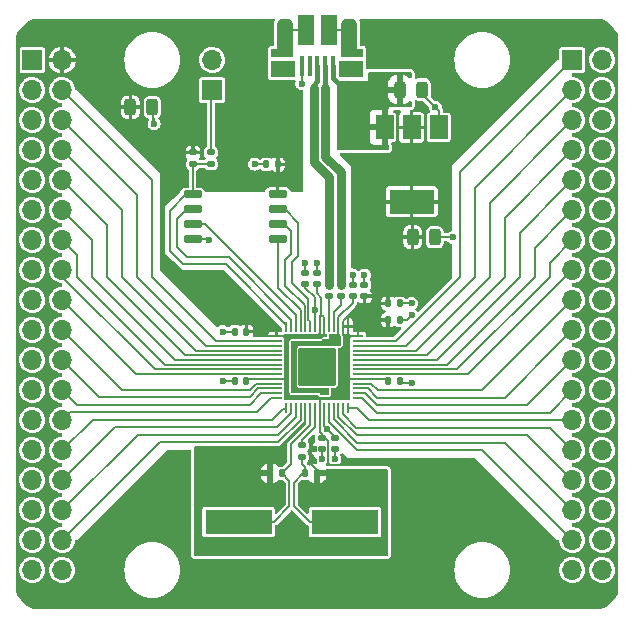
<source format=gtl>
%TF.GenerationSoftware,KiCad,Pcbnew,6.0.11-2627ca5db0~126~ubuntu22.04.1*%
%TF.CreationDate,2024-01-20T13:06:15+00:00*%
%TF.ProjectId,RP2040_minimal,52503230-3430-45f6-9d69-6e696d616c2e,REV1*%
%TF.SameCoordinates,Original*%
%TF.FileFunction,Copper,L1,Top*%
%TF.FilePolarity,Positive*%
%FSLAX46Y46*%
G04 Gerber Fmt 4.6, Leading zero omitted, Abs format (unit mm)*
G04 Created by KiCad (PCBNEW 6.0.11-2627ca5db0~126~ubuntu22.04.1) date 2024-01-20 13:06:15*
%MOMM*%
%LPD*%
G01*
G04 APERTURE LIST*
G04 Aperture macros list*
%AMRoundRect*
0 Rectangle with rounded corners*
0 $1 Rounding radius*
0 $2 $3 $4 $5 $6 $7 $8 $9 X,Y pos of 4 corners*
0 Add a 4 corners polygon primitive as box body*
4,1,4,$2,$3,$4,$5,$6,$7,$8,$9,$2,$3,0*
0 Add four circle primitives for the rounded corners*
1,1,$1+$1,$2,$3*
1,1,$1+$1,$4,$5*
1,1,$1+$1,$6,$7*
1,1,$1+$1,$8,$9*
0 Add four rect primitives between the rounded corners*
20,1,$1+$1,$2,$3,$4,$5,0*
20,1,$1+$1,$4,$5,$6,$7,0*
20,1,$1+$1,$6,$7,$8,$9,0*
20,1,$1+$1,$8,$9,$2,$3,0*%
G04 Aperture macros list end*
%TA.AperFunction,SMDPad,CuDef*%
%ADD10RoundRect,0.243750X-0.243750X-0.456250X0.243750X-0.456250X0.243750X0.456250X-0.243750X0.456250X0*%
%TD*%
%TA.AperFunction,SMDPad,CuDef*%
%ADD11R,5.600000X2.100000*%
%TD*%
%TA.AperFunction,SMDPad,CuDef*%
%ADD12RoundRect,0.050000X-0.050000X-0.387500X0.050000X-0.387500X0.050000X0.387500X-0.050000X0.387500X0*%
%TD*%
%TA.AperFunction,SMDPad,CuDef*%
%ADD13RoundRect,0.050000X-0.387500X-0.050000X0.387500X-0.050000X0.387500X0.050000X-0.387500X0.050000X0*%
%TD*%
%TA.AperFunction,ComponentPad*%
%ADD14C,0.600000*%
%TD*%
%TA.AperFunction,SMDPad,CuDef*%
%ADD15RoundRect,0.144000X-1.456000X-1.456000X1.456000X-1.456000X1.456000X1.456000X-1.456000X1.456000X0*%
%TD*%
%TA.AperFunction,ComponentPad*%
%ADD16O,1.050000X1.450000*%
%TD*%
%TA.AperFunction,SMDPad,CuDef*%
%ADD17R,1.825000X0.700000*%
%TD*%
%TA.AperFunction,SMDPad,CuDef*%
%ADD18RoundRect,0.384800X0.265200X1.240200X-0.265200X1.240200X-0.265200X-1.240200X0.265200X-1.240200X0*%
%TD*%
%TA.AperFunction,SMDPad,CuDef*%
%ADD19R,2.000000X1.460000*%
%TD*%
%TA.AperFunction,SMDPad,CuDef*%
%ADD20R,0.400000X1.750000*%
%TD*%
%TA.AperFunction,ComponentPad*%
%ADD21O,1.300000X1.800000*%
%TD*%
%TA.AperFunction,SMDPad,CuDef*%
%ADD22R,1.425000X2.500000*%
%TD*%
%TA.AperFunction,SMDPad,CuDef*%
%ADD23RoundRect,0.147500X-0.172500X0.147500X-0.172500X-0.147500X0.172500X-0.147500X0.172500X0.147500X0*%
%TD*%
%TA.AperFunction,SMDPad,CuDef*%
%ADD24RoundRect,0.147500X0.172500X-0.147500X0.172500X0.147500X-0.172500X0.147500X-0.172500X-0.147500X0*%
%TD*%
%TA.AperFunction,SMDPad,CuDef*%
%ADD25RoundRect,0.147500X-0.147500X-0.172500X0.147500X-0.172500X0.147500X0.172500X-0.147500X0.172500X0*%
%TD*%
%TA.AperFunction,SMDPad,CuDef*%
%ADD26RoundRect,0.147500X0.147500X0.172500X-0.147500X0.172500X-0.147500X-0.172500X0.147500X-0.172500X0*%
%TD*%
%TA.AperFunction,SMDPad,CuDef*%
%ADD27RoundRect,0.150000X-0.650000X-0.150000X0.650000X-0.150000X0.650000X0.150000X-0.650000X0.150000X0*%
%TD*%
%TA.AperFunction,SMDPad,CuDef*%
%ADD28R,1.500000X2.000000*%
%TD*%
%TA.AperFunction,SMDPad,CuDef*%
%ADD29R,3.800000X2.000000*%
%TD*%
%TA.AperFunction,ComponentPad*%
%ADD30O,1.700000X1.700000*%
%TD*%
%TA.AperFunction,ComponentPad*%
%ADD31R,1.700000X1.700000*%
%TD*%
%TA.AperFunction,ViaPad*%
%ADD32C,0.600000*%
%TD*%
%TA.AperFunction,Conductor*%
%ADD33C,0.200000*%
%TD*%
%TA.AperFunction,Conductor*%
%ADD34C,0.150000*%
%TD*%
%TA.AperFunction,Conductor*%
%ADD35C,0.400000*%
%TD*%
%TA.AperFunction,Conductor*%
%ADD36C,0.300000*%
%TD*%
%TA.AperFunction,Conductor*%
%ADD37C,0.800000*%
%TD*%
G04 APERTURE END LIST*
D10*
X86052500Y-78000000D03*
X84177500Y-78000000D03*
X109962500Y-89000000D03*
X108087500Y-89000000D03*
D11*
X93341000Y-113116000D03*
X102341000Y-113116000D03*
D12*
X97400000Y-96562500D03*
X97800000Y-96562500D03*
X98200000Y-96562500D03*
X98600000Y-96562500D03*
X99000000Y-96562500D03*
X99400000Y-96562500D03*
X99800000Y-96562500D03*
X100200000Y-96562500D03*
X100600000Y-96562500D03*
X101000000Y-96562500D03*
X101400000Y-96562500D03*
X101800000Y-96562500D03*
X102200000Y-96562500D03*
X102600000Y-96562500D03*
D13*
X103437500Y-97400000D03*
X103437500Y-97800000D03*
X103437500Y-98200000D03*
X103437500Y-98600000D03*
X103437500Y-99000000D03*
X103437500Y-99400000D03*
X103437500Y-99800000D03*
X103437500Y-100200000D03*
X103437500Y-100600000D03*
X103437500Y-101000000D03*
X103437500Y-101400000D03*
X103437500Y-101800000D03*
X103437500Y-102200000D03*
X103437500Y-102600000D03*
D12*
X102600000Y-103437500D03*
X102200000Y-103437500D03*
X101800000Y-103437500D03*
X101400000Y-103437500D03*
X101000000Y-103437500D03*
X100600000Y-103437500D03*
X100200000Y-103437500D03*
X99800000Y-103437500D03*
X99400000Y-103437500D03*
X99000000Y-103437500D03*
X98600000Y-103437500D03*
X98200000Y-103437500D03*
X97800000Y-103437500D03*
X97400000Y-103437500D03*
D13*
X96562500Y-102600000D03*
X96562500Y-102200000D03*
X96562500Y-101800000D03*
X96562500Y-101400000D03*
X96562500Y-101000000D03*
X96562500Y-100600000D03*
X96562500Y-100200000D03*
X96562500Y-99800000D03*
X96562500Y-99400000D03*
X96562500Y-99000000D03*
X96562500Y-98600000D03*
X96562500Y-98200000D03*
X96562500Y-97800000D03*
X96562500Y-97400000D03*
D14*
X101275000Y-101275000D03*
X100000000Y-101275000D03*
X98725000Y-101275000D03*
X101275000Y-100000000D03*
X100000000Y-100000000D03*
X98725000Y-100000000D03*
X101275000Y-98725000D03*
X100000000Y-98725000D03*
X98725000Y-98725000D03*
D15*
X100000000Y-100000000D03*
D16*
X97575000Y-74730000D03*
D17*
X97012500Y-73400000D03*
D18*
X97275000Y-72125000D03*
X102725000Y-72125000D03*
D17*
X102987500Y-73400000D03*
D19*
X102900000Y-74730000D03*
X97100000Y-74730000D03*
D20*
X101300000Y-74525000D03*
X100650000Y-74525000D03*
X100000000Y-74525000D03*
X99350000Y-74525000D03*
X98700000Y-74525000D03*
D16*
X102425000Y-74730000D03*
D21*
X102725000Y-71700000D03*
X97275000Y-71700000D03*
D22*
X100962500Y-71450000D03*
X99037500Y-71450000D03*
D23*
X98700000Y-107600000D03*
X98700000Y-106630000D03*
X102000000Y-94000000D03*
X102000000Y-93030000D03*
X101000000Y-94000000D03*
X101000000Y-93030000D03*
X89500000Y-82800000D03*
X89500000Y-81830000D03*
D24*
X91000000Y-81830000D03*
X91000000Y-82800000D03*
D25*
X106970000Y-94600000D03*
X106000000Y-94600000D03*
X106970000Y-96000000D03*
X106000000Y-96000000D03*
D23*
X100381000Y-106970000D03*
X100381000Y-106000000D03*
D26*
X93030000Y-101200000D03*
X94000000Y-101200000D03*
D25*
X106970000Y-101200000D03*
X106000000Y-101200000D03*
D26*
X93030000Y-97000000D03*
X94000000Y-97000000D03*
D24*
X104000000Y-93030000D03*
X104000000Y-94000000D03*
X100000000Y-92030000D03*
X100000000Y-93000000D03*
X103000000Y-93030000D03*
X103000000Y-94000000D03*
D23*
X101500000Y-106970000D03*
X101500000Y-106000000D03*
D24*
X99000000Y-92030000D03*
X99000000Y-93000000D03*
D26*
X95700000Y-82830000D03*
X96670000Y-82830000D03*
D25*
X99970000Y-109000000D03*
X99000000Y-109000000D03*
D26*
X96030000Y-109000000D03*
X97000000Y-109000000D03*
D10*
X108875000Y-76500000D03*
X107000000Y-76500000D03*
D27*
X96650000Y-85370000D03*
X96650000Y-86640000D03*
X96650000Y-87910000D03*
X96650000Y-89180000D03*
X89450000Y-89180000D03*
X89450000Y-87910000D03*
X89450000Y-86640000D03*
X89450000Y-85370000D03*
D28*
X110300000Y-79700000D03*
X105700000Y-79700000D03*
X108000000Y-79700000D03*
D29*
X108000000Y-86000000D03*
D30*
X124130000Y-117180000D03*
X121590000Y-117180000D03*
X124130000Y-114640000D03*
X121590000Y-114640000D03*
X124130000Y-112100000D03*
X121590000Y-112100000D03*
X124130000Y-109560000D03*
X121590000Y-109560000D03*
X124130000Y-107020000D03*
X121590000Y-107020000D03*
X124130000Y-104480000D03*
X121590000Y-104480000D03*
X124130000Y-101940000D03*
X121590000Y-101940000D03*
X124130000Y-99400000D03*
X121590000Y-99400000D03*
X124130000Y-96860000D03*
X121590000Y-96860000D03*
X124130000Y-94320000D03*
X121590000Y-94320000D03*
X124130000Y-91780000D03*
X121590000Y-91780000D03*
X124130000Y-89240000D03*
X121590000Y-89240000D03*
X124130000Y-86700000D03*
X121590000Y-86700000D03*
X124130000Y-84160000D03*
X121590000Y-84160000D03*
X124130000Y-81620000D03*
X121590000Y-81620000D03*
X124130000Y-79080000D03*
X121590000Y-79080000D03*
X124130000Y-76540000D03*
X121590000Y-76540000D03*
X124130000Y-74000000D03*
D31*
X121590000Y-74000000D03*
D30*
X78410000Y-117180000D03*
X75870000Y-117180000D03*
X78410000Y-114640000D03*
X75870000Y-114640000D03*
X78410000Y-112100000D03*
X75870000Y-112100000D03*
X78410000Y-109560000D03*
X75870000Y-109560000D03*
X78410000Y-107020000D03*
X75870000Y-107020000D03*
X78410000Y-104480000D03*
X75870000Y-104480000D03*
X78410000Y-101940000D03*
X75870000Y-101940000D03*
X78410000Y-99400000D03*
X75870000Y-99400000D03*
X78410000Y-96860000D03*
X75870000Y-96860000D03*
X78410000Y-94320000D03*
X75870000Y-94320000D03*
X78410000Y-91780000D03*
X75870000Y-91780000D03*
X78410000Y-89240000D03*
X75870000Y-89240000D03*
X78410000Y-86700000D03*
X75870000Y-86700000D03*
X78410000Y-84160000D03*
X75870000Y-84160000D03*
X78410000Y-81620000D03*
X75870000Y-81620000D03*
X78410000Y-79080000D03*
X75870000Y-79080000D03*
X78410000Y-76540000D03*
X75870000Y-76540000D03*
X78410000Y-74000000D03*
D31*
X75870000Y-74000000D03*
D30*
X91110000Y-74000000D03*
D31*
X91110000Y-76540000D03*
D32*
X108000000Y-94600000D03*
X110000000Y-78000000D03*
X94700000Y-82800000D03*
X111500000Y-89000000D03*
X92000000Y-97000000D03*
X92000000Y-101200000D03*
X108000000Y-95600000D03*
X96800000Y-111400000D03*
X105490000Y-115100000D03*
X90800000Y-89200000D03*
X98700000Y-76000000D03*
X99000000Y-91200008D03*
X100000000Y-91200000D03*
X103000000Y-92200000D03*
X104000000Y-92200000D03*
X108000000Y-101305000D03*
X100380994Y-107781990D03*
X101500000Y-107782004D03*
X99555500Y-106956500D03*
X97890000Y-112900000D03*
X97079000Y-106829500D03*
X95174000Y-109000000D03*
X100762000Y-108988500D03*
X98790000Y-111400000D03*
X90090000Y-114700000D03*
X90090000Y-111400000D03*
X105490000Y-111400000D03*
X86190000Y-79400000D03*
X104600000Y-73300000D03*
X95400000Y-73300000D03*
X99800000Y-95199994D03*
X100800000Y-105200000D03*
X100599970Y-102100000D03*
X100700000Y-97900000D03*
D33*
X106970000Y-94600000D02*
X108000000Y-94600000D01*
X110300000Y-79700000D02*
X110300000Y-78300000D01*
X110300000Y-78300000D02*
X110000000Y-78000000D01*
X108875000Y-76875000D02*
X110000000Y-78000000D01*
X108875000Y-76500000D02*
X108875000Y-76875000D01*
X95405000Y-82830000D02*
X95375000Y-82800000D01*
X95700000Y-82830000D02*
X95405000Y-82830000D01*
X95375000Y-82800000D02*
X94700000Y-82800000D01*
X110050000Y-89000000D02*
X111500000Y-89000000D01*
X97540000Y-71450000D02*
X97270000Y-71720000D01*
X99040000Y-71450000D02*
X97540000Y-71450000D01*
X102460000Y-71450000D02*
X102730000Y-71720000D01*
X100960000Y-71450000D02*
X102460000Y-71450000D01*
X93030000Y-97000000D02*
X92000000Y-97000000D01*
X93030000Y-101200000D02*
X92000000Y-101200000D01*
D34*
X106970000Y-96000000D02*
X107600000Y-96000000D01*
X107600000Y-96000000D02*
X108000000Y-95600000D01*
D33*
X96800000Y-111650000D02*
X96800000Y-110599974D01*
X99000000Y-113350000D02*
X99000000Y-114400000D01*
X90780000Y-89180000D02*
X90800000Y-89200000D01*
X89450000Y-89180000D02*
X90780000Y-89180000D01*
X98700000Y-74600000D02*
X98700000Y-76000000D01*
X99000000Y-92030000D02*
X99000000Y-91200008D01*
X100000000Y-92030000D02*
X100000000Y-91200000D01*
X103000000Y-93030000D02*
X103000000Y-92200000D01*
X104000000Y-93030000D02*
X104000000Y-92200000D01*
X107075000Y-101305000D02*
X108000000Y-101305000D01*
X106970000Y-101200000D02*
X107075000Y-101305000D01*
X100381000Y-107781984D02*
X100380994Y-107781990D01*
X100381000Y-106970000D02*
X100381000Y-107781984D01*
X101500000Y-106970000D02*
X101500000Y-107782004D01*
D34*
X99970000Y-108680000D02*
X99555500Y-108265500D01*
X99970000Y-109000000D02*
X99970000Y-108680000D01*
X99555500Y-108265500D02*
X99555500Y-108099500D01*
X97079000Y-106575500D02*
X97079000Y-106829500D01*
X99000000Y-103437500D02*
X99000000Y-104654500D01*
X99000000Y-104654500D02*
X97079000Y-106575500D01*
D33*
X96030000Y-109000000D02*
X95174000Y-109000000D01*
D34*
X100750500Y-109000000D02*
X100762000Y-108988500D01*
X99970000Y-109000000D02*
X100750500Y-109000000D01*
X86140000Y-78000000D02*
X86140000Y-79250000D01*
X86140000Y-78950000D02*
X86190000Y-79000000D01*
X86190000Y-79000000D02*
X86190000Y-79100000D01*
D35*
X101300000Y-75500000D02*
X102100000Y-76300000D01*
X101300000Y-74525000D02*
X101300000Y-75500000D01*
D34*
X97800000Y-108200000D02*
X97000000Y-109000000D01*
X97800000Y-106537861D02*
X97800000Y-108200000D01*
X99400000Y-103437500D02*
X99400000Y-104937861D01*
X99400000Y-104937861D02*
X97800000Y-106537861D01*
X96317000Y-113116000D02*
X93341000Y-113116000D01*
X97650500Y-111782500D02*
X96317000Y-113116000D01*
X97000000Y-109000000D02*
X97650500Y-109650500D01*
X97650500Y-109650500D02*
X97650500Y-111782500D01*
X99800000Y-105100000D02*
X98700000Y-106200000D01*
X99800000Y-103437500D02*
X99800000Y-105100000D01*
X98700000Y-106200000D02*
X98700000Y-106630000D01*
D36*
X74700000Y-72900000D02*
X74700000Y-75200000D01*
D33*
X96562500Y-97400000D02*
X97400000Y-97400000D01*
X100200000Y-96562500D02*
X100200000Y-97400000D01*
X100200000Y-97400000D02*
X100200000Y-97000000D01*
X100600000Y-96562500D02*
X100600000Y-97200000D01*
X100600000Y-97200000D02*
X100400000Y-97400000D01*
X102600000Y-96562500D02*
X102600000Y-97400000D01*
X103437500Y-97400000D02*
X102600000Y-97400000D01*
X103437500Y-101000000D02*
X102600000Y-101000000D01*
X100200000Y-103437500D02*
X100200000Y-102800000D01*
X100200000Y-102800000D02*
X100000000Y-102600000D01*
X102200000Y-96562500D02*
X102200000Y-97200000D01*
X102200000Y-97200000D02*
X102400000Y-97400000D01*
X108000000Y-86000000D02*
X108000000Y-89000000D01*
X100200000Y-95700000D02*
X100200000Y-96562500D01*
X100350001Y-95549999D02*
X100200000Y-95700000D01*
X100350001Y-94112535D02*
X100350001Y-95549999D01*
X100000000Y-93000000D02*
X100000000Y-93762534D01*
X100000000Y-93762534D02*
X100350001Y-94112535D01*
X100600000Y-95799998D02*
X100350001Y-95549999D01*
X100600000Y-96562500D02*
X100600000Y-95799998D01*
X96650000Y-82850000D02*
X96670000Y-82830000D01*
X96650000Y-85370000D02*
X96650000Y-82850000D01*
X94200000Y-101000000D02*
X94000000Y-101200000D01*
X96562500Y-101000000D02*
X94200000Y-101000000D01*
X102200000Y-96562500D02*
X102200000Y-96100000D01*
X102200000Y-96100000D02*
X103600000Y-94700000D01*
X96562500Y-101000000D02*
X97400000Y-101000000D01*
X96562500Y-97400000D02*
X95700000Y-97400000D01*
X105800000Y-101000000D02*
X106000000Y-101200000D01*
X103437500Y-101000000D02*
X105800000Y-101000000D01*
X100381000Y-105686500D02*
X100381000Y-106000000D01*
X100200000Y-103437500D02*
X100200000Y-105505500D01*
X100200000Y-105505500D02*
X100381000Y-105686500D01*
D34*
X101096505Y-108307005D02*
X102141995Y-108307005D01*
X100952500Y-108163000D02*
X101096505Y-108307005D01*
X100381000Y-106000000D02*
X100701000Y-106000000D01*
X100952500Y-106251500D02*
X100952500Y-108163000D01*
X100701000Y-106000000D02*
X100952500Y-106251500D01*
D33*
X99800000Y-96562500D02*
X99800000Y-95199994D01*
X99800000Y-94095000D02*
X99800000Y-94775730D01*
X99800000Y-94775730D02*
X99800000Y-95199994D01*
X99000000Y-93295000D02*
X99800000Y-94095000D01*
X99000000Y-93000000D02*
X99000000Y-93295000D01*
X101800000Y-96562500D02*
X101800000Y-97400000D01*
X103000000Y-94600000D02*
X103000000Y-94000000D01*
X101800000Y-96562500D02*
X101800000Y-95800000D01*
X101800000Y-95800000D02*
X103000000Y-94600000D01*
X100600000Y-103437500D02*
X100600000Y-105000000D01*
X100600000Y-105000000D02*
X100800000Y-105200000D01*
X101500000Y-105900000D02*
X100800000Y-105200000D01*
X101500000Y-106000000D02*
X101500000Y-105900000D01*
D34*
X100400000Y-98000000D02*
X100500000Y-97900000D01*
X100500000Y-97900000D02*
X100700000Y-97900000D01*
X91000000Y-76650000D02*
X91110000Y-76540000D01*
X91000000Y-81830000D02*
X91000000Y-76650000D01*
X86700000Y-106350000D02*
X78410000Y-114640000D01*
X96687861Y-106350000D02*
X86700000Y-106350000D01*
X98600000Y-103437500D02*
X98600000Y-104437861D01*
X98600000Y-104437861D02*
X96687861Y-106350000D01*
X84795000Y-105715000D02*
X78410000Y-112100000D01*
X96675000Y-105715000D02*
X84795000Y-105715000D01*
X98200000Y-103437500D02*
X98200000Y-104190000D01*
X98200000Y-104190000D02*
X96675000Y-105715000D01*
X96595000Y-105080000D02*
X82890000Y-105080000D01*
X97800000Y-103437500D02*
X97800000Y-103875000D01*
X82890000Y-105080000D02*
X78410000Y-109560000D01*
X97800000Y-103875000D02*
X96595000Y-105080000D01*
X80985000Y-104445000D02*
X78410000Y-107020000D01*
X96190000Y-104445000D02*
X80985000Y-104445000D01*
X97097500Y-103537500D02*
X96190000Y-104445000D01*
X97400000Y-103437500D02*
X97300000Y-103537500D01*
X97300000Y-103537500D02*
X97097500Y-103537500D01*
X79080000Y-103810000D02*
X78410000Y-104480000D01*
X94920000Y-103810000D02*
X79080000Y-103810000D01*
X96562500Y-102600000D02*
X96130000Y-102600000D01*
X96130000Y-102600000D02*
X94920000Y-103810000D01*
X79645000Y-103175000D02*
X78410000Y-101940000D01*
X94285000Y-103175000D02*
X79645000Y-103175000D01*
X96562500Y-102200000D02*
X95260000Y-102200000D01*
X95260000Y-102200000D02*
X94285000Y-103175000D01*
X94285000Y-102540000D02*
X81550000Y-102540000D01*
X81550000Y-102540000D02*
X78410000Y-99400000D01*
X96562500Y-101800000D02*
X95025000Y-101800000D01*
X95025000Y-101800000D02*
X94285000Y-102540000D01*
X83455000Y-101905000D02*
X78410000Y-96860000D01*
X94285000Y-101905000D02*
X83455000Y-101905000D01*
X96562500Y-101400000D02*
X94790000Y-101400000D01*
X94790000Y-101400000D02*
X94285000Y-101905000D01*
X84690000Y-100600000D02*
X78410000Y-94320000D01*
X96562500Y-100600000D02*
X84690000Y-100600000D01*
X78410000Y-92380000D02*
X78410000Y-91780000D01*
X96562500Y-100200000D02*
X86230000Y-100200000D01*
X86230000Y-100200000D02*
X78410000Y-92380000D01*
X79680000Y-90510000D02*
X78410000Y-89240000D01*
X96562500Y-99800000D02*
X87100000Y-99800000D01*
X79680000Y-92380000D02*
X79680000Y-90510000D01*
X87100000Y-99800000D02*
X79680000Y-92380000D01*
X80950000Y-89240000D02*
X78410000Y-86700000D01*
X80950000Y-92380000D02*
X80950000Y-89240000D01*
X96562500Y-99400000D02*
X87970000Y-99400000D01*
X87970000Y-99400000D02*
X80950000Y-92380000D01*
X82220000Y-87952500D02*
X78427500Y-84160000D01*
X82220000Y-92380000D02*
X82220000Y-87952500D01*
X96562500Y-99000000D02*
X88840000Y-99000000D01*
X78427500Y-84160000D02*
X78410000Y-84160000D01*
X88840000Y-99000000D02*
X82220000Y-92380000D01*
X83490000Y-86682500D02*
X78427500Y-81620000D01*
X83490000Y-92380000D02*
X83490000Y-86682500D01*
X78427500Y-81620000D02*
X78410000Y-81620000D01*
X96562500Y-98600000D02*
X89710000Y-98600000D01*
X89710000Y-98600000D02*
X83490000Y-92380000D01*
X78427500Y-79080000D02*
X78410000Y-79080000D01*
X84760000Y-85412500D02*
X78427500Y-79080000D01*
X84760000Y-92380000D02*
X84760000Y-85412500D01*
X96562500Y-98200000D02*
X90580000Y-98200000D01*
X90580000Y-98200000D02*
X84760000Y-92380000D01*
X86030000Y-84160000D02*
X78410000Y-76540000D01*
X86030000Y-92380000D02*
X86030000Y-84160000D01*
X96562500Y-97800000D02*
X91450000Y-97800000D01*
X91450000Y-97800000D02*
X86030000Y-92380000D01*
X121581250Y-74000000D02*
X121590000Y-74000000D01*
X112065000Y-83516250D02*
X121581250Y-74000000D01*
X112065000Y-92380000D02*
X112065000Y-83516250D01*
X103437500Y-97800000D02*
X106645000Y-97800000D01*
X106645000Y-97800000D02*
X112065000Y-92380000D01*
X113335000Y-84795000D02*
X120930000Y-77200000D01*
X113335000Y-92380000D02*
X113335000Y-84795000D01*
X120930000Y-77200000D02*
X121590000Y-76540000D01*
X103437500Y-98200000D02*
X107515000Y-98200000D01*
X107515000Y-98200000D02*
X113335000Y-92380000D01*
X120920000Y-79750000D02*
X121590000Y-79080000D01*
X103437500Y-98600000D02*
X108385000Y-98600000D01*
X114605000Y-86065000D02*
X120920000Y-79750000D01*
X114605000Y-92380000D02*
X114605000Y-86065000D01*
X108385000Y-98600000D02*
X114605000Y-92380000D01*
X120920000Y-82290000D02*
X121590000Y-81620000D01*
X115875000Y-87335000D02*
X120920000Y-82290000D01*
X115875000Y-92397500D02*
X115875000Y-87335000D01*
X103437500Y-99000000D02*
X109272500Y-99000000D01*
X109272500Y-99000000D02*
X115875000Y-92397500D01*
X120920000Y-84830000D02*
X121590000Y-84160000D01*
X117145000Y-88605000D02*
X120920000Y-84830000D01*
X117145000Y-92380000D02*
X117145000Y-88605000D01*
X103437500Y-99400000D02*
X110125000Y-99400000D01*
X110125000Y-99400000D02*
X117145000Y-92380000D01*
X120920000Y-87370000D02*
X121590000Y-86700000D01*
X118415000Y-92380000D02*
X118415000Y-89875000D01*
X118415000Y-89875000D02*
X120920000Y-87370000D01*
X103437500Y-99800000D02*
X110995000Y-99800000D01*
X110995000Y-99800000D02*
X118415000Y-92380000D01*
X105200000Y-100200000D02*
X103437500Y-100200000D01*
X111865000Y-100200000D02*
X105200000Y-100200000D01*
X119685000Y-92380000D02*
X111865000Y-100200000D01*
X121590000Y-89240000D02*
X119685000Y-91145000D01*
X119685000Y-91145000D02*
X119685000Y-92380000D01*
X120320000Y-93050000D02*
X121590000Y-91780000D01*
X103437500Y-100600000D02*
X112770000Y-100600000D01*
X112770000Y-100600000D02*
X120320000Y-93050000D01*
X105108750Y-101940000D02*
X113970000Y-101940000D01*
X120320000Y-95590000D02*
X121590000Y-94320000D01*
X103437500Y-101400000D02*
X104568750Y-101400000D01*
X113970000Y-101940000D02*
X120320000Y-95590000D01*
X104568750Y-101400000D02*
X105108750Y-101940000D01*
X120320000Y-98130000D02*
X121590000Y-96860000D01*
X105080000Y-102575000D02*
X115875000Y-102575000D01*
X103437500Y-101800000D02*
X104305000Y-101800000D01*
X115875000Y-102575000D02*
X120320000Y-98130000D01*
X104305000Y-101800000D02*
X105080000Y-102575000D01*
X117780000Y-103210000D02*
X120320000Y-100670000D01*
X120320000Y-100670000D02*
X121590000Y-99400000D01*
X105080000Y-103210000D02*
X117780000Y-103210000D01*
X103437500Y-102200000D02*
X104070000Y-102200000D01*
X104070000Y-102200000D02*
X105080000Y-103210000D01*
X103835000Y-102600000D02*
X103437500Y-102600000D01*
X105080000Y-103845000D02*
X103835000Y-102600000D01*
X121590000Y-101940000D02*
X119685000Y-103845000D01*
X119685000Y-103845000D02*
X105080000Y-103845000D01*
X104385181Y-104480000D02*
X121590000Y-104480000D01*
X102600000Y-103437500D02*
X103342681Y-103437500D01*
X103342681Y-103437500D02*
X104385181Y-104480000D01*
X102200000Y-104000000D02*
X102200000Y-103437500D01*
X103315000Y-105115000D02*
X102200000Y-104000000D01*
X121590000Y-107020000D02*
X119685000Y-105115000D01*
X119685000Y-105115000D02*
X103315000Y-105115000D01*
X101800000Y-104200000D02*
X101800000Y-103437500D01*
X121590000Y-109560000D02*
X117780000Y-105750000D01*
X103350000Y-105750000D02*
X101800000Y-104200000D01*
X117780000Y-105750000D02*
X103350000Y-105750000D01*
X101400000Y-104400000D02*
X101400000Y-103437500D01*
X103385000Y-106385000D02*
X101400000Y-104400000D01*
X121590000Y-112100000D02*
X115875000Y-106385000D01*
X115875000Y-106385000D02*
X103385000Y-106385000D01*
X101000000Y-104611499D02*
X101000000Y-103437500D01*
X103408501Y-107020000D02*
X101000000Y-104611499D01*
X121590000Y-114640000D02*
X113970000Y-107020000D01*
X113970000Y-107020000D02*
X103408501Y-107020000D01*
X97400000Y-96400000D02*
X97400000Y-96600000D01*
X92300000Y-91300000D02*
X97400000Y-96400000D01*
X88930000Y-85370000D02*
X87500000Y-86800000D01*
X89450000Y-85370000D02*
X88930000Y-85370000D01*
X87500000Y-86800000D02*
X87500000Y-90200000D01*
X97400000Y-96600000D02*
X97400000Y-96627500D01*
X87500000Y-90200000D02*
X88600000Y-91300000D01*
X88600000Y-91300000D02*
X92300000Y-91300000D01*
X89450000Y-82850000D02*
X89500000Y-82800000D01*
X89450000Y-85370000D02*
X89450000Y-82850000D01*
X89500000Y-82800000D02*
X91000000Y-82800000D01*
D33*
X101000000Y-96562500D02*
X101000000Y-94000000D01*
X101400000Y-96562500D02*
X101400000Y-95300000D01*
X102000000Y-94700000D02*
X102000000Y-94000000D01*
X101400000Y-95300000D02*
X102000000Y-94700000D01*
D34*
X97240000Y-86640000D02*
X96650000Y-86640000D01*
X98400000Y-87800000D02*
X97240000Y-86640000D01*
X98400000Y-90600000D02*
X98400000Y-87800000D01*
X99251321Y-95976321D02*
X99251321Y-94251321D01*
X99400000Y-96125000D02*
X99251321Y-95976321D01*
X97900000Y-92900000D02*
X97900000Y-91100000D01*
X99400000Y-96562500D02*
X99400000Y-96125000D01*
X97900000Y-91100000D02*
X98400000Y-90600000D01*
X99251321Y-94251321D02*
X97900000Y-92900000D01*
X97210000Y-87910000D02*
X96650000Y-87910000D01*
X97800000Y-88500000D02*
X97210000Y-87910000D01*
X97800000Y-90400000D02*
X97800000Y-88500000D01*
X98951310Y-96523810D02*
X98951310Y-94751310D01*
X97300000Y-93100000D02*
X97300000Y-90900000D01*
X97300000Y-90900000D02*
X97800000Y-90400000D01*
X99000000Y-96572500D02*
X98951310Y-96523810D01*
X98951310Y-94751310D02*
X97300000Y-93100000D01*
X96700000Y-89230000D02*
X96650000Y-89180000D01*
X98600000Y-96572500D02*
X98600000Y-95200000D01*
X96700000Y-93300000D02*
X96700000Y-89230000D01*
X98600000Y-95200000D02*
X96700000Y-93300000D01*
X90510000Y-87910000D02*
X89450000Y-87910000D01*
X98200000Y-96572500D02*
X98200000Y-95600000D01*
X98200000Y-95600000D02*
X90510000Y-87910000D01*
X88960000Y-86640000D02*
X89450000Y-86640000D01*
X97800000Y-96000000D02*
X92500000Y-90700000D01*
X92500000Y-90700000D02*
X89000000Y-90700000D01*
X88100000Y-87500000D02*
X88960000Y-86640000D01*
X89000000Y-90700000D02*
X88100000Y-89800000D01*
X97800000Y-96572500D02*
X97800000Y-96000000D01*
X88100000Y-89800000D02*
X88100000Y-87500000D01*
D35*
X99725000Y-76075000D02*
X99725000Y-76400000D01*
X100000000Y-75800000D02*
X99725000Y-76075000D01*
X100000000Y-74525000D02*
X100000000Y-75800000D01*
D37*
X99725000Y-82596752D02*
X99725000Y-76400000D01*
X101025000Y-83896752D02*
X99725000Y-82596752D01*
X101000000Y-93030000D02*
X101025000Y-93005000D01*
X101025000Y-93005000D02*
X101025000Y-83896752D01*
X100675000Y-82203248D02*
X100675000Y-76400000D01*
X101975000Y-83503248D02*
X100675000Y-82203248D01*
X102000000Y-93030000D02*
X101975000Y-93005000D01*
X101975000Y-93005000D02*
X101975000Y-83503248D01*
D35*
X100650000Y-76375000D02*
X100675000Y-76400000D01*
X100650000Y-74525000D02*
X100650000Y-76375000D01*
D34*
X98700000Y-107600000D02*
X98700000Y-108200000D01*
X99000000Y-108500000D02*
X99000000Y-109000000D01*
X98700000Y-108200000D02*
X99000000Y-108500000D01*
X98802500Y-109000000D02*
X98031500Y-109771000D01*
X99000000Y-109000000D02*
X98802500Y-109000000D01*
X98031500Y-109771000D02*
X98031500Y-111782500D01*
X98031500Y-111782500D02*
X99365000Y-113116000D01*
X99365000Y-113116000D02*
X102341000Y-113116000D01*
%TA.AperFunction,Conductor*%
G36*
X100853878Y-97220815D02*
G01*
X100853318Y-97223989D01*
X100853317Y-97223994D01*
X100851012Y-97237067D01*
X100844500Y-97274000D01*
X100844500Y-97370500D01*
X100827187Y-97418066D01*
X100783350Y-97443376D01*
X100770500Y-97444500D01*
X100674000Y-97444500D01*
X100666935Y-97444808D01*
X100661243Y-97445056D01*
X100661224Y-97445057D01*
X100660450Y-97445091D01*
X100657998Y-97445305D01*
X100651621Y-97445863D01*
X100651618Y-97445863D01*
X100647600Y-97446215D01*
X100643752Y-97447428D01*
X100643749Y-97447429D01*
X100640499Y-97448454D01*
X100638200Y-97448968D01*
X100638231Y-97449078D01*
X100514155Y-97484539D01*
X100405019Y-97553399D01*
X100346654Y-97619485D01*
X100302190Y-97643678D01*
X100291188Y-97644500D01*
X97874000Y-97644500D01*
X97866935Y-97644808D01*
X97861243Y-97645056D01*
X97861224Y-97645057D01*
X97860450Y-97645091D01*
X97847600Y-97646215D01*
X97843747Y-97647430D01*
X97843746Y-97647430D01*
X97810258Y-97657989D01*
X97783398Y-97666458D01*
X97739561Y-97691768D01*
X97738252Y-97692684D01*
X97738245Y-97692689D01*
X97726066Y-97701217D01*
X97717360Y-97707313D01*
X97671191Y-97773249D01*
X97653878Y-97820815D01*
X97644500Y-97874000D01*
X97644500Y-102126000D01*
X97645091Y-102139550D01*
X97646215Y-102152400D01*
X97666458Y-102216602D01*
X97691768Y-102260439D01*
X97707313Y-102282640D01*
X97773249Y-102328809D01*
X97820815Y-102346122D01*
X97823989Y-102346682D01*
X97823994Y-102346683D01*
X97849003Y-102351092D01*
X97874000Y-102355500D01*
X99992933Y-102355500D01*
X100040499Y-102372813D01*
X100063507Y-102407245D01*
X100065241Y-102412744D01*
X100065243Y-102412748D01*
X100066458Y-102416602D01*
X100091768Y-102460439D01*
X100107313Y-102482640D01*
X100112617Y-102486354D01*
X100126964Y-102496400D01*
X100173249Y-102528809D01*
X100220815Y-102546122D01*
X100223989Y-102546682D01*
X100223994Y-102546683D01*
X100249003Y-102551092D01*
X100274000Y-102555500D01*
X100926000Y-102555500D01*
X100933065Y-102555192D01*
X100938757Y-102554944D01*
X100938776Y-102554943D01*
X100939550Y-102554909D01*
X100952400Y-102553785D01*
X100956253Y-102552570D01*
X100956254Y-102552570D01*
X101012745Y-102534758D01*
X101012744Y-102534758D01*
X101016602Y-102533542D01*
X101060439Y-102508232D01*
X101061748Y-102507316D01*
X101061755Y-102507311D01*
X101077337Y-102496400D01*
X101082640Y-102492687D01*
X101087075Y-102486354D01*
X101126025Y-102430727D01*
X101128809Y-102426751D01*
X101146122Y-102379185D01*
X101155500Y-102326000D01*
X101155500Y-101824500D01*
X101172813Y-101776934D01*
X101216650Y-101751624D01*
X101229500Y-101750500D01*
X101499750Y-101750500D01*
X101512023Y-101749040D01*
X101519918Y-101748101D01*
X101519919Y-101748101D01*
X101525432Y-101747445D01*
X101530503Y-101745193D01*
X101530505Y-101745192D01*
X101619451Y-101705683D01*
X101625696Y-101702909D01*
X101630526Y-101698071D01*
X101698377Y-101630102D01*
X101698378Y-101630100D01*
X101703205Y-101625265D01*
X101747565Y-101524923D01*
X101750500Y-101499750D01*
X101750500Y-98500250D01*
X101747445Y-98474568D01*
X101745192Y-98469496D01*
X101745191Y-98469492D01*
X101740770Y-98459539D01*
X101737284Y-98409040D01*
X101767073Y-98368115D01*
X101808399Y-98355500D01*
X101926000Y-98355500D01*
X101933065Y-98355192D01*
X101938757Y-98354944D01*
X101938776Y-98354943D01*
X101939550Y-98354909D01*
X101952400Y-98353785D01*
X101956253Y-98352570D01*
X101956254Y-98352570D01*
X102012745Y-98334758D01*
X102012744Y-98334758D01*
X102016602Y-98333542D01*
X102060439Y-98308232D01*
X102061748Y-98307316D01*
X102061755Y-98307311D01*
X102077337Y-98296400D01*
X102082640Y-98292687D01*
X102128809Y-98226751D01*
X102146122Y-98179185D01*
X102155500Y-98126000D01*
X102155500Y-97374016D01*
X102148804Y-97328877D01*
X102136333Y-97287765D01*
X102135176Y-97285318D01*
X102135173Y-97285311D01*
X102125745Y-97265377D01*
X102116823Y-97246513D01*
X102115313Y-97244254D01*
X102114921Y-97243561D01*
X102109006Y-97229498D01*
X102108952Y-97229227D01*
X102097769Y-97200000D01*
X102800000Y-97200000D01*
X102800000Y-102800000D01*
X97200000Y-102800000D01*
X97200000Y-97200000D01*
X100861454Y-97200000D01*
X100853878Y-97220815D01*
G37*
%TD.AperFunction*%
%TA.AperFunction,Conductor*%
G36*
X101931428Y-97217313D02*
G01*
X101956440Y-97259563D01*
X101964034Y-97297741D01*
X101967053Y-97302259D01*
X101968082Y-97303800D01*
X101968083Y-97303801D01*
X101987529Y-97332904D01*
X102000000Y-97374016D01*
X102000000Y-98126000D01*
X101982687Y-98173566D01*
X101938850Y-98198876D01*
X101926000Y-98200000D01*
X98400000Y-98200000D01*
X98400000Y-98242016D01*
X98382687Y-98289582D01*
X98374532Y-98296990D01*
X98374304Y-98297091D01*
X98373171Y-98298226D01*
X98301623Y-98369898D01*
X98301622Y-98369900D01*
X98296795Y-98374735D01*
X98252435Y-98475077D01*
X98249500Y-98500250D01*
X98249500Y-101499750D01*
X98252555Y-101525432D01*
X98297091Y-101625696D01*
X98301928Y-101630525D01*
X98301929Y-101630526D01*
X98369898Y-101698377D01*
X98369900Y-101698378D01*
X98374735Y-101703205D01*
X98475077Y-101747565D01*
X98491403Y-101749469D01*
X98498122Y-101750252D01*
X98498124Y-101750252D01*
X98500250Y-101750500D01*
X100926000Y-101750500D01*
X100973566Y-101767813D01*
X100998876Y-101811650D01*
X101000000Y-101824500D01*
X101000000Y-102326000D01*
X100982687Y-102373566D01*
X100938850Y-102398876D01*
X100926000Y-102400000D01*
X100274000Y-102400000D01*
X100226434Y-102382687D01*
X100201124Y-102338850D01*
X100200000Y-102326000D01*
X100200000Y-102200000D01*
X97874000Y-102200000D01*
X97826434Y-102182687D01*
X97801124Y-102138850D01*
X97800000Y-102126000D01*
X97800000Y-97874000D01*
X97817313Y-97826434D01*
X97861150Y-97801124D01*
X97874000Y-97800000D01*
X100600000Y-97800000D01*
X100600000Y-97674000D01*
X100617313Y-97626434D01*
X100661150Y-97601124D01*
X100674000Y-97600000D01*
X101000000Y-97600000D01*
X101000000Y-97274000D01*
X101017313Y-97226434D01*
X101061150Y-97201124D01*
X101074000Y-97200000D01*
X101883862Y-97200000D01*
X101931428Y-97217313D01*
G37*
%TD.AperFunction*%
%TA.AperFunction,Conductor*%
G36*
X107943039Y-75019685D02*
G01*
X107988794Y-75072489D01*
X108000000Y-75124000D01*
X108000000Y-75437442D01*
X107980315Y-75504481D01*
X107927511Y-75550236D01*
X107858353Y-75560180D01*
X107794797Y-75531155D01*
X107788395Y-75525200D01*
X107717939Y-75454867D01*
X107706709Y-75445998D01*
X107569743Y-75361572D01*
X107556785Y-75355529D01*
X107403661Y-75304740D01*
X107390493Y-75301917D01*
X107296847Y-75292322D01*
X107290541Y-75292000D01*
X107271830Y-75292000D01*
X107256831Y-75296404D01*
X107255644Y-75297774D01*
X107254000Y-75305332D01*
X107254000Y-77690169D01*
X107258404Y-77705168D01*
X107259774Y-77706355D01*
X107267332Y-77707999D01*
X107290503Y-77707999D01*
X107296879Y-77707669D01*
X107391779Y-77697823D01*
X107404965Y-77694975D01*
X107557980Y-77643926D01*
X107570935Y-77637857D01*
X107707752Y-77553193D01*
X107718966Y-77544304D01*
X107788242Y-77474907D01*
X107849536Y-77441369D01*
X107919232Y-77446292D01*
X107975202Y-77488115D01*
X107999676Y-77553558D01*
X108000000Y-77562512D01*
X108000000Y-77876000D01*
X107980315Y-77943039D01*
X107927511Y-77988794D01*
X107876000Y-78000000D01*
X106100000Y-78000000D01*
X106100000Y-78068000D01*
X106080315Y-78135039D01*
X106027511Y-78180794D01*
X105976000Y-78192000D01*
X105971830Y-78192000D01*
X105956831Y-78196404D01*
X105955644Y-78197774D01*
X105954000Y-78205332D01*
X105954000Y-81190169D01*
X105958404Y-81205168D01*
X105959774Y-81206355D01*
X105967332Y-81207999D01*
X105976000Y-81207999D01*
X106043039Y-81227684D01*
X106088794Y-81280488D01*
X106100000Y-81331999D01*
X106100000Y-81476000D01*
X106080315Y-81543039D01*
X106027511Y-81588794D01*
X105976000Y-81600000D01*
X101824000Y-81600000D01*
X101756961Y-81580315D01*
X101711206Y-81527511D01*
X101700000Y-81476000D01*
X101700000Y-80744726D01*
X104442001Y-80744726D01*
X104442364Y-80751431D01*
X104447908Y-80802477D01*
X104451478Y-80817488D01*
X104496727Y-80938190D01*
X104505126Y-80953532D01*
X104581798Y-81055835D01*
X104594165Y-81068202D01*
X104696468Y-81144874D01*
X104711810Y-81153273D01*
X104832515Y-81198524D01*
X104847518Y-81202091D01*
X104898573Y-81207637D01*
X104905271Y-81208000D01*
X105428170Y-81208000D01*
X105443169Y-81203596D01*
X105444356Y-81202226D01*
X105446000Y-81194668D01*
X105446000Y-79971830D01*
X105441596Y-79956831D01*
X105440226Y-79955644D01*
X105432668Y-79954000D01*
X104459831Y-79954000D01*
X104444832Y-79958404D01*
X104443645Y-79959774D01*
X104442001Y-79967332D01*
X104442001Y-80744726D01*
X101700000Y-80744726D01*
X101700000Y-79428170D01*
X104442000Y-79428170D01*
X104446404Y-79443169D01*
X104447774Y-79444356D01*
X104455332Y-79446000D01*
X105428170Y-79446000D01*
X105443169Y-79441596D01*
X105444356Y-79440226D01*
X105446000Y-79432668D01*
X105446000Y-78209831D01*
X105441596Y-78194832D01*
X105440226Y-78193645D01*
X105432668Y-78192001D01*
X104905274Y-78192001D01*
X104898569Y-78192364D01*
X104847523Y-78197908D01*
X104832512Y-78201478D01*
X104711810Y-78246727D01*
X104696468Y-78255126D01*
X104594165Y-78331798D01*
X104581798Y-78344165D01*
X104505126Y-78446468D01*
X104496727Y-78461810D01*
X104451476Y-78582515D01*
X104447909Y-78597518D01*
X104442363Y-78648573D01*
X104442000Y-78655271D01*
X104442000Y-79428170D01*
X101700000Y-79428170D01*
X101700000Y-77003003D01*
X106004501Y-77003003D01*
X106004831Y-77009379D01*
X106014677Y-77104279D01*
X106017525Y-77117465D01*
X106068574Y-77270480D01*
X106074643Y-77283435D01*
X106159307Y-77420252D01*
X106168196Y-77431467D01*
X106282062Y-77545133D01*
X106293291Y-77554002D01*
X106430257Y-77638428D01*
X106443215Y-77644471D01*
X106596339Y-77695260D01*
X106609507Y-77698083D01*
X106703153Y-77707678D01*
X106709459Y-77708000D01*
X106728170Y-77708000D01*
X106743169Y-77703596D01*
X106744356Y-77702226D01*
X106746000Y-77694668D01*
X106746000Y-76771830D01*
X106741596Y-76756831D01*
X106740226Y-76755644D01*
X106732668Y-76754000D01*
X106022331Y-76754000D01*
X106007332Y-76758404D01*
X106006145Y-76759774D01*
X106004501Y-76767332D01*
X106004501Y-77003003D01*
X101700000Y-77003003D01*
X101700000Y-76228170D01*
X106004500Y-76228170D01*
X106008904Y-76243169D01*
X106010274Y-76244356D01*
X106017832Y-76246000D01*
X106728170Y-76246000D01*
X106743169Y-76241596D01*
X106744356Y-76240226D01*
X106746000Y-76232668D01*
X106746000Y-75309831D01*
X106741596Y-75294832D01*
X106740226Y-75293645D01*
X106732668Y-75292001D01*
X106709497Y-75292001D01*
X106703121Y-75292331D01*
X106608221Y-75302177D01*
X106595035Y-75305025D01*
X106442020Y-75356074D01*
X106429065Y-75362143D01*
X106292248Y-75446807D01*
X106281033Y-75455696D01*
X106167367Y-75569562D01*
X106158498Y-75580791D01*
X106074072Y-75717757D01*
X106068029Y-75730715D01*
X106017240Y-75883839D01*
X106014417Y-75897007D01*
X106004822Y-75990653D01*
X106004500Y-75996959D01*
X106004500Y-76228170D01*
X101700000Y-76228170D01*
X101700000Y-75947020D01*
X101719685Y-75879981D01*
X101749635Y-75847794D01*
X101780351Y-75824774D01*
X101845802Y-75800321D01*
X101854716Y-75800000D01*
X104300000Y-75800000D01*
X104300000Y-75124000D01*
X104319685Y-75056961D01*
X104372489Y-75011206D01*
X104424000Y-75000000D01*
X107876000Y-75000000D01*
X107943039Y-75019685D01*
G37*
%TD.AperFunction*%
%TA.AperFunction,Conductor*%
G36*
X99042403Y-104645765D02*
G01*
X99072917Y-104709870D01*
X99074500Y-104729778D01*
X99074500Y-104750845D01*
X99054498Y-104818966D01*
X99037595Y-104839940D01*
X97583785Y-106293750D01*
X97575681Y-106301177D01*
X97546806Y-106325406D01*
X97541293Y-106334955D01*
X97527961Y-106358046D01*
X97522055Y-106367317D01*
X97500446Y-106398177D01*
X97497592Y-106408827D01*
X97496115Y-106411995D01*
X97494923Y-106415271D01*
X97489412Y-106424816D01*
X97486313Y-106442394D01*
X97482870Y-106461919D01*
X97480492Y-106472646D01*
X97470736Y-106509054D01*
X97471697Y-106520039D01*
X97471697Y-106520041D01*
X97474020Y-106546589D01*
X97474500Y-106557571D01*
X97474500Y-108012984D01*
X97454498Y-108081105D01*
X97437595Y-108102079D01*
X97147079Y-108392595D01*
X97084767Y-108426621D01*
X97057985Y-108429500D01*
X96846237Y-108429501D01*
X96821178Y-108429501D01*
X96775835Y-108436682D01*
X96705424Y-108427582D01*
X96667031Y-108401328D01*
X96583117Y-108317414D01*
X96570690Y-108307774D01*
X96443520Y-108232566D01*
X96429084Y-108226319D01*
X96297395Y-108188060D01*
X96283295Y-108188100D01*
X96280000Y-108195370D01*
X96280000Y-109798879D01*
X96283973Y-109812410D01*
X96291871Y-109813545D01*
X96429084Y-109773681D01*
X96443520Y-109767434D01*
X96570690Y-109692226D01*
X96583117Y-109682586D01*
X96667030Y-109598673D01*
X96729342Y-109564647D01*
X96775834Y-109563319D01*
X96816282Y-109569725D01*
X96816285Y-109569725D01*
X96821177Y-109570500D01*
X96846231Y-109570500D01*
X97057983Y-109570499D01*
X97126103Y-109590501D01*
X97147078Y-109607404D01*
X97288095Y-109748421D01*
X97322121Y-109810733D01*
X97325000Y-109837516D01*
X97325000Y-111595484D01*
X97304998Y-111663605D01*
X97288095Y-111684579D01*
X96606595Y-112366079D01*
X96544283Y-112400105D01*
X96473468Y-112395040D01*
X96416632Y-112352493D01*
X96391821Y-112285973D01*
X96391500Y-112276984D01*
X96391500Y-112041326D01*
X96376966Y-111968260D01*
X96321601Y-111885399D01*
X96238740Y-111830034D01*
X96165674Y-111815500D01*
X90516326Y-111815500D01*
X90443260Y-111830034D01*
X90360399Y-111885399D01*
X90305034Y-111968260D01*
X90290500Y-112041326D01*
X90290500Y-114190674D01*
X90305034Y-114263740D01*
X90360399Y-114346601D01*
X90443260Y-114401966D01*
X90516326Y-114416500D01*
X96165674Y-114416500D01*
X96238740Y-114401966D01*
X96321601Y-114346601D01*
X96376966Y-114263740D01*
X96391500Y-114190674D01*
X96391500Y-113524108D01*
X96411502Y-113455987D01*
X96457106Y-113416154D01*
X96456685Y-113415553D01*
X96462271Y-113411642D01*
X96462272Y-113411641D01*
X96465714Y-113409231D01*
X96465716Y-113409230D01*
X96487544Y-113393945D01*
X96496815Y-113388039D01*
X96519906Y-113374707D01*
X96529455Y-113369194D01*
X96553685Y-113340317D01*
X96561111Y-113332215D01*
X97751905Y-112141421D01*
X97814217Y-112107395D01*
X97885032Y-112112460D01*
X97930095Y-112141421D01*
X99120889Y-113332215D01*
X99128315Y-113340318D01*
X99152545Y-113369194D01*
X99162094Y-113374707D01*
X99185185Y-113388039D01*
X99194456Y-113393945D01*
X99216284Y-113409230D01*
X99216286Y-113409231D01*
X99219652Y-113411588D01*
X99225315Y-113415553D01*
X99224873Y-113416185D01*
X99271035Y-113456830D01*
X99290500Y-113524108D01*
X99290500Y-114190674D01*
X99305034Y-114263740D01*
X99360399Y-114346601D01*
X99443260Y-114401966D01*
X99516326Y-114416500D01*
X105165674Y-114416500D01*
X105238740Y-114401966D01*
X105321601Y-114346601D01*
X105376966Y-114263740D01*
X105391500Y-114190674D01*
X105391500Y-112041326D01*
X105376966Y-111968260D01*
X105321601Y-111885399D01*
X105238740Y-111830034D01*
X105165674Y-111815500D01*
X99516326Y-111815500D01*
X99443260Y-111830034D01*
X99360399Y-111885399D01*
X99305034Y-111968260D01*
X99290500Y-112041326D01*
X99290500Y-112276984D01*
X99270498Y-112345105D01*
X99216842Y-112391598D01*
X99146568Y-112401702D01*
X99081988Y-112372208D01*
X99075405Y-112366079D01*
X98393905Y-111684579D01*
X98359879Y-111622267D01*
X98357000Y-111595484D01*
X98357000Y-109958016D01*
X98377002Y-109889895D01*
X98393905Y-109868921D01*
X98664547Y-109598279D01*
X98726859Y-109564253D01*
X98773350Y-109562925D01*
X98821177Y-109570500D01*
X98999981Y-109570500D01*
X99178822Y-109570499D01*
X99224165Y-109563318D01*
X99294576Y-109572418D01*
X99332969Y-109598672D01*
X99416883Y-109682586D01*
X99429310Y-109692226D01*
X99556480Y-109767434D01*
X99570916Y-109773681D01*
X99702605Y-109811940D01*
X99716705Y-109811900D01*
X99720000Y-109804630D01*
X99720000Y-109798879D01*
X100220000Y-109798879D01*
X100223973Y-109812410D01*
X100231871Y-109813545D01*
X100369084Y-109773681D01*
X100383520Y-109767434D01*
X100510690Y-109692226D01*
X100523117Y-109682586D01*
X100627586Y-109578117D01*
X100637226Y-109565690D01*
X100712434Y-109438520D01*
X100718681Y-109424084D01*
X100760315Y-109280777D01*
X100762616Y-109268177D01*
X100762625Y-109268062D01*
X100759455Y-109252969D01*
X100747992Y-109250000D01*
X100238115Y-109250000D01*
X100222876Y-109254475D01*
X100221671Y-109255865D01*
X100220000Y-109263548D01*
X100220000Y-109798879D01*
X99720000Y-109798879D01*
X99720000Y-108876000D01*
X99740002Y-108807879D01*
X99793658Y-108761386D01*
X99846000Y-108750000D01*
X100745931Y-108750000D01*
X100760726Y-108745656D01*
X100765581Y-108718188D01*
X100766615Y-108718371D01*
X100777532Y-108666405D01*
X100827374Y-108615846D01*
X100888547Y-108600000D01*
X100919227Y-108600000D01*
X100955942Y-108609840D01*
X100956821Y-108606559D01*
X100958784Y-108607085D01*
X100963459Y-108608559D01*
X100963532Y-108608357D01*
X100964103Y-108608510D01*
X100965457Y-108609003D01*
X100967337Y-108609782D01*
X100969266Y-108610390D01*
X100973914Y-108612082D01*
X100983460Y-108617593D01*
X101017204Y-108623543D01*
X101020563Y-108624135D01*
X101031290Y-108626513D01*
X101067698Y-108636269D01*
X101078674Y-108635309D01*
X101078677Y-108635309D01*
X101105248Y-108632984D01*
X101116229Y-108632505D01*
X102170470Y-108632505D01*
X102255040Y-108617593D01*
X102264589Y-108612080D01*
X102274944Y-108608311D01*
X102276128Y-108611563D01*
X102319273Y-108600000D01*
X105864000Y-108600000D01*
X105932121Y-108620002D01*
X105978614Y-108673658D01*
X105990000Y-108726000D01*
X105990000Y-115874000D01*
X105969998Y-115942121D01*
X105916342Y-115988614D01*
X105864000Y-116000000D01*
X89716000Y-116000000D01*
X89647879Y-115979998D01*
X89601386Y-115926342D01*
X89590000Y-115874000D01*
X89590000Y-109266004D01*
X95237213Y-109266004D01*
X95237384Y-109268178D01*
X95239685Y-109280779D01*
X95281319Y-109424084D01*
X95287566Y-109438520D01*
X95362774Y-109565690D01*
X95372414Y-109578117D01*
X95476883Y-109682586D01*
X95489310Y-109692226D01*
X95616480Y-109767434D01*
X95630916Y-109773681D01*
X95762605Y-109811940D01*
X95776705Y-109811900D01*
X95780000Y-109804630D01*
X95780000Y-109268115D01*
X95775525Y-109252876D01*
X95774135Y-109251671D01*
X95766452Y-109250000D01*
X95254069Y-109250000D01*
X95239274Y-109254344D01*
X95237213Y-109266004D01*
X89590000Y-109266004D01*
X89590000Y-108731938D01*
X95237375Y-108731938D01*
X95240545Y-108747031D01*
X95252008Y-108750000D01*
X95761885Y-108750000D01*
X95777124Y-108745525D01*
X95778329Y-108744135D01*
X95780000Y-108736452D01*
X95780000Y-108201121D01*
X95776027Y-108187590D01*
X95768129Y-108186455D01*
X95630916Y-108226319D01*
X95616480Y-108232566D01*
X95489310Y-108307774D01*
X95476883Y-108317414D01*
X95372414Y-108421883D01*
X95362774Y-108434310D01*
X95287566Y-108561480D01*
X95281319Y-108575916D01*
X95239685Y-108719223D01*
X95237384Y-108731823D01*
X95237375Y-108731938D01*
X89590000Y-108731938D01*
X89590000Y-106826000D01*
X89610002Y-106757879D01*
X89663658Y-106711386D01*
X89716000Y-106700000D01*
X96690000Y-106700000D01*
X96697530Y-106692470D01*
X96706583Y-106689812D01*
X96739259Y-106673211D01*
X96753071Y-106669510D01*
X96763803Y-106667130D01*
X96767162Y-106666538D01*
X96800906Y-106660588D01*
X96810451Y-106655077D01*
X96813727Y-106653885D01*
X96816895Y-106652408D01*
X96827545Y-106649554D01*
X96858405Y-106627945D01*
X96867676Y-106622039D01*
X96890767Y-106608707D01*
X96900316Y-106603194D01*
X96924546Y-106574317D01*
X96931972Y-106566215D01*
X98816215Y-104681972D01*
X98824319Y-104674545D01*
X98844749Y-104657402D01*
X98853194Y-104650316D01*
X98855386Y-104646520D01*
X98911088Y-104609460D01*
X98982076Y-104608334D01*
X99042403Y-104645765D01*
G37*
%TD.AperFunction*%
%TA.AperFunction,Conductor*%
G36*
X99728532Y-105735961D02*
G01*
X99785368Y-105778508D01*
X99810179Y-105845028D01*
X99810500Y-105854017D01*
X99810501Y-106025588D01*
X99810501Y-106178822D01*
X99811276Y-106183715D01*
X99811276Y-106183716D01*
X99817682Y-106224165D01*
X99808582Y-106294576D01*
X99782328Y-106332969D01*
X99698414Y-106416883D01*
X99688774Y-106429310D01*
X99613566Y-106556480D01*
X99607319Y-106570916D01*
X99569060Y-106702605D01*
X99569100Y-106716705D01*
X99576370Y-106720000D01*
X99990000Y-106720000D01*
X99990000Y-107220000D01*
X99582121Y-107220000D01*
X99568590Y-107223973D01*
X99567455Y-107231871D01*
X99607319Y-107369084D01*
X99613566Y-107383520D01*
X99688774Y-107510690D01*
X99698414Y-107523117D01*
X99802883Y-107627586D01*
X99815315Y-107637230D01*
X99928139Y-107703954D01*
X99976592Y-107755847D01*
X99990000Y-107812407D01*
X99990000Y-108054001D01*
X99969998Y-108122122D01*
X99916342Y-108168615D01*
X99864000Y-108180001D01*
X99759587Y-108180001D01*
X99754650Y-108180195D01*
X99726822Y-108182384D01*
X99714221Y-108184685D01*
X99570916Y-108226319D01*
X99556480Y-108232566D01*
X99429309Y-108307775D01*
X99427210Y-108309403D01*
X99425263Y-108310168D01*
X99422489Y-108311808D01*
X99422224Y-108311361D01*
X99361126Y-108335353D01*
X99291503Y-108321455D01*
X99256516Y-108293299D01*
X99253194Y-108287545D01*
X99224317Y-108263315D01*
X99216215Y-108255889D01*
X99160687Y-108200361D01*
X99126661Y-108138049D01*
X99131726Y-108067234D01*
X99160685Y-108022172D01*
X99198502Y-107984355D01*
X99255739Y-107872022D01*
X99270500Y-107778823D01*
X99270499Y-107421178D01*
X99255739Y-107327978D01*
X99198502Y-107215645D01*
X99186952Y-107204095D01*
X99152926Y-107141783D01*
X99157991Y-107070968D01*
X99186952Y-107025905D01*
X99198502Y-107014355D01*
X99255739Y-106902022D01*
X99270500Y-106808823D01*
X99270499Y-106451178D01*
X99263565Y-106407394D01*
X99257291Y-106367775D01*
X99257290Y-106367772D01*
X99255739Y-106357978D01*
X99235532Y-106318320D01*
X99211770Y-106271684D01*
X99198666Y-106201907D01*
X99225366Y-106136122D01*
X99234941Y-106125386D01*
X99595405Y-105764922D01*
X99657717Y-105730897D01*
X99728532Y-105735961D01*
G37*
%TD.AperFunction*%
%TA.AperFunction,Conductor*%
G36*
X96386912Y-70518907D02*
G01*
X96422876Y-70568407D01*
X96422876Y-70629204D01*
X96422117Y-70630487D01*
X96377335Y-70784627D01*
X96374500Y-70820648D01*
X96374500Y-72700500D01*
X96355593Y-72758691D01*
X96306093Y-72794655D01*
X96275500Y-72799500D01*
X96075326Y-72799500D01*
X96002260Y-72814034D01*
X95985637Y-72825141D01*
X95930651Y-72861881D01*
X95919399Y-72869399D01*
X95864034Y-72952260D01*
X95849500Y-73025326D01*
X95849500Y-73774674D01*
X95861365Y-73834320D01*
X95864034Y-73847740D01*
X95862551Y-73848035D01*
X95866491Y-73898115D01*
X95866195Y-73899026D01*
X95864034Y-73902260D01*
X95849500Y-73975326D01*
X95849500Y-75484674D01*
X95864034Y-75557740D01*
X95892016Y-75599619D01*
X95909121Y-75625218D01*
X95919399Y-75640601D01*
X96002260Y-75695966D01*
X96075326Y-75710500D01*
X98075895Y-75710500D01*
X98134086Y-75729407D01*
X98170050Y-75778907D01*
X98170050Y-75840093D01*
X98167363Y-75847375D01*
X98163670Y-75856291D01*
X98162824Y-75862720D01*
X98162823Y-75862722D01*
X98149147Y-75966599D01*
X98144750Y-76000000D01*
X98145597Y-76006433D01*
X98160161Y-76117053D01*
X98163670Y-76143709D01*
X98219139Y-76277625D01*
X98307379Y-76392621D01*
X98422375Y-76480861D01*
X98556291Y-76536330D01*
X98562720Y-76537176D01*
X98562722Y-76537177D01*
X98672221Y-76551593D01*
X98700000Y-76555250D01*
X98702567Y-76554912D01*
X98759191Y-76573310D01*
X98795155Y-76622810D01*
X98800000Y-76653403D01*
X98800000Y-85101000D01*
X98781093Y-85159191D01*
X98731593Y-85195155D01*
X98701000Y-85200000D01*
X97840106Y-85200000D01*
X97781915Y-85181093D01*
X97746698Y-85133802D01*
X97704638Y-85014034D01*
X97697791Y-85001101D01*
X97626192Y-84904165D01*
X97615835Y-84893808D01*
X97518899Y-84822209D01*
X97505966Y-84815362D01*
X97390969Y-84774978D01*
X97379266Y-84772410D01*
X97356082Y-84770218D01*
X97351446Y-84770000D01*
X96815680Y-84770000D01*
X96802995Y-84774122D01*
X96800000Y-84778243D01*
X96800000Y-85200000D01*
X96500000Y-85200000D01*
X96500000Y-84785681D01*
X96495878Y-84772996D01*
X96491757Y-84770001D01*
X95948557Y-84770001D01*
X95943914Y-84770220D01*
X95920731Y-84772411D01*
X95909035Y-84774976D01*
X95794034Y-84815362D01*
X95781101Y-84822209D01*
X95684165Y-84893808D01*
X95673808Y-84904165D01*
X95602209Y-85001101D01*
X95595362Y-85014034D01*
X95553302Y-85133802D01*
X95516182Y-85182441D01*
X95459894Y-85200000D01*
X90586878Y-85200000D01*
X90528687Y-85181093D01*
X90492723Y-85131593D01*
X90489097Y-85116486D01*
X90486865Y-85102390D01*
X90486864Y-85102387D01*
X90485646Y-85094696D01*
X90448317Y-85021434D01*
X90431586Y-84988597D01*
X90431585Y-84988595D01*
X90428050Y-84981658D01*
X90338342Y-84891950D01*
X90331405Y-84888415D01*
X90331403Y-84888414D01*
X90232244Y-84837890D01*
X90232243Y-84837890D01*
X90225304Y-84834354D01*
X90217610Y-84833135D01*
X90217609Y-84833135D01*
X90135365Y-84820109D01*
X90135363Y-84820109D01*
X90131519Y-84819500D01*
X89874500Y-84819500D01*
X89816309Y-84800593D01*
X89780345Y-84751093D01*
X89775500Y-84720500D01*
X89775500Y-83402371D01*
X89794407Y-83344180D01*
X89829551Y-83314165D01*
X89909355Y-83273502D01*
X89998502Y-83184355D01*
X90002038Y-83177416D01*
X90006619Y-83171110D01*
X90008225Y-83172277D01*
X90044217Y-83136288D01*
X90089158Y-83125500D01*
X90410842Y-83125500D01*
X90469033Y-83144407D01*
X90492430Y-83171801D01*
X90493381Y-83171110D01*
X90497962Y-83177416D01*
X90501498Y-83184355D01*
X90590645Y-83273502D01*
X90597589Y-83277040D01*
X90597590Y-83277041D01*
X90689995Y-83324124D01*
X90702978Y-83330739D01*
X90710673Y-83331958D01*
X90710674Y-83331958D01*
X90792331Y-83344891D01*
X90792333Y-83344891D01*
X90796177Y-83345500D01*
X90999973Y-83345500D01*
X91203822Y-83345499D01*
X91207664Y-83344891D01*
X91207671Y-83344890D01*
X91289327Y-83331958D01*
X91289329Y-83331957D01*
X91297022Y-83330739D01*
X91372437Y-83292313D01*
X91402410Y-83277041D01*
X91402411Y-83277040D01*
X91409355Y-83273502D01*
X91498502Y-83184355D01*
X91503144Y-83175246D01*
X91552201Y-83078966D01*
X91552201Y-83078965D01*
X91555739Y-83072022D01*
X91557920Y-83058251D01*
X91569891Y-82982669D01*
X91569891Y-82982667D01*
X91570500Y-82978823D01*
X91570499Y-82800000D01*
X94144750Y-82800000D01*
X94163670Y-82943709D01*
X94219139Y-83077625D01*
X94307379Y-83192621D01*
X94422375Y-83280861D01*
X94556291Y-83336330D01*
X94562720Y-83337176D01*
X94562722Y-83337177D01*
X94693567Y-83354403D01*
X94700000Y-83355250D01*
X94706433Y-83354403D01*
X94837278Y-83337177D01*
X94837280Y-83337176D01*
X94843709Y-83336330D01*
X94977625Y-83280861D01*
X95077312Y-83204368D01*
X95134988Y-83183944D01*
X95193654Y-83201321D01*
X95216554Y-83227437D01*
X95218381Y-83226110D01*
X95222962Y-83232416D01*
X95226498Y-83239355D01*
X95315645Y-83328502D01*
X95322589Y-83332040D01*
X95322590Y-83332041D01*
X95366478Y-83354403D01*
X95427978Y-83385739D01*
X95435673Y-83386958D01*
X95435674Y-83386958D01*
X95517331Y-83399891D01*
X95517333Y-83399891D01*
X95521177Y-83400500D01*
X95699977Y-83400500D01*
X95878822Y-83400499D01*
X95882664Y-83399891D01*
X95882671Y-83399890D01*
X95964327Y-83386958D01*
X95964329Y-83386957D01*
X95972022Y-83385739D01*
X96084355Y-83328502D01*
X96088938Y-83323919D01*
X96146498Y-83305219D01*
X96205313Y-83324586D01*
X96304784Y-83398057D01*
X96317717Y-83404904D01*
X96432005Y-83445039D01*
X96443708Y-83447607D01*
X96466713Y-83449782D01*
X96471349Y-83450000D01*
X96504320Y-83450000D01*
X96517005Y-83445878D01*
X96520000Y-83441757D01*
X96520000Y-83434320D01*
X96820000Y-83434320D01*
X96824122Y-83447005D01*
X96828243Y-83450000D01*
X96868651Y-83450000D01*
X96873287Y-83449782D01*
X96896292Y-83447607D01*
X96907995Y-83445039D01*
X97022283Y-83404904D01*
X97035216Y-83398057D01*
X97131548Y-83326905D01*
X97141905Y-83316548D01*
X97213057Y-83220216D01*
X97219904Y-83207283D01*
X97260039Y-83092995D01*
X97262607Y-83081292D01*
X97264782Y-83058287D01*
X97265000Y-83053651D01*
X97265000Y-82995680D01*
X97260878Y-82982995D01*
X97256757Y-82980000D01*
X96835680Y-82980000D01*
X96822995Y-82984122D01*
X96820000Y-82988243D01*
X96820000Y-83434320D01*
X96520000Y-83434320D01*
X96520000Y-82664320D01*
X96820000Y-82664320D01*
X96824122Y-82677005D01*
X96828243Y-82680000D01*
X97249320Y-82680000D01*
X97262005Y-82675878D01*
X97265000Y-82671757D01*
X97265000Y-82606349D01*
X97264782Y-82601713D01*
X97262607Y-82578708D01*
X97260039Y-82567005D01*
X97219904Y-82452717D01*
X97213057Y-82439784D01*
X97141905Y-82343452D01*
X97131548Y-82333095D01*
X97035216Y-82261943D01*
X97022283Y-82255096D01*
X96907995Y-82214961D01*
X96896292Y-82212393D01*
X96873287Y-82210218D01*
X96868651Y-82210000D01*
X96835680Y-82210000D01*
X96822995Y-82214122D01*
X96820000Y-82218243D01*
X96820000Y-82664320D01*
X96520000Y-82664320D01*
X96520000Y-82225680D01*
X96515878Y-82212995D01*
X96511757Y-82210000D01*
X96471349Y-82210000D01*
X96466713Y-82210218D01*
X96443708Y-82212393D01*
X96432005Y-82214961D01*
X96317717Y-82255096D01*
X96304784Y-82261943D01*
X96205313Y-82335414D01*
X96147273Y-82354778D01*
X96088934Y-82336077D01*
X96084355Y-82331498D01*
X95972022Y-82274261D01*
X95964327Y-82273042D01*
X95964326Y-82273042D01*
X95882669Y-82260109D01*
X95882667Y-82260109D01*
X95878823Y-82259500D01*
X95700023Y-82259500D01*
X95521178Y-82259501D01*
X95517336Y-82260109D01*
X95517329Y-82260110D01*
X95435673Y-82273042D01*
X95435671Y-82273043D01*
X95427978Y-82274261D01*
X95387890Y-82294687D01*
X95322590Y-82327959D01*
X95322589Y-82327960D01*
X95315645Y-82331498D01*
X95310136Y-82337007D01*
X95310132Y-82337010D01*
X95235598Y-82411545D01*
X95181082Y-82439323D01*
X95120649Y-82429752D01*
X95096106Y-82411921D01*
X95092621Y-82407379D01*
X94977625Y-82319139D01*
X94843709Y-82263670D01*
X94837280Y-82262824D01*
X94837278Y-82262823D01*
X94706433Y-82245597D01*
X94700000Y-82244750D01*
X94693567Y-82245597D01*
X94562722Y-82262823D01*
X94562720Y-82262824D01*
X94556291Y-82263670D01*
X94422375Y-82319139D01*
X94307379Y-82407379D01*
X94303428Y-82412528D01*
X94282867Y-82439323D01*
X94219139Y-82522375D01*
X94163670Y-82656291D01*
X94162824Y-82662720D01*
X94162823Y-82662722D01*
X94155817Y-82715938D01*
X94144750Y-82800000D01*
X91570499Y-82800000D01*
X91570499Y-82621178D01*
X91569890Y-82617331D01*
X91569890Y-82617329D01*
X91556958Y-82535673D01*
X91556957Y-82535671D01*
X91555739Y-82527978D01*
X91505690Y-82429752D01*
X91502041Y-82422590D01*
X91502040Y-82422589D01*
X91498502Y-82415645D01*
X91467861Y-82385004D01*
X91440084Y-82330487D01*
X91449655Y-82270055D01*
X91467861Y-82244996D01*
X91498502Y-82214355D01*
X91545412Y-82122291D01*
X91552201Y-82108966D01*
X91552201Y-82108965D01*
X91555739Y-82102022D01*
X91567360Y-82028651D01*
X91569891Y-82012669D01*
X91569891Y-82012667D01*
X91570500Y-82008823D01*
X91570499Y-81651178D01*
X91569890Y-81647331D01*
X91569890Y-81647329D01*
X91556958Y-81565673D01*
X91556957Y-81565671D01*
X91555739Y-81557978D01*
X91498502Y-81445645D01*
X91409355Y-81356498D01*
X91379553Y-81341313D01*
X91336290Y-81298048D01*
X91325500Y-81253104D01*
X91325500Y-77739500D01*
X91344407Y-77681309D01*
X91393907Y-77645345D01*
X91424500Y-77640500D01*
X91984674Y-77640500D01*
X92057740Y-77625966D01*
X92099619Y-77597984D01*
X92132491Y-77576020D01*
X92140601Y-77570601D01*
X92146293Y-77562083D01*
X92190549Y-77495847D01*
X92195966Y-77487740D01*
X92210500Y-77414674D01*
X92210500Y-75665326D01*
X92195966Y-75592260D01*
X92161634Y-75540878D01*
X92146020Y-75517509D01*
X92140601Y-75509399D01*
X92057740Y-75454034D01*
X91984674Y-75439500D01*
X90235326Y-75439500D01*
X90162260Y-75454034D01*
X90079399Y-75509399D01*
X90073980Y-75517509D01*
X90058366Y-75540878D01*
X90024034Y-75592260D01*
X90009500Y-75665326D01*
X90009500Y-77414674D01*
X90024034Y-77487740D01*
X90029451Y-77495847D01*
X90073708Y-77562083D01*
X90079399Y-77570601D01*
X90087509Y-77576020D01*
X90120381Y-77597984D01*
X90162260Y-77625966D01*
X90235326Y-77640500D01*
X90575500Y-77640500D01*
X90633691Y-77659407D01*
X90669655Y-77708907D01*
X90674500Y-77739500D01*
X90674500Y-81253104D01*
X90655593Y-81311295D01*
X90620447Y-81341313D01*
X90590645Y-81356498D01*
X90501498Y-81445645D01*
X90497960Y-81452589D01*
X90497959Y-81452590D01*
X90449353Y-81547985D01*
X90444261Y-81557978D01*
X90443042Y-81565673D01*
X90443042Y-81565674D01*
X90435965Y-81610361D01*
X90429500Y-81651177D01*
X90429501Y-82008822D01*
X90430109Y-82012664D01*
X90430110Y-82012671D01*
X90443042Y-82094326D01*
X90444261Y-82102022D01*
X90501498Y-82214355D01*
X90532139Y-82244996D01*
X90559916Y-82299513D01*
X90550345Y-82359945D01*
X90532139Y-82385004D01*
X90501498Y-82415645D01*
X90497962Y-82422584D01*
X90493381Y-82428890D01*
X90491775Y-82427723D01*
X90455783Y-82463712D01*
X90410842Y-82474500D01*
X90089158Y-82474500D01*
X90030967Y-82455593D01*
X90007571Y-82428200D01*
X90006620Y-82428891D01*
X90002037Y-82422584D01*
X89998502Y-82415645D01*
X89993922Y-82411065D01*
X89975219Y-82353505D01*
X89994586Y-82294687D01*
X90068057Y-82195216D01*
X90074904Y-82182283D01*
X90115039Y-82067995D01*
X90117607Y-82056292D01*
X90119782Y-82033287D01*
X90120000Y-82028651D01*
X90120000Y-81995680D01*
X90115878Y-81982995D01*
X90111757Y-81980000D01*
X88895680Y-81980000D01*
X88882995Y-81984122D01*
X88880000Y-81988243D01*
X88880000Y-82028651D01*
X88880218Y-82033287D01*
X88882393Y-82056292D01*
X88884961Y-82067995D01*
X88925096Y-82182283D01*
X88931943Y-82195216D01*
X89005414Y-82294687D01*
X89024778Y-82352727D01*
X89006077Y-82411066D01*
X89001498Y-82415645D01*
X88944261Y-82527978D01*
X88943042Y-82535673D01*
X88943042Y-82535674D01*
X88931753Y-82606955D01*
X88929500Y-82621177D01*
X88929501Y-82978822D01*
X88930109Y-82982664D01*
X88930110Y-82982671D01*
X88942490Y-83060839D01*
X88944261Y-83072022D01*
X88959221Y-83101383D01*
X88996857Y-83175246D01*
X89001498Y-83184355D01*
X89090645Y-83273502D01*
X89089377Y-83274770D01*
X89119653Y-83316440D01*
X89124500Y-83347036D01*
X89124500Y-84720501D01*
X89105593Y-84778692D01*
X89056093Y-84814656D01*
X89025500Y-84819501D01*
X88768482Y-84819501D01*
X88764639Y-84820110D01*
X88764634Y-84820110D01*
X88727783Y-84825947D01*
X88674696Y-84834354D01*
X88618177Y-84863152D01*
X88568597Y-84888414D01*
X88568595Y-84888415D01*
X88561658Y-84891950D01*
X88471950Y-84981658D01*
X88468415Y-84988595D01*
X88468414Y-84988597D01*
X88451683Y-85021434D01*
X88414354Y-85094696D01*
X88413135Y-85102390D01*
X88413135Y-85102391D01*
X88402654Y-85168565D01*
X88372023Y-85225824D01*
X87199346Y-86308296D01*
X87100000Y-86400000D01*
X87100000Y-90400000D01*
X87107312Y-90406824D01*
X87107312Y-90406825D01*
X87790111Y-91044104D01*
X88600000Y-91800000D01*
X92058992Y-91800000D01*
X92117183Y-91818907D01*
X92128996Y-91828996D01*
X97020504Y-96720504D01*
X97048281Y-96775021D01*
X97049500Y-96790508D01*
X97049500Y-96901000D01*
X97030593Y-96959191D01*
X96981093Y-96995155D01*
X96950500Y-97000000D01*
X96678180Y-97000000D01*
X96665495Y-97004122D01*
X96662500Y-97008243D01*
X96662500Y-97284320D01*
X96674063Y-97319908D01*
X96674062Y-97381093D01*
X96638098Y-97430593D01*
X96579908Y-97449500D01*
X96542192Y-97449500D01*
X96484001Y-97430593D01*
X96448037Y-97381093D01*
X96448037Y-97319907D01*
X96462099Y-97292310D01*
X96462500Y-97291758D01*
X96462500Y-97015681D01*
X96458378Y-97002996D01*
X96454257Y-97000001D01*
X96145443Y-97000001D01*
X96138246Y-97000528D01*
X96080645Y-97009006D01*
X96066127Y-97013517D01*
X95975784Y-97057873D01*
X95962658Y-97067270D01*
X95891899Y-97138152D01*
X95882526Y-97151294D01*
X95838322Y-97241726D01*
X95833840Y-97256226D01*
X95829718Y-97284483D01*
X95831965Y-97297633D01*
X95839153Y-97304647D01*
X95867595Y-97358820D01*
X95858762Y-97419364D01*
X95816029Y-97463154D01*
X95770010Y-97474500D01*
X94655458Y-97474500D01*
X94597267Y-97455593D01*
X94561303Y-97406093D01*
X94562050Y-97342698D01*
X94590039Y-97262994D01*
X94592607Y-97251292D01*
X94594782Y-97228287D01*
X94595000Y-97223651D01*
X94595000Y-97165680D01*
X94590878Y-97152995D01*
X94586757Y-97150000D01*
X93949000Y-97150000D01*
X93890809Y-97131093D01*
X93854845Y-97081593D01*
X93850000Y-97051000D01*
X93850000Y-96834320D01*
X94150000Y-96834320D01*
X94154122Y-96847005D01*
X94158243Y-96850000D01*
X94579320Y-96850000D01*
X94592005Y-96845878D01*
X94595000Y-96841757D01*
X94595000Y-96776349D01*
X94594782Y-96771713D01*
X94592607Y-96748708D01*
X94590039Y-96737005D01*
X94549904Y-96622717D01*
X94543057Y-96609784D01*
X94471905Y-96513452D01*
X94461548Y-96503095D01*
X94365216Y-96431943D01*
X94352283Y-96425096D01*
X94237995Y-96384961D01*
X94226292Y-96382393D01*
X94203287Y-96380218D01*
X94198651Y-96380000D01*
X94165680Y-96380000D01*
X94152995Y-96384122D01*
X94150000Y-96388243D01*
X94150000Y-96834320D01*
X93850000Y-96834320D01*
X93850000Y-96395680D01*
X93845878Y-96382995D01*
X93841757Y-96380000D01*
X93801349Y-96380000D01*
X93796713Y-96380218D01*
X93773708Y-96382393D01*
X93762005Y-96384961D01*
X93647717Y-96425096D01*
X93634784Y-96431943D01*
X93535313Y-96505414D01*
X93477273Y-96524778D01*
X93418934Y-96506077D01*
X93414355Y-96501498D01*
X93344987Y-96466153D01*
X93308966Y-96447799D01*
X93308965Y-96447799D01*
X93302022Y-96444261D01*
X93294327Y-96443042D01*
X93294326Y-96443042D01*
X93212669Y-96430109D01*
X93212667Y-96430109D01*
X93208823Y-96429500D01*
X93030023Y-96429500D01*
X92851178Y-96429501D01*
X92847336Y-96430109D01*
X92847329Y-96430110D01*
X92765673Y-96443042D01*
X92765671Y-96443043D01*
X92757978Y-96444261D01*
X92710807Y-96468296D01*
X92652590Y-96497959D01*
X92652589Y-96497960D01*
X92645645Y-96501498D01*
X92556498Y-96590645D01*
X92552963Y-96597584D01*
X92548997Y-96603042D01*
X92499497Y-96639006D01*
X92438312Y-96639007D01*
X92398900Y-96614856D01*
X92396572Y-96612528D01*
X92392621Y-96607379D01*
X92277625Y-96519139D01*
X92143709Y-96463670D01*
X92137280Y-96462824D01*
X92137278Y-96462823D01*
X92006433Y-96445597D01*
X92000000Y-96444750D01*
X91993567Y-96445597D01*
X91862722Y-96462823D01*
X91862720Y-96462824D01*
X91856291Y-96463670D01*
X91722375Y-96519139D01*
X91717228Y-96523089D01*
X91717222Y-96523092D01*
X91611188Y-96604455D01*
X91553513Y-96624879D01*
X91494847Y-96607501D01*
X91480917Y-96595917D01*
X86693996Y-91808996D01*
X86666219Y-91754479D01*
X86665000Y-91738992D01*
X86665000Y-83525000D01*
X84804320Y-81664320D01*
X88880000Y-81664320D01*
X88884122Y-81677005D01*
X88888243Y-81680000D01*
X89334320Y-81680000D01*
X89347005Y-81675878D01*
X89350000Y-81671757D01*
X89350000Y-81664320D01*
X89650000Y-81664320D01*
X89654122Y-81677005D01*
X89658243Y-81680000D01*
X90104320Y-81680000D01*
X90117005Y-81675878D01*
X90120000Y-81671757D01*
X90120000Y-81631349D01*
X90119782Y-81626713D01*
X90117607Y-81603708D01*
X90115039Y-81592005D01*
X90074904Y-81477717D01*
X90068057Y-81464784D01*
X89996905Y-81368452D01*
X89986548Y-81358095D01*
X89890216Y-81286943D01*
X89877283Y-81280096D01*
X89762995Y-81239961D01*
X89751292Y-81237393D01*
X89728287Y-81235218D01*
X89723651Y-81235000D01*
X89665680Y-81235000D01*
X89652995Y-81239122D01*
X89650000Y-81243243D01*
X89650000Y-81664320D01*
X89350000Y-81664320D01*
X89350000Y-81250680D01*
X89345878Y-81237995D01*
X89341757Y-81235000D01*
X89276349Y-81235000D01*
X89271713Y-81235218D01*
X89248708Y-81237393D01*
X89237005Y-81239961D01*
X89122717Y-81280096D01*
X89109784Y-81286943D01*
X89013452Y-81358095D01*
X89003095Y-81368452D01*
X88931943Y-81464784D01*
X88925096Y-81477717D01*
X88884961Y-81592005D01*
X88882393Y-81603708D01*
X88880218Y-81626713D01*
X88880000Y-81631349D01*
X88880000Y-81664320D01*
X84804320Y-81664320D01*
X81635505Y-78495505D01*
X83390000Y-78495505D01*
X83390359Y-78501461D01*
X83399967Y-78580861D01*
X83403071Y-78593081D01*
X83453090Y-78719415D01*
X83459654Y-78731063D01*
X83541564Y-78838976D01*
X83551024Y-78848436D01*
X83658937Y-78930346D01*
X83670585Y-78936910D01*
X83796919Y-78986929D01*
X83809139Y-78990033D01*
X83888539Y-78999641D01*
X83894495Y-79000000D01*
X84011820Y-79000000D01*
X84024505Y-78995878D01*
X84027500Y-78991757D01*
X84027500Y-78984320D01*
X84327500Y-78984320D01*
X84331622Y-78997005D01*
X84335743Y-79000000D01*
X84460505Y-79000000D01*
X84466461Y-78999641D01*
X84545861Y-78990033D01*
X84558081Y-78986929D01*
X84684415Y-78936910D01*
X84696063Y-78930346D01*
X84803976Y-78848436D01*
X84813436Y-78838976D01*
X84895346Y-78731063D01*
X84901910Y-78719415D01*
X84951929Y-78593081D01*
X84955033Y-78580861D01*
X84964451Y-78503032D01*
X85314500Y-78503032D01*
X85315689Y-78513980D01*
X85318026Y-78535486D01*
X85321066Y-78563474D01*
X85327584Y-78580861D01*
X85367860Y-78688296D01*
X85370763Y-78696041D01*
X85374993Y-78701685D01*
X85374994Y-78701687D01*
X85397010Y-78731063D01*
X85455669Y-78809331D01*
X85461317Y-78813564D01*
X85563313Y-78890006D01*
X85563315Y-78890007D01*
X85568959Y-78894237D01*
X85575565Y-78896714D01*
X85575566Y-78896714D01*
X85688610Y-78939092D01*
X85736460Y-78977222D01*
X85752760Y-79036197D01*
X85732401Y-79092059D01*
X85709139Y-79122375D01*
X85653670Y-79256291D01*
X85652824Y-79262720D01*
X85652823Y-79262722D01*
X85642912Y-79338007D01*
X85634750Y-79400000D01*
X85635597Y-79406433D01*
X85651238Y-79525234D01*
X85653670Y-79543709D01*
X85709139Y-79677625D01*
X85797379Y-79792621D01*
X85912375Y-79880861D01*
X86046291Y-79936330D01*
X86052720Y-79937176D01*
X86052722Y-79937177D01*
X86183567Y-79954403D01*
X86190000Y-79955250D01*
X86196433Y-79954403D01*
X86327278Y-79937177D01*
X86327280Y-79937176D01*
X86333709Y-79936330D01*
X86467625Y-79880861D01*
X86582621Y-79792621D01*
X86670861Y-79677625D01*
X86726330Y-79543709D01*
X86728763Y-79525234D01*
X86744403Y-79406433D01*
X86745250Y-79400000D01*
X86737088Y-79338007D01*
X86727177Y-79262722D01*
X86727176Y-79262720D01*
X86726330Y-79256291D01*
X86670861Y-79122375D01*
X86582621Y-79007379D01*
X86577939Y-79003786D01*
X86550275Y-78949491D01*
X86559846Y-78889059D01*
X86588684Y-78854783D01*
X86588773Y-78854717D01*
X86649331Y-78809331D01*
X86707990Y-78731063D01*
X86730006Y-78701687D01*
X86730007Y-78701685D01*
X86734237Y-78696041D01*
X86737141Y-78688296D01*
X86777416Y-78580861D01*
X86783934Y-78563474D01*
X86786975Y-78535486D01*
X86789311Y-78513980D01*
X86790500Y-78503032D01*
X86790500Y-77496968D01*
X86787506Y-77469407D01*
X86784605Y-77442700D01*
X86784604Y-77442698D01*
X86783934Y-77436526D01*
X86734237Y-77303959D01*
X86725413Y-77292184D01*
X86653564Y-77196317D01*
X86649331Y-77190669D01*
X86609776Y-77161024D01*
X86541687Y-77109994D01*
X86541685Y-77109993D01*
X86536041Y-77105763D01*
X86514963Y-77097861D01*
X86423235Y-77063474D01*
X86403474Y-77056066D01*
X86397302Y-77055396D01*
X86397300Y-77055395D01*
X86362503Y-77051615D01*
X86343032Y-77049500D01*
X85761968Y-77049500D01*
X85742497Y-77051615D01*
X85707700Y-77055395D01*
X85707698Y-77055396D01*
X85701526Y-77056066D01*
X85681765Y-77063474D01*
X85590038Y-77097861D01*
X85568959Y-77105763D01*
X85563315Y-77109993D01*
X85563313Y-77109994D01*
X85495224Y-77161024D01*
X85455669Y-77190669D01*
X85451436Y-77196317D01*
X85379588Y-77292184D01*
X85370763Y-77303959D01*
X85321066Y-77436526D01*
X85320396Y-77442698D01*
X85320395Y-77442700D01*
X85317494Y-77469407D01*
X85314500Y-77496968D01*
X85314500Y-78503032D01*
X84964451Y-78503032D01*
X84964641Y-78501461D01*
X84965000Y-78495505D01*
X84965000Y-78165680D01*
X84960878Y-78152995D01*
X84956757Y-78150000D01*
X84343180Y-78150000D01*
X84330495Y-78154122D01*
X84327500Y-78158243D01*
X84327500Y-78984320D01*
X84027500Y-78984320D01*
X84027500Y-78165680D01*
X84023378Y-78152995D01*
X84019257Y-78150000D01*
X83405680Y-78150000D01*
X83392995Y-78154122D01*
X83390000Y-78158243D01*
X83390000Y-78495505D01*
X81635505Y-78495505D01*
X80974320Y-77834320D01*
X83390000Y-77834320D01*
X83394122Y-77847005D01*
X83398243Y-77850000D01*
X84011820Y-77850000D01*
X84024505Y-77845878D01*
X84027500Y-77841757D01*
X84027500Y-77834320D01*
X84327500Y-77834320D01*
X84331622Y-77847005D01*
X84335743Y-77850000D01*
X84949320Y-77850000D01*
X84962005Y-77845878D01*
X84965000Y-77841757D01*
X84965000Y-77504495D01*
X84964641Y-77498539D01*
X84955033Y-77419139D01*
X84951929Y-77406919D01*
X84901910Y-77280585D01*
X84895346Y-77268937D01*
X84813436Y-77161024D01*
X84803976Y-77151564D01*
X84696063Y-77069654D01*
X84684415Y-77063090D01*
X84558081Y-77013071D01*
X84545861Y-77009967D01*
X84466461Y-77000359D01*
X84460505Y-77000000D01*
X84343180Y-77000000D01*
X84330495Y-77004122D01*
X84327500Y-77008243D01*
X84327500Y-77834320D01*
X84027500Y-77834320D01*
X84027500Y-77015680D01*
X84023378Y-77002995D01*
X84019257Y-77000000D01*
X83894495Y-77000000D01*
X83888539Y-77000359D01*
X83809139Y-77009967D01*
X83796919Y-77013071D01*
X83670585Y-77063090D01*
X83658937Y-77069654D01*
X83551024Y-77151564D01*
X83541564Y-77161024D01*
X83459654Y-77268937D01*
X83453090Y-77280585D01*
X83403071Y-77406919D01*
X83399967Y-77419139D01*
X83390359Y-77498539D01*
X83390000Y-77504495D01*
X83390000Y-77834320D01*
X80974320Y-77834320D01*
X79680000Y-76540000D01*
X79605536Y-76540000D01*
X79547345Y-76521093D01*
X79511381Y-76471593D01*
X79506951Y-76450059D01*
X79497802Y-76350500D01*
X79496708Y-76338591D01*
X79441807Y-76143926D01*
X79352351Y-75962527D01*
X79231335Y-75800467D01*
X79082812Y-75663174D01*
X79065401Y-75652188D01*
X78915594Y-75557667D01*
X78911757Y-75555246D01*
X78723898Y-75480298D01*
X78525526Y-75440839D01*
X78425930Y-75439535D01*
X78327826Y-75438251D01*
X78327821Y-75438251D01*
X78323286Y-75438192D01*
X78318813Y-75438961D01*
X78318808Y-75438961D01*
X78242159Y-75452132D01*
X78123949Y-75472444D01*
X77934193Y-75542449D01*
X77760371Y-75645862D01*
X77756956Y-75648857D01*
X77756953Y-75648859D01*
X77737841Y-75665620D01*
X77608305Y-75779220D01*
X77605497Y-75782782D01*
X77491333Y-75927600D01*
X77483089Y-75938057D01*
X77388914Y-76117053D01*
X77387569Y-76121384D01*
X77387568Y-76121387D01*
X77337821Y-76281603D01*
X77328937Y-76310213D01*
X77305164Y-76511069D01*
X77318392Y-76712894D01*
X77368178Y-76908928D01*
X77452856Y-77092607D01*
X77569588Y-77257780D01*
X77714466Y-77398913D01*
X77882637Y-77511282D01*
X78068470Y-77591122D01*
X78140216Y-77607357D01*
X78261314Y-77634759D01*
X78261319Y-77634760D01*
X78265740Y-77635760D01*
X78286326Y-77636569D01*
X78314887Y-77637691D01*
X78372290Y-77658869D01*
X78406283Y-77709742D01*
X78410000Y-77736615D01*
X78410000Y-77880269D01*
X78391093Y-77938460D01*
X78341593Y-77974424D01*
X78323265Y-77978070D01*
X78323286Y-77978192D01*
X78123949Y-78012444D01*
X77934193Y-78082449D01*
X77760371Y-78185862D01*
X77756956Y-78188857D01*
X77756953Y-78188859D01*
X77683950Y-78252881D01*
X77608305Y-78319220D01*
X77601279Y-78328133D01*
X77494144Y-78464034D01*
X77483089Y-78478057D01*
X77388914Y-78657053D01*
X77387569Y-78661384D01*
X77387568Y-78661387D01*
X77340317Y-78813564D01*
X77328937Y-78850213D01*
X77324339Y-78889059D01*
X77312756Y-78986929D01*
X77305164Y-79051069D01*
X77305461Y-79055597D01*
X77314303Y-79190500D01*
X77318392Y-79252894D01*
X77368178Y-79448928D01*
X77452856Y-79632607D01*
X77569588Y-79797780D01*
X77714466Y-79938913D01*
X77882637Y-80051282D01*
X78068470Y-80131122D01*
X78140216Y-80147357D01*
X78261314Y-80174759D01*
X78261319Y-80174760D01*
X78265740Y-80175760D01*
X78286326Y-80176569D01*
X78314887Y-80177691D01*
X78372290Y-80198869D01*
X78406283Y-80249742D01*
X78410000Y-80276615D01*
X78410000Y-80420269D01*
X78391093Y-80478460D01*
X78341593Y-80514424D01*
X78323265Y-80518070D01*
X78323286Y-80518192D01*
X78123949Y-80552444D01*
X77934193Y-80622449D01*
X77760371Y-80725862D01*
X77756956Y-80728857D01*
X77756953Y-80728859D01*
X77702036Y-80777020D01*
X77608305Y-80859220D01*
X77605497Y-80862782D01*
X77497586Y-80999668D01*
X77483089Y-81018057D01*
X77388914Y-81197053D01*
X77387569Y-81201384D01*
X77387568Y-81201387D01*
X77335694Y-81368452D01*
X77328937Y-81390213D01*
X77305164Y-81591069D01*
X77307060Y-81620000D01*
X77317829Y-81784297D01*
X77318392Y-81792894D01*
X77319508Y-81797287D01*
X77319508Y-81797289D01*
X77329874Y-81838105D01*
X77368178Y-81988928D01*
X77452856Y-82172607D01*
X77569588Y-82337780D01*
X77714466Y-82478913D01*
X77882637Y-82591282D01*
X78068470Y-82671122D01*
X78107705Y-82680000D01*
X78261314Y-82714759D01*
X78261319Y-82714760D01*
X78265740Y-82715760D01*
X78286326Y-82716569D01*
X78314887Y-82717691D01*
X78372290Y-82738869D01*
X78406283Y-82789742D01*
X78410000Y-82816615D01*
X78410000Y-82960269D01*
X78391093Y-83018460D01*
X78341593Y-83054424D01*
X78323265Y-83058070D01*
X78323286Y-83058192D01*
X78123949Y-83092444D01*
X77934193Y-83162449D01*
X77760371Y-83265862D01*
X77756956Y-83268857D01*
X77756953Y-83268859D01*
X77686393Y-83330739D01*
X77608305Y-83399220D01*
X77605497Y-83402782D01*
X77568274Y-83450000D01*
X77483089Y-83558057D01*
X77388914Y-83737053D01*
X77328937Y-83930213D01*
X77305164Y-84131069D01*
X77318392Y-84332894D01*
X77368178Y-84528928D01*
X77452856Y-84712607D01*
X77569588Y-84877780D01*
X77714466Y-85018913D01*
X77882637Y-85131282D01*
X78068470Y-85211122D01*
X78133443Y-85225824D01*
X78261314Y-85254759D01*
X78261319Y-85254760D01*
X78265740Y-85255760D01*
X78286326Y-85256569D01*
X78314887Y-85257691D01*
X78372290Y-85278869D01*
X78406283Y-85329742D01*
X78410000Y-85356615D01*
X78410000Y-85500269D01*
X78391093Y-85558460D01*
X78341593Y-85594424D01*
X78323265Y-85598070D01*
X78323286Y-85598192D01*
X78123949Y-85632444D01*
X77934193Y-85702449D01*
X77760371Y-85805862D01*
X77756956Y-85808857D01*
X77756953Y-85808859D01*
X77710041Y-85850000D01*
X77608305Y-85939220D01*
X77605497Y-85942782D01*
X77489835Y-86089500D01*
X77483089Y-86098057D01*
X77388914Y-86277053D01*
X77387569Y-86281384D01*
X77387568Y-86281387D01*
X77332580Y-86458482D01*
X77328937Y-86470213D01*
X77305164Y-86671069D01*
X77318392Y-86872894D01*
X77319508Y-86877287D01*
X77319508Y-86877289D01*
X77366762Y-87063353D01*
X77368178Y-87068928D01*
X77452856Y-87252607D01*
X77569588Y-87417780D01*
X77714466Y-87558913D01*
X77882637Y-87671282D01*
X78068470Y-87751122D01*
X78140216Y-87767357D01*
X78261314Y-87794759D01*
X78261319Y-87794760D01*
X78265740Y-87795760D01*
X78286326Y-87796569D01*
X78314887Y-87797691D01*
X78372290Y-87818869D01*
X78406283Y-87869742D01*
X78410000Y-87896615D01*
X78410000Y-88040269D01*
X78391093Y-88098460D01*
X78341593Y-88134424D01*
X78323265Y-88138070D01*
X78323286Y-88138192D01*
X78123949Y-88172444D01*
X77934193Y-88242449D01*
X77760371Y-88345862D01*
X77756956Y-88348857D01*
X77756953Y-88348859D01*
X77664491Y-88429946D01*
X77608305Y-88479220D01*
X77605497Y-88482782D01*
X77489835Y-88629500D01*
X77483089Y-88638057D01*
X77480975Y-88642075D01*
X77472129Y-88658889D01*
X77388914Y-88817053D01*
X77387569Y-88821384D01*
X77387568Y-88821387D01*
X77332580Y-88998481D01*
X77328937Y-89010213D01*
X77305164Y-89211069D01*
X77305461Y-89215597D01*
X77314303Y-89350500D01*
X77318392Y-89412894D01*
X77319508Y-89417287D01*
X77319508Y-89417289D01*
X77364153Y-89593081D01*
X77368178Y-89608928D01*
X77452856Y-89792607D01*
X77569588Y-89957780D01*
X77714466Y-90098913D01*
X77882637Y-90211282D01*
X78068470Y-90291122D01*
X78140216Y-90307357D01*
X78261314Y-90334759D01*
X78261319Y-90334760D01*
X78265740Y-90335760D01*
X78286326Y-90336569D01*
X78314887Y-90337691D01*
X78372290Y-90358869D01*
X78406283Y-90409742D01*
X78410000Y-90436615D01*
X78410000Y-90580269D01*
X78391093Y-90638460D01*
X78341593Y-90674424D01*
X78323265Y-90678070D01*
X78323286Y-90678192D01*
X78123949Y-90712444D01*
X77934193Y-90782449D01*
X77760371Y-90885862D01*
X77756956Y-90888857D01*
X77756953Y-90888859D01*
X77658487Y-90975212D01*
X77608305Y-91019220D01*
X77605497Y-91022782D01*
X77497944Y-91159214D01*
X77483089Y-91178057D01*
X77388914Y-91357053D01*
X77387569Y-91361384D01*
X77387568Y-91361387D01*
X77365822Y-91431423D01*
X77328937Y-91550213D01*
X77317642Y-91645645D01*
X77308476Y-91723090D01*
X77305164Y-91751069D01*
X77305461Y-91755597D01*
X77316392Y-91922375D01*
X77318392Y-91952894D01*
X77319508Y-91957287D01*
X77319508Y-91957289D01*
X77367062Y-92144534D01*
X77368178Y-92148928D01*
X77452856Y-92332607D01*
X77569588Y-92497780D01*
X77714466Y-92638913D01*
X77882637Y-92751282D01*
X78068470Y-92831122D01*
X78265740Y-92875760D01*
X78284876Y-92876512D01*
X78314887Y-92877691D01*
X78372290Y-92898869D01*
X78406283Y-92949742D01*
X78410000Y-92976615D01*
X78410000Y-93120269D01*
X78391093Y-93178460D01*
X78341593Y-93214424D01*
X78323265Y-93218070D01*
X78323286Y-93218192D01*
X78123949Y-93252444D01*
X77934193Y-93322449D01*
X77760371Y-93425862D01*
X77756956Y-93428857D01*
X77756953Y-93428859D01*
X77671839Y-93503502D01*
X77608305Y-93559220D01*
X77605497Y-93562782D01*
X77548736Y-93634784D01*
X77483089Y-93718057D01*
X77388914Y-93897053D01*
X77387569Y-93901384D01*
X77387568Y-93901387D01*
X77336408Y-94066153D01*
X77328937Y-94090213D01*
X77305164Y-94291069D01*
X77307060Y-94320000D01*
X77318010Y-94487061D01*
X77318392Y-94492894D01*
X77319508Y-94497287D01*
X77319508Y-94497289D01*
X77358639Y-94651369D01*
X77368178Y-94688928D01*
X77452856Y-94872607D01*
X77569588Y-95037780D01*
X77714466Y-95178913D01*
X77882637Y-95291282D01*
X78068470Y-95371122D01*
X78140216Y-95387357D01*
X78261314Y-95414759D01*
X78261319Y-95414760D01*
X78265740Y-95415760D01*
X78286326Y-95416569D01*
X78314887Y-95417691D01*
X78372290Y-95438869D01*
X78406283Y-95489742D01*
X78410000Y-95516615D01*
X78410000Y-95660269D01*
X78391093Y-95718460D01*
X78341593Y-95754424D01*
X78323265Y-95758070D01*
X78323286Y-95758192D01*
X78123949Y-95792444D01*
X77934193Y-95862449D01*
X77760371Y-95965862D01*
X77756956Y-95968857D01*
X77756953Y-95968859D01*
X77740630Y-95983174D01*
X77608305Y-96099220D01*
X77605497Y-96102782D01*
X77506558Y-96228287D01*
X77483089Y-96258057D01*
X77388914Y-96437053D01*
X77387569Y-96441384D01*
X77387568Y-96441387D01*
X77331265Y-96622717D01*
X77328937Y-96630213D01*
X77305164Y-96831069D01*
X77310359Y-96910324D01*
X77316271Y-97000528D01*
X77318392Y-97032894D01*
X77319508Y-97037287D01*
X77319508Y-97037289D01*
X77352115Y-97165680D01*
X77368178Y-97228928D01*
X77452856Y-97412607D01*
X77569588Y-97577780D01*
X77714466Y-97718913D01*
X77882637Y-97831282D01*
X78068470Y-97911122D01*
X78109150Y-97920327D01*
X78261314Y-97954759D01*
X78261319Y-97954760D01*
X78265740Y-97955760D01*
X78286326Y-97956569D01*
X78314887Y-97957691D01*
X78372290Y-97978869D01*
X78406283Y-98029742D01*
X78410000Y-98056615D01*
X78410000Y-98200269D01*
X78391093Y-98258460D01*
X78341593Y-98294424D01*
X78323265Y-98298070D01*
X78323286Y-98298192D01*
X78123949Y-98332444D01*
X77934193Y-98402449D01*
X77760371Y-98505862D01*
X77756956Y-98508857D01*
X77756953Y-98508859D01*
X77740630Y-98523174D01*
X77608305Y-98639220D01*
X77605497Y-98642782D01*
X77497872Y-98779305D01*
X77483089Y-98798057D01*
X77388914Y-98977053D01*
X77387569Y-98981384D01*
X77387568Y-98981387D01*
X77332126Y-99159943D01*
X77328937Y-99170213D01*
X77305164Y-99371069D01*
X77305461Y-99375597D01*
X77315426Y-99527635D01*
X77318392Y-99572894D01*
X77319508Y-99577287D01*
X77319508Y-99577289D01*
X77338868Y-99653519D01*
X77368178Y-99768928D01*
X77452856Y-99952607D01*
X77569588Y-100117780D01*
X77714466Y-100258913D01*
X77882637Y-100371282D01*
X78068470Y-100451122D01*
X78140216Y-100467357D01*
X78261314Y-100494759D01*
X78261319Y-100494760D01*
X78265740Y-100495760D01*
X78286326Y-100496569D01*
X78314887Y-100497691D01*
X78372290Y-100518869D01*
X78406283Y-100569742D01*
X78410000Y-100596615D01*
X78410000Y-100740269D01*
X78391093Y-100798460D01*
X78341593Y-100834424D01*
X78323265Y-100838070D01*
X78323286Y-100838192D01*
X78123949Y-100872444D01*
X77934193Y-100942449D01*
X77760371Y-101045862D01*
X77756956Y-101048857D01*
X77756953Y-101048859D01*
X77669888Y-101125213D01*
X77608305Y-101179220D01*
X77605497Y-101182782D01*
X77506610Y-101308221D01*
X77483089Y-101338057D01*
X77388914Y-101517053D01*
X77387569Y-101521384D01*
X77387568Y-101521387D01*
X77330446Y-101705354D01*
X77328937Y-101710213D01*
X77321431Y-101773629D01*
X77311760Y-101855344D01*
X77305164Y-101911069D01*
X77308367Y-101959943D01*
X77318090Y-102108284D01*
X77318392Y-102112894D01*
X77319508Y-102117287D01*
X77319508Y-102117289D01*
X77327375Y-102148264D01*
X77368178Y-102308928D01*
X77452856Y-102492607D01*
X77569588Y-102657780D01*
X77714466Y-102798913D01*
X77882637Y-102911282D01*
X78068470Y-102991122D01*
X78131366Y-103005354D01*
X78261314Y-103034759D01*
X78261319Y-103034760D01*
X78265740Y-103035760D01*
X78286326Y-103036569D01*
X78314887Y-103037691D01*
X78372290Y-103058869D01*
X78406283Y-103109742D01*
X78410000Y-103136615D01*
X78410000Y-103280269D01*
X78391093Y-103338460D01*
X78341593Y-103374424D01*
X78323265Y-103378070D01*
X78323286Y-103378192D01*
X78123949Y-103412444D01*
X77934193Y-103482449D01*
X77760371Y-103585862D01*
X77756956Y-103588857D01*
X77756953Y-103588859D01*
X77740630Y-103603174D01*
X77608305Y-103719220D01*
X77605497Y-103722782D01*
X77489720Y-103869646D01*
X77483089Y-103878057D01*
X77388914Y-104057053D01*
X77387569Y-104061384D01*
X77387568Y-104061387D01*
X77347073Y-104191806D01*
X77328937Y-104250213D01*
X77305164Y-104451069D01*
X77318392Y-104652894D01*
X77319508Y-104657287D01*
X77319508Y-104657289D01*
X77342626Y-104748318D01*
X77368178Y-104848928D01*
X77452856Y-105032607D01*
X77569588Y-105197780D01*
X77714466Y-105338913D01*
X77882637Y-105451282D01*
X78068470Y-105531122D01*
X78140216Y-105547357D01*
X78261314Y-105574759D01*
X78261319Y-105574760D01*
X78265740Y-105575760D01*
X78286326Y-105576569D01*
X78314887Y-105577691D01*
X78372290Y-105598869D01*
X78406283Y-105649742D01*
X78410000Y-105676615D01*
X78410000Y-105820269D01*
X78391093Y-105878460D01*
X78341593Y-105914424D01*
X78323265Y-105918070D01*
X78323286Y-105918192D01*
X78123949Y-105952444D01*
X77934193Y-106022449D01*
X77760371Y-106125862D01*
X77756956Y-106128857D01*
X77756953Y-106128859D01*
X77699980Y-106178823D01*
X77608305Y-106259220D01*
X77483089Y-106418057D01*
X77388914Y-106597053D01*
X77387569Y-106601384D01*
X77387568Y-106601387D01*
X77340176Y-106754018D01*
X77328937Y-106790213D01*
X77305164Y-106991069D01*
X77305461Y-106995597D01*
X77315504Y-107148823D01*
X77318392Y-107192894D01*
X77319508Y-107197287D01*
X77319508Y-107197289D01*
X77357149Y-107345500D01*
X77368178Y-107388928D01*
X77452856Y-107572607D01*
X77569588Y-107737780D01*
X77714466Y-107878913D01*
X77882637Y-107991282D01*
X78068470Y-108071122D01*
X78140216Y-108087357D01*
X78261314Y-108114759D01*
X78261319Y-108114760D01*
X78265740Y-108115760D01*
X78286326Y-108116569D01*
X78314887Y-108117691D01*
X78372290Y-108138869D01*
X78406283Y-108189742D01*
X78410000Y-108216615D01*
X78410000Y-108360269D01*
X78391093Y-108418460D01*
X78341593Y-108454424D01*
X78323265Y-108458070D01*
X78323286Y-108458192D01*
X78123949Y-108492444D01*
X77934193Y-108562449D01*
X77760371Y-108665862D01*
X77756956Y-108668857D01*
X77756953Y-108668859D01*
X77688779Y-108728646D01*
X77608305Y-108799220D01*
X77483089Y-108958057D01*
X77388914Y-109137053D01*
X77328937Y-109330213D01*
X77305164Y-109531069D01*
X77318392Y-109732894D01*
X77368178Y-109928928D01*
X77452856Y-110112607D01*
X77569588Y-110277780D01*
X77714466Y-110418913D01*
X77882637Y-110531282D01*
X78068470Y-110611122D01*
X78140216Y-110627357D01*
X78261314Y-110654759D01*
X78261319Y-110654760D01*
X78265740Y-110655760D01*
X78286326Y-110656569D01*
X78314887Y-110657691D01*
X78372290Y-110678869D01*
X78406283Y-110729742D01*
X78410000Y-110756615D01*
X78410000Y-110900269D01*
X78391093Y-110958460D01*
X78341593Y-110994424D01*
X78323265Y-110998070D01*
X78323286Y-110998192D01*
X78123949Y-111032444D01*
X77934193Y-111102449D01*
X77760371Y-111205862D01*
X77756956Y-111208857D01*
X77756953Y-111208859D01*
X77740630Y-111223174D01*
X77608305Y-111339220D01*
X77483089Y-111498057D01*
X77388914Y-111677053D01*
X77328937Y-111870213D01*
X77305164Y-112071069D01*
X77318392Y-112272894D01*
X77368178Y-112468928D01*
X77452856Y-112652607D01*
X77569588Y-112817780D01*
X77714466Y-112958913D01*
X77882637Y-113071282D01*
X78068470Y-113151122D01*
X78140216Y-113167357D01*
X78261314Y-113194759D01*
X78261319Y-113194760D01*
X78265740Y-113195760D01*
X78286326Y-113196569D01*
X78314887Y-113197691D01*
X78372290Y-113218869D01*
X78406283Y-113269742D01*
X78410000Y-113296615D01*
X78410000Y-113440269D01*
X78391093Y-113498460D01*
X78341593Y-113534424D01*
X78323265Y-113538070D01*
X78323286Y-113538192D01*
X78123949Y-113572444D01*
X77934193Y-113642449D01*
X77760371Y-113745862D01*
X77756956Y-113748857D01*
X77756953Y-113748859D01*
X77740630Y-113763174D01*
X77608305Y-113879220D01*
X77483089Y-114038057D01*
X77388914Y-114217053D01*
X77328937Y-114410213D01*
X77305164Y-114611069D01*
X77318392Y-114812894D01*
X77319508Y-114817287D01*
X77319508Y-114817289D01*
X77326607Y-114845240D01*
X77368178Y-115008928D01*
X77452856Y-115192607D01*
X77569588Y-115357780D01*
X77714466Y-115498913D01*
X77882637Y-115611282D01*
X78068470Y-115691122D01*
X78265740Y-115735760D01*
X78467842Y-115743700D01*
X78521377Y-115735938D01*
X78663519Y-115715329D01*
X78663522Y-115715328D01*
X78668007Y-115714678D01*
X78763769Y-115682171D01*
X78855234Y-115651123D01*
X78855237Y-115651121D01*
X78859531Y-115649664D01*
X79036001Y-115550837D01*
X79191505Y-115421505D01*
X79320837Y-115266001D01*
X79419664Y-115089531D01*
X79484678Y-114898007D01*
X79494596Y-114829606D01*
X79509792Y-114724795D01*
X79536854Y-114669919D01*
X79591002Y-114641430D01*
X79607768Y-114640000D01*
X79680000Y-114640000D01*
X87271004Y-107048996D01*
X87325521Y-107021219D01*
X87341008Y-107020000D01*
X89235500Y-107020000D01*
X89293691Y-107038907D01*
X89329655Y-107088407D01*
X89334500Y-107119000D01*
X89334500Y-115874000D01*
X89340339Y-115928309D01*
X89351725Y-115980651D01*
X89358961Y-116007028D01*
X89408292Y-116093659D01*
X89454785Y-116147315D01*
X89487561Y-116178941D01*
X89493837Y-116182224D01*
X89571586Y-116222894D01*
X89575897Y-116225149D01*
X89644018Y-116245151D01*
X89716000Y-116255500D01*
X105864000Y-116255500D01*
X105918309Y-116249661D01*
X105970651Y-116238275D01*
X105971907Y-116237931D01*
X105971917Y-116237928D01*
X105991061Y-116232676D01*
X105991062Y-116232676D01*
X105997028Y-116231039D01*
X106083659Y-116181708D01*
X106137315Y-116135215D01*
X106168941Y-116102439D01*
X106181625Y-116078192D01*
X106212894Y-116018414D01*
X106215149Y-116014103D01*
X106235151Y-115945982D01*
X106245500Y-115874000D01*
X106245500Y-108726000D01*
X106239661Y-108671691D01*
X106228275Y-108619349D01*
X106221039Y-108592972D01*
X106171708Y-108506341D01*
X106125215Y-108452685D01*
X106092439Y-108421059D01*
X106034924Y-108390973D01*
X106008414Y-108377106D01*
X106004103Y-108374851D01*
X105935982Y-108354849D01*
X105864000Y-108344500D01*
X102319273Y-108344500D01*
X102253132Y-108353209D01*
X102250017Y-108354044D01*
X102250011Y-108354045D01*
X102215250Y-108363361D01*
X102204687Y-108365582D01*
X102192370Y-108367478D01*
X102192361Y-108367480D01*
X102187556Y-108368220D01*
X102182982Y-108369885D01*
X102178278Y-108371091D01*
X102178223Y-108370876D01*
X102169267Y-108373276D01*
X102156647Y-108375501D01*
X102139458Y-108377005D01*
X101920520Y-108377005D01*
X101862329Y-108358098D01*
X101826365Y-108308598D01*
X101826365Y-108247412D01*
X101860252Y-108199463D01*
X101887472Y-108178576D01*
X101892621Y-108174625D01*
X101980861Y-108059629D01*
X102036330Y-107925713D01*
X102038549Y-107908863D01*
X102054403Y-107788437D01*
X102055250Y-107782004D01*
X102042347Y-107683996D01*
X102037177Y-107644726D01*
X102037176Y-107644724D01*
X102036330Y-107638295D01*
X101980861Y-107504379D01*
X101976912Y-107499233D01*
X101976910Y-107499229D01*
X101976238Y-107498354D01*
X101975974Y-107497609D01*
X101973666Y-107493611D01*
X101974407Y-107493183D01*
X101955813Y-107440678D01*
X101973190Y-107382013D01*
X101984775Y-107368082D01*
X101998502Y-107354355D01*
X102017939Y-107316208D01*
X102061202Y-107272945D01*
X102121634Y-107263374D01*
X102176151Y-107291151D01*
X102540000Y-107655000D01*
X113293992Y-107655000D01*
X113352183Y-107673907D01*
X113363996Y-107683996D01*
X120320000Y-114640000D01*
X120394336Y-114640000D01*
X120452527Y-114658907D01*
X120488491Y-114708407D01*
X120493124Y-114732525D01*
X120498392Y-114812894D01*
X120499508Y-114817287D01*
X120499508Y-114817289D01*
X120506607Y-114845240D01*
X120548178Y-115008928D01*
X120632856Y-115192607D01*
X120749588Y-115357780D01*
X120894466Y-115498913D01*
X121062637Y-115611282D01*
X121248470Y-115691122D01*
X121445740Y-115735760D01*
X121647842Y-115743700D01*
X121701377Y-115735938D01*
X121843519Y-115715329D01*
X121843522Y-115715328D01*
X121848007Y-115714678D01*
X121943769Y-115682171D01*
X122035234Y-115651123D01*
X122035237Y-115651121D01*
X122039531Y-115649664D01*
X122216001Y-115550837D01*
X122371505Y-115421505D01*
X122500837Y-115266001D01*
X122599664Y-115089531D01*
X122664678Y-114898007D01*
X122674596Y-114829606D01*
X122693283Y-114700717D01*
X122693700Y-114697842D01*
X122695215Y-114640000D01*
X122692557Y-114611069D01*
X123025164Y-114611069D01*
X123038392Y-114812894D01*
X123039508Y-114817287D01*
X123039508Y-114817289D01*
X123046607Y-114845240D01*
X123088178Y-115008928D01*
X123172856Y-115192607D01*
X123289588Y-115357780D01*
X123434466Y-115498913D01*
X123602637Y-115611282D01*
X123788470Y-115691122D01*
X123985740Y-115735760D01*
X124187842Y-115743700D01*
X124241377Y-115735938D01*
X124383519Y-115715329D01*
X124383522Y-115715328D01*
X124388007Y-115714678D01*
X124483769Y-115682171D01*
X124575234Y-115651123D01*
X124575237Y-115651121D01*
X124579531Y-115649664D01*
X124756001Y-115550837D01*
X124911505Y-115421505D01*
X125040837Y-115266001D01*
X125139664Y-115089531D01*
X125204678Y-114898007D01*
X125214596Y-114829606D01*
X125233283Y-114700717D01*
X125233700Y-114697842D01*
X125235215Y-114640000D01*
X125216708Y-114438591D01*
X125161807Y-114243926D01*
X125072351Y-114062527D01*
X124951335Y-113900467D01*
X124802812Y-113763174D01*
X124780125Y-113748859D01*
X124635594Y-113657667D01*
X124631757Y-113655246D01*
X124443898Y-113580298D01*
X124245526Y-113540839D01*
X124145930Y-113539535D01*
X124047826Y-113538251D01*
X124047821Y-113538251D01*
X124043286Y-113538192D01*
X124038813Y-113538961D01*
X124038808Y-113538961D01*
X123940245Y-113555898D01*
X123843949Y-113572444D01*
X123654193Y-113642449D01*
X123480371Y-113745862D01*
X123476956Y-113748857D01*
X123476953Y-113748859D01*
X123460630Y-113763174D01*
X123328305Y-113879220D01*
X123203089Y-114038057D01*
X123108914Y-114217053D01*
X123048937Y-114410213D01*
X123025164Y-114611069D01*
X122692557Y-114611069D01*
X122676708Y-114438591D01*
X122621807Y-114243926D01*
X122532351Y-114062527D01*
X122411335Y-113900467D01*
X122262812Y-113763174D01*
X122240125Y-113748859D01*
X122095594Y-113657667D01*
X122091757Y-113655246D01*
X121903898Y-113580298D01*
X121705526Y-113540839D01*
X121687705Y-113540606D01*
X121629767Y-113520939D01*
X121594454Y-113470973D01*
X121590000Y-113441614D01*
X121590000Y-113297768D01*
X121608907Y-113239577D01*
X121658407Y-113203613D01*
X121674794Y-113199792D01*
X121733749Y-113191244D01*
X121843518Y-113175329D01*
X121843519Y-113175329D01*
X121848007Y-113174678D01*
X121943769Y-113142171D01*
X122035234Y-113111123D01*
X122035237Y-113111121D01*
X122039531Y-113109664D01*
X122216001Y-113010837D01*
X122371505Y-112881505D01*
X122500837Y-112726001D01*
X122599664Y-112549531D01*
X122664678Y-112358007D01*
X122693700Y-112157842D01*
X122695215Y-112100000D01*
X122692557Y-112071069D01*
X123025164Y-112071069D01*
X123038392Y-112272894D01*
X123088178Y-112468928D01*
X123172856Y-112652607D01*
X123289588Y-112817780D01*
X123434466Y-112958913D01*
X123602637Y-113071282D01*
X123788470Y-113151122D01*
X123985740Y-113195760D01*
X124187842Y-113203700D01*
X124241377Y-113195938D01*
X124383519Y-113175329D01*
X124383522Y-113175328D01*
X124388007Y-113174678D01*
X124483769Y-113142171D01*
X124575234Y-113111123D01*
X124575237Y-113111121D01*
X124579531Y-113109664D01*
X124756001Y-113010837D01*
X124911505Y-112881505D01*
X125040837Y-112726001D01*
X125139664Y-112549531D01*
X125204678Y-112358007D01*
X125233700Y-112157842D01*
X125235215Y-112100000D01*
X125216708Y-111898591D01*
X125161807Y-111703926D01*
X125072351Y-111522527D01*
X124951335Y-111360467D01*
X124802812Y-111223174D01*
X124780125Y-111208859D01*
X124635594Y-111117667D01*
X124631757Y-111115246D01*
X124443898Y-111040298D01*
X124245526Y-111000839D01*
X124145930Y-110999535D01*
X124047826Y-110998251D01*
X124047821Y-110998251D01*
X124043286Y-110998192D01*
X124038813Y-110998961D01*
X124038808Y-110998961D01*
X123940245Y-111015898D01*
X123843949Y-111032444D01*
X123654193Y-111102449D01*
X123480371Y-111205862D01*
X123476956Y-111208857D01*
X123476953Y-111208859D01*
X123460630Y-111223174D01*
X123328305Y-111339220D01*
X123203089Y-111498057D01*
X123108914Y-111677053D01*
X123048937Y-111870213D01*
X123025164Y-112071069D01*
X122692557Y-112071069D01*
X122676708Y-111898591D01*
X122621807Y-111703926D01*
X122532351Y-111522527D01*
X122411335Y-111360467D01*
X122262812Y-111223174D01*
X122240125Y-111208859D01*
X122095594Y-111117667D01*
X122091757Y-111115246D01*
X121903898Y-111040298D01*
X121705526Y-111000839D01*
X121687705Y-111000606D01*
X121629767Y-110980939D01*
X121594454Y-110930973D01*
X121590000Y-110901614D01*
X121590000Y-110757768D01*
X121608907Y-110699577D01*
X121658407Y-110663613D01*
X121674794Y-110659792D01*
X121733749Y-110651244D01*
X121843518Y-110635329D01*
X121843519Y-110635329D01*
X121848007Y-110634678D01*
X121943769Y-110602171D01*
X122035234Y-110571123D01*
X122035237Y-110571121D01*
X122039531Y-110569664D01*
X122216001Y-110470837D01*
X122371505Y-110341505D01*
X122500837Y-110186001D01*
X122599664Y-110009531D01*
X122664678Y-109818007D01*
X122693700Y-109617842D01*
X122695215Y-109560000D01*
X122692557Y-109531069D01*
X123025164Y-109531069D01*
X123038392Y-109732894D01*
X123088178Y-109928928D01*
X123172856Y-110112607D01*
X123289588Y-110277780D01*
X123434466Y-110418913D01*
X123602637Y-110531282D01*
X123788470Y-110611122D01*
X123985740Y-110655760D01*
X124187842Y-110663700D01*
X124241377Y-110655938D01*
X124383519Y-110635329D01*
X124383522Y-110635328D01*
X124388007Y-110634678D01*
X124483769Y-110602171D01*
X124575234Y-110571123D01*
X124575237Y-110571121D01*
X124579531Y-110569664D01*
X124756001Y-110470837D01*
X124911505Y-110341505D01*
X125040837Y-110186001D01*
X125139664Y-110009531D01*
X125204678Y-109818007D01*
X125233700Y-109617842D01*
X125235215Y-109560000D01*
X125216708Y-109358591D01*
X125161807Y-109163926D01*
X125072351Y-108982527D01*
X124951335Y-108820467D01*
X124802812Y-108683174D01*
X124788777Y-108674318D01*
X124635594Y-108577667D01*
X124631757Y-108575246D01*
X124443898Y-108500298D01*
X124245526Y-108460839D01*
X124145930Y-108459535D01*
X124047826Y-108458251D01*
X124047821Y-108458251D01*
X124043286Y-108458192D01*
X124038813Y-108458961D01*
X124038808Y-108458961D01*
X123940245Y-108475898D01*
X123843949Y-108492444D01*
X123654193Y-108562449D01*
X123480371Y-108665862D01*
X123476956Y-108668857D01*
X123476953Y-108668859D01*
X123408779Y-108728646D01*
X123328305Y-108799220D01*
X123203089Y-108958057D01*
X123108914Y-109137053D01*
X123048937Y-109330213D01*
X123025164Y-109531069D01*
X122692557Y-109531069D01*
X122676708Y-109358591D01*
X122621807Y-109163926D01*
X122532351Y-108982527D01*
X122411335Y-108820467D01*
X122262812Y-108683174D01*
X122248777Y-108674318D01*
X122095594Y-108577667D01*
X122091757Y-108575246D01*
X121903898Y-108500298D01*
X121705526Y-108460839D01*
X121687705Y-108460606D01*
X121629767Y-108440939D01*
X121594454Y-108390973D01*
X121590000Y-108361614D01*
X121590000Y-108217768D01*
X121608907Y-108159577D01*
X121658407Y-108123613D01*
X121674794Y-108119792D01*
X121733749Y-108111244D01*
X121843518Y-108095329D01*
X121843519Y-108095329D01*
X121848007Y-108094678D01*
X121950394Y-108059922D01*
X122035234Y-108031123D01*
X122035237Y-108031121D01*
X122039531Y-108029664D01*
X122216001Y-107930837D01*
X122371505Y-107801505D01*
X122500837Y-107646001D01*
X122505161Y-107638281D01*
X122522412Y-107607476D01*
X122599664Y-107469531D01*
X122609459Y-107440678D01*
X122649297Y-107323318D01*
X122664678Y-107278007D01*
X122669896Y-107242022D01*
X122688312Y-107115000D01*
X122693700Y-107077842D01*
X122695215Y-107020000D01*
X122694697Y-107014355D01*
X122692557Y-106991069D01*
X123025164Y-106991069D01*
X123025461Y-106995597D01*
X123035504Y-107148823D01*
X123038392Y-107192894D01*
X123039508Y-107197287D01*
X123039508Y-107197289D01*
X123077149Y-107345500D01*
X123088178Y-107388928D01*
X123172856Y-107572607D01*
X123289588Y-107737780D01*
X123434466Y-107878913D01*
X123602637Y-107991282D01*
X123788470Y-108071122D01*
X123985740Y-108115760D01*
X124187842Y-108123700D01*
X124241377Y-108115938D01*
X124383519Y-108095329D01*
X124383522Y-108095328D01*
X124388007Y-108094678D01*
X124490394Y-108059922D01*
X124575234Y-108031123D01*
X124575237Y-108031121D01*
X124579531Y-108029664D01*
X124756001Y-107930837D01*
X124911505Y-107801505D01*
X125040837Y-107646001D01*
X125045161Y-107638281D01*
X125062412Y-107607476D01*
X125139664Y-107469531D01*
X125149459Y-107440678D01*
X125189297Y-107323318D01*
X125204678Y-107278007D01*
X125209896Y-107242022D01*
X125228312Y-107115000D01*
X125233700Y-107077842D01*
X125235215Y-107020000D01*
X125234697Y-107014355D01*
X125217123Y-106823109D01*
X125216708Y-106818591D01*
X125161807Y-106623926D01*
X125072351Y-106442527D01*
X124951335Y-106280467D01*
X124802812Y-106143174D01*
X124781748Y-106129883D01*
X124635594Y-106037667D01*
X124631757Y-106035246D01*
X124443898Y-105960298D01*
X124245526Y-105920839D01*
X124145930Y-105919535D01*
X124047826Y-105918251D01*
X124047821Y-105918251D01*
X124043286Y-105918192D01*
X124038813Y-105918961D01*
X124038808Y-105918961D01*
X123940245Y-105935898D01*
X123843949Y-105952444D01*
X123654193Y-106022449D01*
X123480371Y-106125862D01*
X123476956Y-106128857D01*
X123476953Y-106128859D01*
X123419980Y-106178823D01*
X123328305Y-106259220D01*
X123203089Y-106418057D01*
X123108914Y-106597053D01*
X123107569Y-106601384D01*
X123107568Y-106601387D01*
X123060176Y-106754018D01*
X123048937Y-106790213D01*
X123025164Y-106991069D01*
X122692557Y-106991069D01*
X122677123Y-106823109D01*
X122676708Y-106818591D01*
X122621807Y-106623926D01*
X122532351Y-106442527D01*
X122411335Y-106280467D01*
X122262812Y-106143174D01*
X122241748Y-106129883D01*
X122095594Y-106037667D01*
X122091757Y-106035246D01*
X121903898Y-105960298D01*
X121705526Y-105920839D01*
X121687705Y-105920606D01*
X121629767Y-105900939D01*
X121594454Y-105850973D01*
X121590000Y-105821614D01*
X121590000Y-105677768D01*
X121608907Y-105619577D01*
X121658407Y-105583613D01*
X121674794Y-105579792D01*
X121733749Y-105571244D01*
X121843518Y-105555329D01*
X121843519Y-105555329D01*
X121848007Y-105554678D01*
X121975847Y-105511282D01*
X122035234Y-105491123D01*
X122035237Y-105491121D01*
X122039531Y-105489664D01*
X122216001Y-105390837D01*
X122371505Y-105261505D01*
X122500837Y-105106001D01*
X122599664Y-104929531D01*
X122664678Y-104738007D01*
X122670173Y-104700112D01*
X122693283Y-104540717D01*
X122693700Y-104537842D01*
X122695215Y-104480000D01*
X122692557Y-104451069D01*
X123025164Y-104451069D01*
X123038392Y-104652894D01*
X123039508Y-104657287D01*
X123039508Y-104657289D01*
X123062626Y-104748318D01*
X123088178Y-104848928D01*
X123172856Y-105032607D01*
X123289588Y-105197780D01*
X123434466Y-105338913D01*
X123602637Y-105451282D01*
X123788470Y-105531122D01*
X123985740Y-105575760D01*
X124187842Y-105583700D01*
X124241377Y-105575938D01*
X124383519Y-105555329D01*
X124383522Y-105555328D01*
X124388007Y-105554678D01*
X124515847Y-105511282D01*
X124575234Y-105491123D01*
X124575237Y-105491121D01*
X124579531Y-105489664D01*
X124756001Y-105390837D01*
X124911505Y-105261505D01*
X125040837Y-105106001D01*
X125139664Y-104929531D01*
X125204678Y-104738007D01*
X125210173Y-104700112D01*
X125233283Y-104540717D01*
X125233700Y-104537842D01*
X125235215Y-104480000D01*
X125216708Y-104278591D01*
X125161807Y-104083926D01*
X125072351Y-103902527D01*
X124951335Y-103740467D01*
X124802812Y-103603174D01*
X124780125Y-103588859D01*
X124635594Y-103497667D01*
X124631757Y-103495246D01*
X124443898Y-103420298D01*
X124245526Y-103380839D01*
X124145930Y-103379535D01*
X124047826Y-103378251D01*
X124047821Y-103378251D01*
X124043286Y-103378192D01*
X124038813Y-103378961D01*
X124038808Y-103378961D01*
X123944822Y-103395111D01*
X123843949Y-103412444D01*
X123654193Y-103482449D01*
X123480371Y-103585862D01*
X123476956Y-103588857D01*
X123476953Y-103588859D01*
X123460630Y-103603174D01*
X123328305Y-103719220D01*
X123325497Y-103722782D01*
X123209720Y-103869646D01*
X123203089Y-103878057D01*
X123108914Y-104057053D01*
X123107569Y-104061384D01*
X123107568Y-104061387D01*
X123067073Y-104191806D01*
X123048937Y-104250213D01*
X123025164Y-104451069D01*
X122692557Y-104451069D01*
X122676708Y-104278591D01*
X122621807Y-104083926D01*
X122532351Y-103902527D01*
X122411335Y-103740467D01*
X122262812Y-103603174D01*
X122240125Y-103588859D01*
X122095594Y-103497667D01*
X122091757Y-103495246D01*
X121903898Y-103420298D01*
X121705526Y-103380839D01*
X121687705Y-103380606D01*
X121629767Y-103360939D01*
X121594454Y-103310973D01*
X121590000Y-103281614D01*
X121590000Y-103137768D01*
X121608907Y-103079577D01*
X121658407Y-103043613D01*
X121674794Y-103039792D01*
X121818840Y-103018907D01*
X121843518Y-103015329D01*
X121843519Y-103015329D01*
X121848007Y-103014678D01*
X121952657Y-102979154D01*
X122035234Y-102951123D01*
X122035237Y-102951121D01*
X122039531Y-102949664D01*
X122216001Y-102850837D01*
X122371505Y-102721505D01*
X122500837Y-102566001D01*
X122516083Y-102538778D01*
X122533195Y-102508221D01*
X122599664Y-102389531D01*
X122603136Y-102379305D01*
X122641393Y-102266603D01*
X122664678Y-102198007D01*
X122667678Y-102177321D01*
X122687579Y-102040057D01*
X122693700Y-101997842D01*
X122694693Y-101959943D01*
X122695139Y-101942913D01*
X122695139Y-101942908D01*
X122695215Y-101940000D01*
X122693408Y-101920327D01*
X122692557Y-101911069D01*
X123025164Y-101911069D01*
X123028367Y-101959943D01*
X123038090Y-102108284D01*
X123038392Y-102112894D01*
X123039508Y-102117287D01*
X123039508Y-102117289D01*
X123047375Y-102148264D01*
X123088178Y-102308928D01*
X123172856Y-102492607D01*
X123289588Y-102657780D01*
X123434466Y-102798913D01*
X123602637Y-102911282D01*
X123788470Y-102991122D01*
X123985740Y-103035760D01*
X124187842Y-103043700D01*
X124241377Y-103035938D01*
X124383519Y-103015329D01*
X124383522Y-103015328D01*
X124388007Y-103014678D01*
X124492657Y-102979154D01*
X124575234Y-102951123D01*
X124575237Y-102951121D01*
X124579531Y-102949664D01*
X124756001Y-102850837D01*
X124911505Y-102721505D01*
X125040837Y-102566001D01*
X125056083Y-102538778D01*
X125073195Y-102508221D01*
X125139664Y-102389531D01*
X125143136Y-102379305D01*
X125181393Y-102266603D01*
X125204678Y-102198007D01*
X125207678Y-102177321D01*
X125227579Y-102040057D01*
X125233700Y-101997842D01*
X125234693Y-101959943D01*
X125235139Y-101942913D01*
X125235139Y-101942908D01*
X125235215Y-101940000D01*
X125233408Y-101920327D01*
X125220433Y-101779135D01*
X125216708Y-101738591D01*
X125161807Y-101543926D01*
X125072351Y-101362527D01*
X124951335Y-101200467D01*
X124802812Y-101063174D01*
X124791904Y-101056291D01*
X124635594Y-100957667D01*
X124631757Y-100955246D01*
X124443898Y-100880298D01*
X124245526Y-100840839D01*
X124145930Y-100839535D01*
X124047826Y-100838251D01*
X124047821Y-100838251D01*
X124043286Y-100838192D01*
X124038813Y-100838961D01*
X124038808Y-100838961D01*
X123941714Y-100855645D01*
X123843949Y-100872444D01*
X123654193Y-100942449D01*
X123480371Y-101045862D01*
X123476956Y-101048857D01*
X123476953Y-101048859D01*
X123389888Y-101125213D01*
X123328305Y-101179220D01*
X123325497Y-101182782D01*
X123226610Y-101308221D01*
X123203089Y-101338057D01*
X123108914Y-101517053D01*
X123107569Y-101521384D01*
X123107568Y-101521387D01*
X123050446Y-101705354D01*
X123048937Y-101710213D01*
X123041431Y-101773629D01*
X123031760Y-101855344D01*
X123025164Y-101911069D01*
X122692557Y-101911069D01*
X122680433Y-101779135D01*
X122676708Y-101738591D01*
X122621807Y-101543926D01*
X122532351Y-101362527D01*
X122411335Y-101200467D01*
X122262812Y-101063174D01*
X122251904Y-101056291D01*
X122095594Y-100957667D01*
X122091757Y-100955246D01*
X121903898Y-100880298D01*
X121705526Y-100840839D01*
X121687705Y-100840606D01*
X121629767Y-100820939D01*
X121594454Y-100770973D01*
X121590000Y-100741614D01*
X121590000Y-100597768D01*
X121608907Y-100539577D01*
X121658407Y-100503613D01*
X121674794Y-100499792D01*
X121766257Y-100486531D01*
X121843518Y-100475329D01*
X121843519Y-100475329D01*
X121848007Y-100474678D01*
X121949997Y-100440057D01*
X122035234Y-100411123D01*
X122035237Y-100411121D01*
X122039531Y-100409664D01*
X122186897Y-100327136D01*
X122212039Y-100313056D01*
X122212041Y-100313055D01*
X122216001Y-100310837D01*
X122371505Y-100181505D01*
X122500837Y-100026001D01*
X122503809Y-100020695D01*
X122537889Y-99959839D01*
X122599664Y-99849531D01*
X122664678Y-99658007D01*
X122667266Y-99640161D01*
X122685712Y-99512933D01*
X122693700Y-99457842D01*
X122695215Y-99400000D01*
X122692557Y-99371069D01*
X123025164Y-99371069D01*
X123025461Y-99375597D01*
X123035426Y-99527635D01*
X123038392Y-99572894D01*
X123039508Y-99577287D01*
X123039508Y-99577289D01*
X123058868Y-99653519D01*
X123088178Y-99768928D01*
X123172856Y-99952607D01*
X123289588Y-100117780D01*
X123434466Y-100258913D01*
X123602637Y-100371282D01*
X123788470Y-100451122D01*
X123985740Y-100495760D01*
X124187842Y-100503700D01*
X124241377Y-100495938D01*
X124383519Y-100475329D01*
X124383522Y-100475328D01*
X124388007Y-100474678D01*
X124489997Y-100440057D01*
X124575234Y-100411123D01*
X124575237Y-100411121D01*
X124579531Y-100409664D01*
X124726897Y-100327136D01*
X124752039Y-100313056D01*
X124752041Y-100313055D01*
X124756001Y-100310837D01*
X124911505Y-100181505D01*
X125040837Y-100026001D01*
X125043809Y-100020695D01*
X125077889Y-99959839D01*
X125139664Y-99849531D01*
X125204678Y-99658007D01*
X125207266Y-99640161D01*
X125225712Y-99512933D01*
X125233700Y-99457842D01*
X125235215Y-99400000D01*
X125226788Y-99308284D01*
X125217123Y-99203109D01*
X125216708Y-99198591D01*
X125161807Y-99003926D01*
X125072351Y-98822527D01*
X124951335Y-98660467D01*
X124802812Y-98523174D01*
X124780125Y-98508859D01*
X124639520Y-98420144D01*
X124631757Y-98415246D01*
X124443898Y-98340298D01*
X124245526Y-98300839D01*
X124145930Y-98299535D01*
X124047826Y-98298251D01*
X124047821Y-98298251D01*
X124043286Y-98298192D01*
X124038813Y-98298961D01*
X124038808Y-98298961D01*
X123954378Y-98313469D01*
X123843949Y-98332444D01*
X123654193Y-98402449D01*
X123480371Y-98505862D01*
X123476956Y-98508857D01*
X123476953Y-98508859D01*
X123460630Y-98523174D01*
X123328305Y-98639220D01*
X123325497Y-98642782D01*
X123217872Y-98779305D01*
X123203089Y-98798057D01*
X123108914Y-98977053D01*
X123107569Y-98981384D01*
X123107568Y-98981387D01*
X123052126Y-99159943D01*
X123048937Y-99170213D01*
X123025164Y-99371069D01*
X122692557Y-99371069D01*
X122686788Y-99308284D01*
X122677123Y-99203109D01*
X122676708Y-99198591D01*
X122621807Y-99003926D01*
X122532351Y-98822527D01*
X122411335Y-98660467D01*
X122262812Y-98523174D01*
X122240125Y-98508859D01*
X122099520Y-98420144D01*
X122091757Y-98415246D01*
X121903898Y-98340298D01*
X121705526Y-98300839D01*
X121687705Y-98300606D01*
X121629767Y-98280939D01*
X121594454Y-98230973D01*
X121590000Y-98201614D01*
X121590000Y-98057768D01*
X121608907Y-97999577D01*
X121658407Y-97963613D01*
X121674794Y-97959792D01*
X121733749Y-97951244D01*
X121843518Y-97935329D01*
X121843519Y-97935329D01*
X121848007Y-97934678D01*
X121943769Y-97902171D01*
X122035234Y-97871123D01*
X122035237Y-97871121D01*
X122039531Y-97869664D01*
X122180233Y-97790868D01*
X122212039Y-97773056D01*
X122212041Y-97773055D01*
X122216001Y-97770837D01*
X122371505Y-97641505D01*
X122500837Y-97486001D01*
X122507961Y-97473281D01*
X122538281Y-97419139D01*
X122599664Y-97309531D01*
X122602147Y-97302218D01*
X122652801Y-97152995D01*
X122664678Y-97118007D01*
X122669293Y-97086182D01*
X122693283Y-96920717D01*
X122693700Y-96917842D01*
X122695215Y-96860000D01*
X122694875Y-96856291D01*
X122692557Y-96831069D01*
X123025164Y-96831069D01*
X123030359Y-96910324D01*
X123036271Y-97000528D01*
X123038392Y-97032894D01*
X123039508Y-97037287D01*
X123039508Y-97037289D01*
X123072115Y-97165680D01*
X123088178Y-97228928D01*
X123172856Y-97412607D01*
X123289588Y-97577780D01*
X123434466Y-97718913D01*
X123602637Y-97831282D01*
X123788470Y-97911122D01*
X123985740Y-97955760D01*
X124187842Y-97963700D01*
X124213754Y-97959943D01*
X124383519Y-97935329D01*
X124383522Y-97935328D01*
X124388007Y-97934678D01*
X124483769Y-97902171D01*
X124575234Y-97871123D01*
X124575237Y-97871121D01*
X124579531Y-97869664D01*
X124720233Y-97790868D01*
X124752039Y-97773056D01*
X124752041Y-97773055D01*
X124756001Y-97770837D01*
X124911505Y-97641505D01*
X125040837Y-97486001D01*
X125047961Y-97473281D01*
X125078281Y-97419139D01*
X125139664Y-97309531D01*
X125142147Y-97302218D01*
X125192801Y-97152995D01*
X125204678Y-97118007D01*
X125209293Y-97086182D01*
X125233283Y-96920717D01*
X125233700Y-96917842D01*
X125235215Y-96860000D01*
X125234875Y-96856291D01*
X125218508Y-96678180D01*
X125216708Y-96658591D01*
X125161807Y-96463926D01*
X125152351Y-96444750D01*
X125074359Y-96286599D01*
X125072351Y-96282527D01*
X124973388Y-96150000D01*
X124954051Y-96124104D01*
X124954050Y-96124103D01*
X124951335Y-96120467D01*
X124802812Y-95983174D01*
X124780125Y-95968859D01*
X124635594Y-95877667D01*
X124631757Y-95875246D01*
X124443898Y-95800298D01*
X124245526Y-95760839D01*
X124145930Y-95759535D01*
X124047826Y-95758251D01*
X124047821Y-95758251D01*
X124043286Y-95758192D01*
X124038813Y-95758961D01*
X124038808Y-95758961D01*
X123940245Y-95775898D01*
X123843949Y-95792444D01*
X123654193Y-95862449D01*
X123480371Y-95965862D01*
X123476956Y-95968857D01*
X123476953Y-95968859D01*
X123460630Y-95983174D01*
X123328305Y-96099220D01*
X123325497Y-96102782D01*
X123226558Y-96228287D01*
X123203089Y-96258057D01*
X123108914Y-96437053D01*
X123107569Y-96441384D01*
X123107568Y-96441387D01*
X123051265Y-96622717D01*
X123048937Y-96630213D01*
X123025164Y-96831069D01*
X122692557Y-96831069D01*
X122678508Y-96678180D01*
X122676708Y-96658591D01*
X122621807Y-96463926D01*
X122612351Y-96444750D01*
X122534359Y-96286599D01*
X122532351Y-96282527D01*
X122433388Y-96150000D01*
X122414051Y-96124104D01*
X122414050Y-96124103D01*
X122411335Y-96120467D01*
X122262812Y-95983174D01*
X122240125Y-95968859D01*
X122095594Y-95877667D01*
X122091757Y-95875246D01*
X121903898Y-95800298D01*
X121705526Y-95760839D01*
X121687705Y-95760606D01*
X121629767Y-95740939D01*
X121594454Y-95690973D01*
X121590000Y-95661614D01*
X121590000Y-95517768D01*
X121608907Y-95459577D01*
X121658407Y-95423613D01*
X121674794Y-95419792D01*
X121733749Y-95411244D01*
X121843518Y-95395329D01*
X121843519Y-95395329D01*
X121848007Y-95394678D01*
X121998174Y-95343703D01*
X122035234Y-95331123D01*
X122035237Y-95331121D01*
X122039531Y-95329664D01*
X122216001Y-95230837D01*
X122371505Y-95101505D01*
X122500837Y-94946001D01*
X122514072Y-94922369D01*
X122539129Y-94877625D01*
X122599664Y-94769531D01*
X122602499Y-94761181D01*
X122644869Y-94636361D01*
X122664678Y-94578007D01*
X122669746Y-94543057D01*
X122685511Y-94434320D01*
X122693700Y-94377842D01*
X122695215Y-94320000D01*
X122692557Y-94291069D01*
X123025164Y-94291069D01*
X123027060Y-94320000D01*
X123038010Y-94487061D01*
X123038392Y-94492894D01*
X123039508Y-94497287D01*
X123039508Y-94497289D01*
X123078639Y-94651369D01*
X123088178Y-94688928D01*
X123172856Y-94872607D01*
X123289588Y-95037780D01*
X123434466Y-95178913D01*
X123602637Y-95291282D01*
X123788470Y-95371122D01*
X123985740Y-95415760D01*
X124187842Y-95423700D01*
X124241377Y-95415938D01*
X124383519Y-95395329D01*
X124383522Y-95395328D01*
X124388007Y-95394678D01*
X124538174Y-95343703D01*
X124575234Y-95331123D01*
X124575237Y-95331121D01*
X124579531Y-95329664D01*
X124756001Y-95230837D01*
X124911505Y-95101505D01*
X125040837Y-94946001D01*
X125054072Y-94922369D01*
X125079129Y-94877625D01*
X125139664Y-94769531D01*
X125142499Y-94761181D01*
X125184869Y-94636361D01*
X125204678Y-94578007D01*
X125209746Y-94543057D01*
X125225511Y-94434320D01*
X125233700Y-94377842D01*
X125235215Y-94320000D01*
X125230807Y-94272022D01*
X125221035Y-94165680D01*
X125216708Y-94118591D01*
X125161807Y-93923926D01*
X125072351Y-93742527D01*
X124951335Y-93580467D01*
X124802812Y-93443174D01*
X124780125Y-93428859D01*
X124635594Y-93337667D01*
X124631757Y-93335246D01*
X124443898Y-93260298D01*
X124245526Y-93220839D01*
X124145930Y-93219535D01*
X124047826Y-93218251D01*
X124047821Y-93218251D01*
X124043286Y-93218192D01*
X124038813Y-93218961D01*
X124038808Y-93218961D01*
X123940245Y-93235898D01*
X123843949Y-93252444D01*
X123654193Y-93322449D01*
X123480371Y-93425862D01*
X123476956Y-93428857D01*
X123476953Y-93428859D01*
X123391839Y-93503502D01*
X123328305Y-93559220D01*
X123325497Y-93562782D01*
X123268736Y-93634784D01*
X123203089Y-93718057D01*
X123108914Y-93897053D01*
X123107569Y-93901384D01*
X123107568Y-93901387D01*
X123056408Y-94066153D01*
X123048937Y-94090213D01*
X123025164Y-94291069D01*
X122692557Y-94291069D01*
X122690807Y-94272022D01*
X122681035Y-94165680D01*
X122676708Y-94118591D01*
X122621807Y-93923926D01*
X122532351Y-93742527D01*
X122411335Y-93580467D01*
X122262812Y-93443174D01*
X122240125Y-93428859D01*
X122095594Y-93337667D01*
X122091757Y-93335246D01*
X121903898Y-93260298D01*
X121705526Y-93220839D01*
X121687705Y-93220606D01*
X121629767Y-93200939D01*
X121594454Y-93150973D01*
X121590000Y-93121614D01*
X121590000Y-92977768D01*
X121608907Y-92919577D01*
X121658407Y-92883613D01*
X121674794Y-92879792D01*
X121733749Y-92871244D01*
X121843518Y-92855329D01*
X121843519Y-92855329D01*
X121848007Y-92854678D01*
X121946697Y-92821177D01*
X122035234Y-92791123D01*
X122035237Y-92791121D01*
X122039531Y-92789664D01*
X122216001Y-92690837D01*
X122371505Y-92561505D01*
X122500837Y-92406001D01*
X122599664Y-92229531D01*
X122609689Y-92200000D01*
X122663219Y-92042304D01*
X122664678Y-92038007D01*
X122693700Y-91837842D01*
X122695215Y-91780000D01*
X122693192Y-91757978D01*
X122692557Y-91751069D01*
X123025164Y-91751069D01*
X123025461Y-91755597D01*
X123036392Y-91922375D01*
X123038392Y-91952894D01*
X123039508Y-91957287D01*
X123039508Y-91957289D01*
X123087062Y-92144534D01*
X123088178Y-92148928D01*
X123172856Y-92332607D01*
X123289588Y-92497780D01*
X123434466Y-92638913D01*
X123602637Y-92751282D01*
X123788470Y-92831122D01*
X123985740Y-92875760D01*
X124187842Y-92883700D01*
X124241377Y-92875938D01*
X124383519Y-92855329D01*
X124383522Y-92855328D01*
X124388007Y-92854678D01*
X124486697Y-92821177D01*
X124575234Y-92791123D01*
X124575237Y-92791121D01*
X124579531Y-92789664D01*
X124756001Y-92690837D01*
X124911505Y-92561505D01*
X125040837Y-92406001D01*
X125139664Y-92229531D01*
X125149689Y-92200000D01*
X125203219Y-92042304D01*
X125204678Y-92038007D01*
X125233700Y-91837842D01*
X125235215Y-91780000D01*
X125233192Y-91757978D01*
X125217123Y-91583109D01*
X125216708Y-91578591D01*
X125161807Y-91383926D01*
X125072351Y-91202527D01*
X124951335Y-91040467D01*
X124802812Y-90903174D01*
X124780125Y-90888859D01*
X124635594Y-90797667D01*
X124631757Y-90795246D01*
X124443898Y-90720298D01*
X124245526Y-90680839D01*
X124145930Y-90679535D01*
X124047826Y-90678251D01*
X124047821Y-90678251D01*
X124043286Y-90678192D01*
X124038813Y-90678961D01*
X124038808Y-90678961D01*
X123940245Y-90695898D01*
X123843949Y-90712444D01*
X123654193Y-90782449D01*
X123480371Y-90885862D01*
X123476956Y-90888857D01*
X123476953Y-90888859D01*
X123378487Y-90975212D01*
X123328305Y-91019220D01*
X123325497Y-91022782D01*
X123217944Y-91159214D01*
X123203089Y-91178057D01*
X123108914Y-91357053D01*
X123107569Y-91361384D01*
X123107568Y-91361387D01*
X123085822Y-91431423D01*
X123048937Y-91550213D01*
X123037642Y-91645645D01*
X123028476Y-91723090D01*
X123025164Y-91751069D01*
X122692557Y-91751069D01*
X122677123Y-91583109D01*
X122676708Y-91578591D01*
X122621807Y-91383926D01*
X122532351Y-91202527D01*
X122411335Y-91040467D01*
X122262812Y-90903174D01*
X122240125Y-90888859D01*
X122095594Y-90797667D01*
X122091757Y-90795246D01*
X121903898Y-90720298D01*
X121705526Y-90680839D01*
X121687705Y-90680606D01*
X121629767Y-90660939D01*
X121594454Y-90610973D01*
X121590000Y-90581614D01*
X121590000Y-90437768D01*
X121608907Y-90379577D01*
X121658407Y-90343613D01*
X121674794Y-90339792D01*
X121772423Y-90325637D01*
X121843518Y-90315329D01*
X121843519Y-90315329D01*
X121848007Y-90314678D01*
X121980245Y-90269789D01*
X122035234Y-90251123D01*
X122035237Y-90251121D01*
X122039531Y-90249664D01*
X122216001Y-90150837D01*
X122371505Y-90021505D01*
X122500837Y-89866001D01*
X122599664Y-89689531D01*
X122610351Y-89658050D01*
X122642455Y-89563474D01*
X122664678Y-89498007D01*
X122693700Y-89297842D01*
X122695215Y-89240000D01*
X122692805Y-89213764D01*
X122692557Y-89211069D01*
X123025164Y-89211069D01*
X123025461Y-89215597D01*
X123034303Y-89350500D01*
X123038392Y-89412894D01*
X123039508Y-89417287D01*
X123039508Y-89417289D01*
X123084153Y-89593081D01*
X123088178Y-89608928D01*
X123172856Y-89792607D01*
X123289588Y-89957780D01*
X123434466Y-90098913D01*
X123602637Y-90211282D01*
X123788470Y-90291122D01*
X123985740Y-90335760D01*
X124187842Y-90343700D01*
X124214796Y-90339792D01*
X124383519Y-90315329D01*
X124383522Y-90315328D01*
X124388007Y-90314678D01*
X124520245Y-90269789D01*
X124575234Y-90251123D01*
X124575237Y-90251121D01*
X124579531Y-90249664D01*
X124756001Y-90150837D01*
X124911505Y-90021505D01*
X125040837Y-89866001D01*
X125139664Y-89689531D01*
X125150351Y-89658050D01*
X125182455Y-89563474D01*
X125204678Y-89498007D01*
X125233700Y-89297842D01*
X125235215Y-89240000D01*
X125232805Y-89213764D01*
X125217123Y-89043109D01*
X125216708Y-89038591D01*
X125161807Y-88843926D01*
X125072351Y-88662527D01*
X124951335Y-88500467D01*
X124802812Y-88363174D01*
X124780125Y-88348859D01*
X124635594Y-88257667D01*
X124631757Y-88255246D01*
X124443898Y-88180298D01*
X124245526Y-88140839D01*
X124145930Y-88139535D01*
X124047826Y-88138251D01*
X124047821Y-88138251D01*
X124043286Y-88138192D01*
X124038813Y-88138961D01*
X124038808Y-88138961D01*
X123940245Y-88155898D01*
X123843949Y-88172444D01*
X123654193Y-88242449D01*
X123480371Y-88345862D01*
X123476956Y-88348857D01*
X123476953Y-88348859D01*
X123384491Y-88429946D01*
X123328305Y-88479220D01*
X123325497Y-88482782D01*
X123209835Y-88629500D01*
X123203089Y-88638057D01*
X123200975Y-88642075D01*
X123192129Y-88658889D01*
X123108914Y-88817053D01*
X123107569Y-88821384D01*
X123107568Y-88821387D01*
X123052580Y-88998481D01*
X123048937Y-89010213D01*
X123025164Y-89211069D01*
X122692557Y-89211069D01*
X122677123Y-89043109D01*
X122676708Y-89038591D01*
X122621807Y-88843926D01*
X122532351Y-88662527D01*
X122411335Y-88500467D01*
X122262812Y-88363174D01*
X122240125Y-88348859D01*
X122095594Y-88257667D01*
X122091757Y-88255246D01*
X121903898Y-88180298D01*
X121705526Y-88140839D01*
X121687705Y-88140606D01*
X121629767Y-88120939D01*
X121594454Y-88070973D01*
X121590000Y-88041614D01*
X121590000Y-87897768D01*
X121608907Y-87839577D01*
X121658407Y-87803613D01*
X121674794Y-87799792D01*
X121733749Y-87791244D01*
X121843518Y-87775329D01*
X121843519Y-87775329D01*
X121848007Y-87774678D01*
X121981170Y-87729475D01*
X122035234Y-87711123D01*
X122035237Y-87711121D01*
X122039531Y-87709664D01*
X122216001Y-87610837D01*
X122371505Y-87481505D01*
X122500837Y-87326001D01*
X122599664Y-87149531D01*
X122610351Y-87118050D01*
X122663219Y-86962304D01*
X122664678Y-86958007D01*
X122693700Y-86757842D01*
X122695215Y-86700000D01*
X122694913Y-86696707D01*
X122692557Y-86671069D01*
X123025164Y-86671069D01*
X123038392Y-86872894D01*
X123039508Y-86877287D01*
X123039508Y-86877289D01*
X123086762Y-87063353D01*
X123088178Y-87068928D01*
X123172856Y-87252607D01*
X123289588Y-87417780D01*
X123434466Y-87558913D01*
X123602637Y-87671282D01*
X123788470Y-87751122D01*
X123985740Y-87795760D01*
X124187842Y-87803700D01*
X124241377Y-87795938D01*
X124383519Y-87775329D01*
X124383522Y-87775328D01*
X124388007Y-87774678D01*
X124521170Y-87729475D01*
X124575234Y-87711123D01*
X124575237Y-87711121D01*
X124579531Y-87709664D01*
X124756001Y-87610837D01*
X124911505Y-87481505D01*
X125040837Y-87326001D01*
X125139664Y-87149531D01*
X125150351Y-87118050D01*
X125203219Y-86962304D01*
X125204678Y-86958007D01*
X125233700Y-86757842D01*
X125235215Y-86700000D01*
X125234913Y-86696707D01*
X125217123Y-86503109D01*
X125216708Y-86498591D01*
X125161807Y-86303926D01*
X125072351Y-86122527D01*
X124951335Y-85960467D01*
X124802812Y-85823174D01*
X124780125Y-85808859D01*
X124635594Y-85717667D01*
X124631757Y-85715246D01*
X124443898Y-85640298D01*
X124245526Y-85600839D01*
X124145930Y-85599535D01*
X124047826Y-85598251D01*
X124047821Y-85598251D01*
X124043286Y-85598192D01*
X124038813Y-85598961D01*
X124038808Y-85598961D01*
X123940245Y-85615898D01*
X123843949Y-85632444D01*
X123654193Y-85702449D01*
X123480371Y-85805862D01*
X123476956Y-85808857D01*
X123476953Y-85808859D01*
X123430041Y-85850000D01*
X123328305Y-85939220D01*
X123325497Y-85942782D01*
X123209835Y-86089500D01*
X123203089Y-86098057D01*
X123108914Y-86277053D01*
X123107569Y-86281384D01*
X123107568Y-86281387D01*
X123052580Y-86458482D01*
X123048937Y-86470213D01*
X123025164Y-86671069D01*
X122692557Y-86671069D01*
X122677123Y-86503109D01*
X122676708Y-86498591D01*
X122621807Y-86303926D01*
X122532351Y-86122527D01*
X122411335Y-85960467D01*
X122262812Y-85823174D01*
X122240125Y-85808859D01*
X122095594Y-85717667D01*
X122091757Y-85715246D01*
X121903898Y-85640298D01*
X121705526Y-85600839D01*
X121687705Y-85600606D01*
X121629767Y-85580939D01*
X121594454Y-85530973D01*
X121590000Y-85501614D01*
X121590000Y-85357768D01*
X121608907Y-85299577D01*
X121658407Y-85263613D01*
X121674794Y-85259792D01*
X121733749Y-85251244D01*
X121843518Y-85235329D01*
X121843519Y-85235329D01*
X121848007Y-85234678D01*
X121950165Y-85200000D01*
X122035234Y-85171123D01*
X122035237Y-85171121D01*
X122039531Y-85169664D01*
X122216001Y-85070837D01*
X122371505Y-84941505D01*
X122500837Y-84786001D01*
X122507490Y-84774122D01*
X122537519Y-84720500D01*
X122599664Y-84609531D01*
X122664678Y-84418007D01*
X122693700Y-84217842D01*
X122695215Y-84160000D01*
X122692557Y-84131069D01*
X123025164Y-84131069D01*
X123038392Y-84332894D01*
X123088178Y-84528928D01*
X123172856Y-84712607D01*
X123289588Y-84877780D01*
X123434466Y-85018913D01*
X123602637Y-85131282D01*
X123788470Y-85211122D01*
X123985740Y-85255760D01*
X124187842Y-85263700D01*
X124241377Y-85255938D01*
X124383519Y-85235329D01*
X124383522Y-85235328D01*
X124388007Y-85234678D01*
X124490165Y-85200000D01*
X124575234Y-85171123D01*
X124575237Y-85171121D01*
X124579531Y-85169664D01*
X124756001Y-85070837D01*
X124911505Y-84941505D01*
X125040837Y-84786001D01*
X125047490Y-84774122D01*
X125077519Y-84720500D01*
X125139664Y-84609531D01*
X125204678Y-84418007D01*
X125233700Y-84217842D01*
X125235215Y-84160000D01*
X125216708Y-83958591D01*
X125161807Y-83763926D01*
X125072351Y-83582527D01*
X124951335Y-83420467D01*
X124802812Y-83283174D01*
X124793086Y-83277037D01*
X124635594Y-83177667D01*
X124631757Y-83175246D01*
X124443898Y-83100298D01*
X124245526Y-83060839D01*
X124145930Y-83059535D01*
X124047826Y-83058251D01*
X124047821Y-83058251D01*
X124043286Y-83058192D01*
X124038813Y-83058961D01*
X124038808Y-83058961D01*
X123962799Y-83072022D01*
X123843949Y-83092444D01*
X123654193Y-83162449D01*
X123480371Y-83265862D01*
X123476956Y-83268857D01*
X123476953Y-83268859D01*
X123406393Y-83330739D01*
X123328305Y-83399220D01*
X123325497Y-83402782D01*
X123288274Y-83450000D01*
X123203089Y-83558057D01*
X123108914Y-83737053D01*
X123048937Y-83930213D01*
X123025164Y-84131069D01*
X122692557Y-84131069D01*
X122676708Y-83958591D01*
X122621807Y-83763926D01*
X122532351Y-83582527D01*
X122411335Y-83420467D01*
X122262812Y-83283174D01*
X122253086Y-83277037D01*
X122095594Y-83177667D01*
X122091757Y-83175246D01*
X121903898Y-83100298D01*
X121705526Y-83060839D01*
X121687705Y-83060606D01*
X121629767Y-83040939D01*
X121594454Y-82990973D01*
X121590000Y-82961614D01*
X121590000Y-82817768D01*
X121608907Y-82759577D01*
X121658407Y-82723613D01*
X121674794Y-82719792D01*
X121733749Y-82711244D01*
X121843518Y-82695329D01*
X121843519Y-82695329D01*
X121848007Y-82694678D01*
X121961091Y-82656291D01*
X122035234Y-82631123D01*
X122035237Y-82631121D01*
X122039531Y-82629664D01*
X122216001Y-82530837D01*
X122371505Y-82401505D01*
X122500837Y-82246001D01*
X122599664Y-82069531D01*
X122618966Y-82012671D01*
X122663219Y-81882304D01*
X122664678Y-81878007D01*
X122667942Y-81855500D01*
X122693283Y-81680717D01*
X122693700Y-81677842D01*
X122695215Y-81620000D01*
X122694330Y-81610361D01*
X122692557Y-81591069D01*
X123025164Y-81591069D01*
X123027060Y-81620000D01*
X123037829Y-81784297D01*
X123038392Y-81792894D01*
X123039508Y-81797287D01*
X123039508Y-81797289D01*
X123049874Y-81838105D01*
X123088178Y-81988928D01*
X123172856Y-82172607D01*
X123289588Y-82337780D01*
X123434466Y-82478913D01*
X123602637Y-82591282D01*
X123788470Y-82671122D01*
X123985740Y-82715760D01*
X124187842Y-82723700D01*
X124241377Y-82715938D01*
X124383519Y-82695329D01*
X124383522Y-82695328D01*
X124388007Y-82694678D01*
X124501091Y-82656291D01*
X124575234Y-82631123D01*
X124575237Y-82631121D01*
X124579531Y-82629664D01*
X124756001Y-82530837D01*
X124911505Y-82401505D01*
X125040837Y-82246001D01*
X125139664Y-82069531D01*
X125158966Y-82012671D01*
X125203219Y-81882304D01*
X125204678Y-81878007D01*
X125207942Y-81855500D01*
X125233283Y-81680717D01*
X125233700Y-81677842D01*
X125235215Y-81620000D01*
X125234330Y-81610361D01*
X125217123Y-81423109D01*
X125216708Y-81418591D01*
X125161807Y-81223926D01*
X125072351Y-81042527D01*
X124951335Y-80880467D01*
X124802812Y-80743174D01*
X124781041Y-80729437D01*
X124635594Y-80637667D01*
X124631757Y-80635246D01*
X124443898Y-80560298D01*
X124245526Y-80520839D01*
X124145930Y-80519535D01*
X124047826Y-80518251D01*
X124047821Y-80518251D01*
X124043286Y-80518192D01*
X124038813Y-80518961D01*
X124038808Y-80518961D01*
X123940245Y-80535898D01*
X123843949Y-80552444D01*
X123654193Y-80622449D01*
X123480371Y-80725862D01*
X123476956Y-80728857D01*
X123476953Y-80728859D01*
X123422036Y-80777020D01*
X123328305Y-80859220D01*
X123325497Y-80862782D01*
X123217586Y-80999668D01*
X123203089Y-81018057D01*
X123108914Y-81197053D01*
X123107569Y-81201384D01*
X123107568Y-81201387D01*
X123055694Y-81368452D01*
X123048937Y-81390213D01*
X123025164Y-81591069D01*
X122692557Y-81591069D01*
X122677123Y-81423109D01*
X122676708Y-81418591D01*
X122621807Y-81223926D01*
X122532351Y-81042527D01*
X122411335Y-80880467D01*
X122262812Y-80743174D01*
X122241041Y-80729437D01*
X122095594Y-80637667D01*
X122091757Y-80635246D01*
X121903898Y-80560298D01*
X121705526Y-80520839D01*
X121687705Y-80520606D01*
X121629767Y-80500939D01*
X121594454Y-80450973D01*
X121590000Y-80421614D01*
X121590000Y-80277768D01*
X121608907Y-80219577D01*
X121658407Y-80183613D01*
X121674794Y-80179792D01*
X121733749Y-80171244D01*
X121843518Y-80155329D01*
X121843519Y-80155329D01*
X121848007Y-80154678D01*
X121943769Y-80122171D01*
X122035234Y-80091123D01*
X122035237Y-80091121D01*
X122039531Y-80089664D01*
X122216001Y-79990837D01*
X122371505Y-79861505D01*
X122500837Y-79706001D01*
X122599664Y-79529531D01*
X122664678Y-79338007D01*
X122693700Y-79137842D01*
X122695215Y-79080000D01*
X122692557Y-79051069D01*
X123025164Y-79051069D01*
X123025461Y-79055597D01*
X123034303Y-79190500D01*
X123038392Y-79252894D01*
X123088178Y-79448928D01*
X123172856Y-79632607D01*
X123289588Y-79797780D01*
X123434466Y-79938913D01*
X123602637Y-80051282D01*
X123788470Y-80131122D01*
X123985740Y-80175760D01*
X124187842Y-80183700D01*
X124241377Y-80175938D01*
X124383519Y-80155329D01*
X124383522Y-80155328D01*
X124388007Y-80154678D01*
X124483769Y-80122171D01*
X124575234Y-80091123D01*
X124575237Y-80091121D01*
X124579531Y-80089664D01*
X124756001Y-79990837D01*
X124911505Y-79861505D01*
X125040837Y-79706001D01*
X125139664Y-79529531D01*
X125204678Y-79338007D01*
X125233700Y-79137842D01*
X125235215Y-79080000D01*
X125227208Y-78992854D01*
X125217123Y-78883109D01*
X125216708Y-78878591D01*
X125161807Y-78683926D01*
X125072351Y-78502527D01*
X124951335Y-78340467D01*
X124802812Y-78203174D01*
X124795362Y-78198473D01*
X124635594Y-78097667D01*
X124631757Y-78095246D01*
X124443898Y-78020298D01*
X124245526Y-77980839D01*
X124145930Y-77979535D01*
X124047826Y-77978251D01*
X124047821Y-77978251D01*
X124043286Y-77978192D01*
X124038813Y-77978961D01*
X124038808Y-77978961D01*
X123940245Y-77995898D01*
X123843949Y-78012444D01*
X123654193Y-78082449D01*
X123480371Y-78185862D01*
X123476956Y-78188857D01*
X123476953Y-78188859D01*
X123403950Y-78252881D01*
X123328305Y-78319220D01*
X123321279Y-78328133D01*
X123214144Y-78464034D01*
X123203089Y-78478057D01*
X123108914Y-78657053D01*
X123107569Y-78661384D01*
X123107568Y-78661387D01*
X123060317Y-78813564D01*
X123048937Y-78850213D01*
X123044339Y-78889059D01*
X123032756Y-78986929D01*
X123025164Y-79051069D01*
X122692557Y-79051069D01*
X122687208Y-78992854D01*
X122677123Y-78883109D01*
X122676708Y-78878591D01*
X122621807Y-78683926D01*
X122532351Y-78502527D01*
X122411335Y-78340467D01*
X122262812Y-78203174D01*
X122255362Y-78198473D01*
X122095594Y-78097667D01*
X122091757Y-78095246D01*
X121903898Y-78020298D01*
X121705526Y-77980839D01*
X121687705Y-77980606D01*
X121629767Y-77960939D01*
X121594454Y-77910973D01*
X121590000Y-77881614D01*
X121590000Y-77737768D01*
X121608907Y-77679577D01*
X121658407Y-77643613D01*
X121674794Y-77639792D01*
X121733749Y-77631244D01*
X121843518Y-77615329D01*
X121843519Y-77615329D01*
X121848007Y-77614678D01*
X121977853Y-77570601D01*
X122035234Y-77551123D01*
X122035237Y-77551121D01*
X122039531Y-77549664D01*
X122216001Y-77450837D01*
X122371505Y-77321505D01*
X122500837Y-77166001D01*
X122599664Y-76989531D01*
X122664678Y-76798007D01*
X122693700Y-76597842D01*
X122695215Y-76540000D01*
X122692557Y-76511069D01*
X123025164Y-76511069D01*
X123038392Y-76712894D01*
X123088178Y-76908928D01*
X123172856Y-77092607D01*
X123289588Y-77257780D01*
X123434466Y-77398913D01*
X123602637Y-77511282D01*
X123788470Y-77591122D01*
X123985740Y-77635760D01*
X124187842Y-77643700D01*
X124197651Y-77642278D01*
X124383519Y-77615329D01*
X124383522Y-77615328D01*
X124388007Y-77614678D01*
X124517853Y-77570601D01*
X124575234Y-77551123D01*
X124575237Y-77551121D01*
X124579531Y-77549664D01*
X124756001Y-77450837D01*
X124911505Y-77321505D01*
X125040837Y-77166001D01*
X125139664Y-76989531D01*
X125204678Y-76798007D01*
X125233700Y-76597842D01*
X125235215Y-76540000D01*
X125216708Y-76338591D01*
X125161807Y-76143926D01*
X125072351Y-75962527D01*
X124951335Y-75800467D01*
X124802812Y-75663174D01*
X124785401Y-75652188D01*
X124635594Y-75557667D01*
X124631757Y-75555246D01*
X124443898Y-75480298D01*
X124245526Y-75440839D01*
X124145930Y-75439535D01*
X124047826Y-75438251D01*
X124047821Y-75438251D01*
X124043286Y-75438192D01*
X124038813Y-75438961D01*
X124038808Y-75438961D01*
X123962159Y-75452132D01*
X123843949Y-75472444D01*
X123654193Y-75542449D01*
X123480371Y-75645862D01*
X123476956Y-75648857D01*
X123476953Y-75648859D01*
X123457841Y-75665620D01*
X123328305Y-75779220D01*
X123325497Y-75782782D01*
X123211333Y-75927600D01*
X123203089Y-75938057D01*
X123108914Y-76117053D01*
X123107569Y-76121384D01*
X123107568Y-76121387D01*
X123057821Y-76281603D01*
X123048937Y-76310213D01*
X123025164Y-76511069D01*
X122692557Y-76511069D01*
X122676708Y-76338591D01*
X122621807Y-76143926D01*
X122532351Y-75962527D01*
X122411335Y-75800467D01*
X122262812Y-75663174D01*
X122245401Y-75652188D01*
X122095594Y-75557667D01*
X122091757Y-75555246D01*
X121903898Y-75480298D01*
X121705526Y-75440839D01*
X121687705Y-75440606D01*
X121629767Y-75420939D01*
X121594454Y-75370973D01*
X121590000Y-75341614D01*
X121590000Y-75199500D01*
X121608907Y-75141309D01*
X121658407Y-75105345D01*
X121689000Y-75100500D01*
X122464674Y-75100500D01*
X122537740Y-75085966D01*
X122581783Y-75056538D01*
X122612491Y-75036020D01*
X122620601Y-75030601D01*
X122629847Y-75016764D01*
X122670549Y-74955847D01*
X122675966Y-74947740D01*
X122690500Y-74874674D01*
X122690500Y-73971069D01*
X123025164Y-73971069D01*
X123026743Y-73995155D01*
X123037909Y-74165518D01*
X123038392Y-74172894D01*
X123039508Y-74177287D01*
X123039508Y-74177289D01*
X123087062Y-74364534D01*
X123088178Y-74368928D01*
X123172856Y-74552607D01*
X123289588Y-74717780D01*
X123434466Y-74858913D01*
X123602637Y-74971282D01*
X123788470Y-75051122D01*
X123985740Y-75095760D01*
X124187842Y-75103700D01*
X124197651Y-75102278D01*
X124383519Y-75075329D01*
X124383522Y-75075328D01*
X124388007Y-75074678D01*
X124517853Y-75030601D01*
X124575234Y-75011123D01*
X124575237Y-75011121D01*
X124579531Y-75009664D01*
X124756001Y-74910837D01*
X124911505Y-74781505D01*
X124922088Y-74768781D01*
X124941862Y-74745005D01*
X125040837Y-74626001D01*
X125048273Y-74612724D01*
X125070328Y-74573341D01*
X125139664Y-74449531D01*
X125204678Y-74258007D01*
X125233700Y-74057842D01*
X125234312Y-74034484D01*
X125235139Y-74002913D01*
X125235139Y-74002908D01*
X125235215Y-74000000D01*
X125216708Y-73798591D01*
X125161807Y-73603926D01*
X125072351Y-73422527D01*
X124951335Y-73260467D01*
X124802812Y-73123174D01*
X124780125Y-73108859D01*
X124635594Y-73017667D01*
X124631757Y-73015246D01*
X124443898Y-72940298D01*
X124245526Y-72900839D01*
X124145930Y-72899535D01*
X124047826Y-72898251D01*
X124047821Y-72898251D01*
X124043286Y-72898192D01*
X124038813Y-72898961D01*
X124038808Y-72898961D01*
X123962159Y-72912132D01*
X123843949Y-72932444D01*
X123654193Y-73002449D01*
X123480371Y-73105862D01*
X123476956Y-73108857D01*
X123476953Y-73108859D01*
X123457119Y-73126253D01*
X123328305Y-73239220D01*
X123325497Y-73242782D01*
X123209172Y-73390341D01*
X123203089Y-73398057D01*
X123108914Y-73577053D01*
X123107569Y-73581384D01*
X123107568Y-73581387D01*
X123050856Y-73764034D01*
X123048937Y-73770213D01*
X123025164Y-73971069D01*
X122690500Y-73971069D01*
X122690500Y-73125326D01*
X122675966Y-73052260D01*
X122639667Y-72997934D01*
X122626020Y-72977509D01*
X122620601Y-72969399D01*
X122606388Y-72959902D01*
X122577048Y-72940298D01*
X122537740Y-72914034D01*
X122464674Y-72899500D01*
X120715326Y-72899500D01*
X120642260Y-72914034D01*
X120602952Y-72940298D01*
X120573613Y-72959902D01*
X120559399Y-72969399D01*
X120553980Y-72977509D01*
X120540333Y-72997934D01*
X120504034Y-73052260D01*
X120489500Y-73125326D01*
X120489500Y-73901000D01*
X120470593Y-73959191D01*
X120421093Y-73995155D01*
X120390500Y-74000000D01*
X120320000Y-74000000D01*
X111430000Y-82890000D01*
X111430000Y-88368831D01*
X111411093Y-88427022D01*
X111358122Y-88463429D01*
X111356291Y-88463670D01*
X111222375Y-88519139D01*
X111107379Y-88607379D01*
X111103428Y-88612528D01*
X111098841Y-88617115D01*
X111097499Y-88615773D01*
X111054344Y-88645426D01*
X111026236Y-88649500D01*
X110799500Y-88649500D01*
X110741309Y-88630593D01*
X110705345Y-88581093D01*
X110700500Y-88550500D01*
X110700500Y-88496968D01*
X110696883Y-88463670D01*
X110694605Y-88442700D01*
X110694604Y-88442698D01*
X110693934Y-88436526D01*
X110659946Y-88345862D01*
X110646714Y-88310566D01*
X110646714Y-88310565D01*
X110644237Y-88303959D01*
X110635080Y-88291740D01*
X110563564Y-88196317D01*
X110559331Y-88190669D01*
X110553683Y-88186436D01*
X110451687Y-88109994D01*
X110451685Y-88109993D01*
X110446041Y-88105763D01*
X110426561Y-88098460D01*
X110349720Y-88069654D01*
X110313474Y-88056066D01*
X110307302Y-88055396D01*
X110307300Y-88055395D01*
X110272503Y-88051615D01*
X110253032Y-88049500D01*
X109671968Y-88049500D01*
X109652497Y-88051615D01*
X109617700Y-88055395D01*
X109617698Y-88055396D01*
X109611526Y-88056066D01*
X109575280Y-88069654D01*
X109498440Y-88098460D01*
X109478959Y-88105763D01*
X109473315Y-88109993D01*
X109473313Y-88109994D01*
X109371317Y-88186436D01*
X109365669Y-88190669D01*
X109361436Y-88196317D01*
X109289921Y-88291740D01*
X109280763Y-88303959D01*
X109278286Y-88310565D01*
X109278286Y-88310566D01*
X109265054Y-88345862D01*
X109231066Y-88436526D01*
X109230396Y-88442698D01*
X109230395Y-88442700D01*
X109228117Y-88463670D01*
X109224500Y-88496968D01*
X109224500Y-89503032D01*
X109224789Y-89505691D01*
X109230173Y-89555250D01*
X109231066Y-89563474D01*
X109233246Y-89569289D01*
X109269192Y-89665174D01*
X109280763Y-89696041D01*
X109284993Y-89701685D01*
X109284994Y-89701687D01*
X109330163Y-89761955D01*
X109365669Y-89809331D01*
X109371317Y-89813564D01*
X109473313Y-89890006D01*
X109473315Y-89890007D01*
X109478959Y-89894237D01*
X109611526Y-89943934D01*
X109617698Y-89944604D01*
X109617700Y-89944605D01*
X109652497Y-89948385D01*
X109671968Y-89950500D01*
X110253032Y-89950500D01*
X110272503Y-89948385D01*
X110307300Y-89944605D01*
X110307302Y-89944604D01*
X110313474Y-89943934D01*
X110446041Y-89894237D01*
X110451685Y-89890007D01*
X110451687Y-89890006D01*
X110553683Y-89813564D01*
X110559331Y-89809331D01*
X110594837Y-89761955D01*
X110640006Y-89701687D01*
X110640007Y-89701685D01*
X110644237Y-89696041D01*
X110655809Y-89665174D01*
X110691754Y-89569289D01*
X110693934Y-89563474D01*
X110694828Y-89555250D01*
X110700211Y-89505691D01*
X110700500Y-89503032D01*
X110700500Y-89449500D01*
X110719407Y-89391309D01*
X110768907Y-89355345D01*
X110799500Y-89350500D01*
X111026236Y-89350500D01*
X111084427Y-89369407D01*
X111098556Y-89383170D01*
X111098841Y-89382885D01*
X111103428Y-89387472D01*
X111107379Y-89392621D01*
X111222375Y-89480861D01*
X111356291Y-89536330D01*
X111358231Y-89536585D01*
X111407940Y-89568869D01*
X111430000Y-89631169D01*
X111430000Y-92373992D01*
X111411093Y-92432183D01*
X111401004Y-92443996D01*
X108578818Y-95266182D01*
X108524301Y-95293959D01*
X108463869Y-95284388D01*
X108430272Y-95256446D01*
X108396572Y-95212528D01*
X108392621Y-95207379D01*
X108387472Y-95203428D01*
X108387469Y-95203425D01*
X108355041Y-95178542D01*
X108320385Y-95128117D01*
X108321987Y-95066953D01*
X108355041Y-95021458D01*
X108387469Y-94996575D01*
X108387472Y-94996572D01*
X108392621Y-94992621D01*
X108480861Y-94877625D01*
X108536330Y-94743709D01*
X108540690Y-94710597D01*
X108554403Y-94606433D01*
X108555250Y-94600000D01*
X108536330Y-94456291D01*
X108480861Y-94322375D01*
X108392621Y-94207379D01*
X108277625Y-94119139D01*
X108143709Y-94063670D01*
X108137280Y-94062824D01*
X108137278Y-94062823D01*
X108006433Y-94045597D01*
X108000000Y-94044750D01*
X107993567Y-94045597D01*
X107862722Y-94062823D01*
X107862720Y-94062824D01*
X107856291Y-94063670D01*
X107722375Y-94119139D01*
X107607379Y-94207379D01*
X107603428Y-94212528D01*
X107601100Y-94214856D01*
X107546583Y-94242633D01*
X107486151Y-94233062D01*
X107451003Y-94203042D01*
X107447037Y-94197584D01*
X107443502Y-94190645D01*
X107354355Y-94101498D01*
X107347411Y-94097960D01*
X107347410Y-94097959D01*
X107248966Y-94047799D01*
X107248965Y-94047799D01*
X107242022Y-94044261D01*
X107234327Y-94043042D01*
X107234326Y-94043042D01*
X107152669Y-94030109D01*
X107152667Y-94030109D01*
X107148823Y-94029500D01*
X106970023Y-94029500D01*
X106791178Y-94029501D01*
X106787336Y-94030109D01*
X106787329Y-94030110D01*
X106705673Y-94043042D01*
X106705671Y-94043043D01*
X106697978Y-94044261D01*
X106585645Y-94101498D01*
X106581062Y-94106081D01*
X106523502Y-94124781D01*
X106464687Y-94105414D01*
X106365216Y-94031943D01*
X106352283Y-94025096D01*
X106237995Y-93984961D01*
X106226292Y-93982393D01*
X106203287Y-93980218D01*
X106198651Y-93980000D01*
X106165680Y-93980000D01*
X106152995Y-93984122D01*
X106150000Y-93988243D01*
X106150000Y-94651000D01*
X106131093Y-94709191D01*
X106081593Y-94745155D01*
X106051000Y-94750000D01*
X105420680Y-94750000D01*
X105407995Y-94754122D01*
X105405000Y-94758243D01*
X105405000Y-94823651D01*
X105405218Y-94828287D01*
X105407393Y-94851292D01*
X105409961Y-94862995D01*
X105450096Y-94977283D01*
X105456943Y-94990216D01*
X105528095Y-95086548D01*
X105538452Y-95096905D01*
X105634784Y-95168057D01*
X105647717Y-95174904D01*
X105737951Y-95206592D01*
X105786590Y-95243712D01*
X105804122Y-95302332D01*
X105783849Y-95360061D01*
X105737951Y-95393408D01*
X105647717Y-95425096D01*
X105634784Y-95431943D01*
X105538452Y-95503095D01*
X105528095Y-95513452D01*
X105456943Y-95609784D01*
X105450096Y-95622717D01*
X105409961Y-95737005D01*
X105407393Y-95748708D01*
X105405218Y-95771713D01*
X105405000Y-95776349D01*
X105405000Y-95834320D01*
X105409122Y-95847005D01*
X105413243Y-95850000D01*
X106051000Y-95850000D01*
X106109191Y-95868907D01*
X106145155Y-95918407D01*
X106150000Y-95949000D01*
X106150000Y-96604320D01*
X106154122Y-96617005D01*
X106158243Y-96620000D01*
X106198651Y-96620000D01*
X106203287Y-96619782D01*
X106226292Y-96617607D01*
X106237995Y-96615039D01*
X106352283Y-96574904D01*
X106365216Y-96568057D01*
X106464687Y-96494586D01*
X106522727Y-96475222D01*
X106581066Y-96493923D01*
X106585645Y-96498502D01*
X106697978Y-96555739D01*
X106705673Y-96556958D01*
X106705674Y-96556958D01*
X106787331Y-96569891D01*
X106787333Y-96569891D01*
X106791177Y-96570500D01*
X106803055Y-96570500D01*
X107035494Y-96570499D01*
X107093683Y-96589406D01*
X107129647Y-96638906D01*
X107129648Y-96700091D01*
X107105497Y-96739503D01*
X106399496Y-97445504D01*
X106344979Y-97473281D01*
X106329492Y-97474500D01*
X104234051Y-97474500D01*
X104175860Y-97455593D01*
X104139896Y-97406093D01*
X104139896Y-97344907D01*
X104153958Y-97317309D01*
X104170345Y-97294754D01*
X104170857Y-97288680D01*
X104165994Y-97255645D01*
X104161483Y-97241127D01*
X104117127Y-97150784D01*
X104107730Y-97137658D01*
X104036848Y-97066899D01*
X104023706Y-97057526D01*
X103933278Y-97013324D01*
X103918769Y-97008839D01*
X103861722Y-97000517D01*
X103854595Y-97000000D01*
X103553180Y-97000000D01*
X103540495Y-97004122D01*
X103537500Y-97008243D01*
X103537500Y-97284320D01*
X103549063Y-97319908D01*
X103549062Y-97381093D01*
X103513098Y-97430593D01*
X103454908Y-97449500D01*
X103417192Y-97449500D01*
X103359001Y-97430593D01*
X103323037Y-97381093D01*
X103323037Y-97319907D01*
X103337099Y-97292310D01*
X103337500Y-97291758D01*
X103337500Y-97015681D01*
X103333378Y-97002996D01*
X103329257Y-97000001D01*
X103099000Y-97000001D01*
X103040809Y-96981094D01*
X103004845Y-96931594D01*
X103000000Y-96901001D01*
X103000000Y-96678180D01*
X102995878Y-96665495D01*
X102991757Y-96662500D01*
X102715680Y-96662500D01*
X102702995Y-96666622D01*
X102700000Y-96670743D01*
X102700000Y-97281843D01*
X102704495Y-97295677D01*
X102707936Y-97298580D01*
X102707984Y-97298626D01*
X102713864Y-97300000D01*
X102855987Y-97300000D01*
X102914178Y-97318907D01*
X102950142Y-97368407D01*
X102950142Y-97429593D01*
X102914178Y-97479093D01*
X102896172Y-97489477D01*
X102891669Y-97491477D01*
X102851484Y-97500000D01*
X102718157Y-97500000D01*
X102705472Y-97504122D01*
X102704655Y-97505246D01*
X102704143Y-97511320D01*
X102709006Y-97544355D01*
X102713516Y-97558871D01*
X102744009Y-97620977D01*
X102752414Y-97679664D01*
X102752494Y-97679673D01*
X102749500Y-97705354D01*
X102749500Y-97894646D01*
X102752618Y-97920846D01*
X102755634Y-97927635D01*
X102769938Y-97959839D01*
X102776281Y-98020695D01*
X102770008Y-98040057D01*
X102752494Y-98079673D01*
X102749500Y-98105354D01*
X102749500Y-98294646D01*
X102752618Y-98320846D01*
X102766279Y-98351601D01*
X102769938Y-98359839D01*
X102776281Y-98420695D01*
X102770008Y-98440057D01*
X102763611Y-98454528D01*
X102752494Y-98479673D01*
X102749500Y-98505354D01*
X102749500Y-98694646D01*
X102752618Y-98720846D01*
X102755634Y-98727635D01*
X102769938Y-98759839D01*
X102776281Y-98820695D01*
X102770008Y-98840057D01*
X102752494Y-98879673D01*
X102749500Y-98905354D01*
X102749500Y-99094646D01*
X102752618Y-99120846D01*
X102755634Y-99127635D01*
X102769938Y-99159839D01*
X102776281Y-99220695D01*
X102770008Y-99240057D01*
X102752494Y-99279673D01*
X102749500Y-99305354D01*
X102749500Y-99494646D01*
X102752618Y-99520846D01*
X102755634Y-99527635D01*
X102769938Y-99559839D01*
X102776281Y-99620695D01*
X102770008Y-99640057D01*
X102762073Y-99658007D01*
X102752494Y-99679673D01*
X102749500Y-99705354D01*
X102749500Y-99894646D01*
X102752618Y-99920846D01*
X102755634Y-99927635D01*
X102769938Y-99959839D01*
X102776281Y-100020695D01*
X102770008Y-100040057D01*
X102752494Y-100079673D01*
X102749500Y-100105354D01*
X102749500Y-100294646D01*
X102752618Y-100320846D01*
X102755634Y-100327635D01*
X102769938Y-100359839D01*
X102776281Y-100420695D01*
X102770008Y-100440057D01*
X102765909Y-100449330D01*
X102752494Y-100479673D01*
X102749500Y-100505354D01*
X102749500Y-100694646D01*
X102749847Y-100697558D01*
X102752618Y-100720846D01*
X102750008Y-100721157D01*
X102747748Y-100770291D01*
X102744041Y-100778881D01*
X102713322Y-100841726D01*
X102708840Y-100856226D01*
X102704718Y-100884483D01*
X102706965Y-100897632D01*
X102707984Y-100898626D01*
X102713864Y-100900000D01*
X102851310Y-100900000D01*
X102891331Y-100908450D01*
X102893675Y-100909486D01*
X102939256Y-100950303D01*
X102952139Y-101010117D01*
X102927405Y-101066080D01*
X102893846Y-101090510D01*
X102891676Y-101091474D01*
X102851484Y-101100000D01*
X102718157Y-101100000D01*
X102705472Y-101104122D01*
X102704655Y-101105246D01*
X102704143Y-101111320D01*
X102709006Y-101144355D01*
X102713516Y-101158871D01*
X102744009Y-101220977D01*
X102752414Y-101279664D01*
X102752494Y-101279673D01*
X102749500Y-101305354D01*
X102749500Y-101494646D01*
X102752618Y-101520846D01*
X102755634Y-101527635D01*
X102769938Y-101559839D01*
X102776281Y-101620695D01*
X102770008Y-101640057D01*
X102752494Y-101679673D01*
X102749500Y-101705354D01*
X102749500Y-101894646D01*
X102752618Y-101920846D01*
X102755634Y-101927635D01*
X102769938Y-101959839D01*
X102776281Y-102020695D01*
X102770008Y-102040057D01*
X102752494Y-102079673D01*
X102749500Y-102105354D01*
X102749500Y-102294646D01*
X102752618Y-102320846D01*
X102769938Y-102359839D01*
X102776281Y-102420695D01*
X102770008Y-102440057D01*
X102760770Y-102460954D01*
X102752494Y-102479673D01*
X102749500Y-102505354D01*
X102749500Y-102650500D01*
X102730593Y-102708691D01*
X102681093Y-102744655D01*
X102650500Y-102749500D01*
X102505354Y-102749500D01*
X102488951Y-102751452D01*
X102486531Y-102751740D01*
X102486530Y-102751740D01*
X102479154Y-102752618D01*
X102462283Y-102760112D01*
X102440161Y-102769938D01*
X102379305Y-102776281D01*
X102359943Y-102770008D01*
X102327136Y-102755504D01*
X102327134Y-102755504D01*
X102320327Y-102752494D01*
X102306322Y-102750861D01*
X102297494Y-102749832D01*
X102297493Y-102749832D01*
X102294646Y-102749500D01*
X102105354Y-102749500D01*
X102088951Y-102751452D01*
X102086531Y-102751740D01*
X102086530Y-102751740D01*
X102079154Y-102752618D01*
X102062283Y-102760112D01*
X102040161Y-102769938D01*
X101979305Y-102776281D01*
X101959943Y-102770008D01*
X101927136Y-102755504D01*
X101927134Y-102755504D01*
X101920327Y-102752494D01*
X101906322Y-102750861D01*
X101897494Y-102749832D01*
X101897493Y-102749832D01*
X101894646Y-102749500D01*
X101705354Y-102749500D01*
X101688951Y-102751452D01*
X101686531Y-102751740D01*
X101686530Y-102751740D01*
X101679154Y-102752618D01*
X101662283Y-102760112D01*
X101640161Y-102769938D01*
X101579305Y-102776281D01*
X101559943Y-102770008D01*
X101527136Y-102755504D01*
X101527134Y-102755504D01*
X101520327Y-102752494D01*
X101506322Y-102750861D01*
X101497494Y-102749832D01*
X101497493Y-102749832D01*
X101494646Y-102749500D01*
X101305354Y-102749500D01*
X101288951Y-102751452D01*
X101286531Y-102751740D01*
X101286530Y-102751740D01*
X101279154Y-102752618D01*
X101262283Y-102760112D01*
X101240161Y-102769938D01*
X101179305Y-102776281D01*
X101159944Y-102770009D01*
X101143040Y-102762535D01*
X101136206Y-102759514D01*
X101090630Y-102718691D01*
X101077753Y-102658876D01*
X101102493Y-102602916D01*
X101114270Y-102591760D01*
X101164307Y-102551601D01*
X101171060Y-102546181D01*
X101175551Y-102538780D01*
X101175553Y-102538778D01*
X101220255Y-102465112D01*
X101220256Y-102465111D01*
X101222778Y-102460954D01*
X101240091Y-102413388D01*
X101255500Y-102326000D01*
X101255500Y-101949499D01*
X101274407Y-101891308D01*
X101323907Y-101855344D01*
X101354500Y-101850499D01*
X101487044Y-101850499D01*
X101490887Y-101849890D01*
X101490892Y-101849890D01*
X101571733Y-101837087D01*
X101571736Y-101837086D01*
X101579427Y-101835868D01*
X101635099Y-101807502D01*
X101683832Y-101782671D01*
X101683834Y-101782670D01*
X101690771Y-101779135D01*
X101779135Y-101690771D01*
X101785055Y-101679154D01*
X101832332Y-101586367D01*
X101832332Y-101586366D01*
X101835868Y-101579427D01*
X101838971Y-101559839D01*
X101849891Y-101490891D01*
X101849891Y-101490889D01*
X101850500Y-101487045D01*
X101850499Y-98553569D01*
X101869406Y-98495378D01*
X101918906Y-98459414D01*
X101945168Y-98454664D01*
X101947170Y-98454576D01*
X101947181Y-98454575D01*
X101948264Y-98454528D01*
X101949326Y-98454435D01*
X101949343Y-98454434D01*
X101960534Y-98453455D01*
X101960558Y-98453453D01*
X101961114Y-98453404D01*
X101963761Y-98453114D01*
X101966827Y-98452779D01*
X101966831Y-98452778D01*
X101972202Y-98452190D01*
X102066603Y-98420144D01*
X102110440Y-98394834D01*
X102171060Y-98346181D01*
X102175551Y-98338780D01*
X102175553Y-98338778D01*
X102220255Y-98265112D01*
X102220256Y-98265111D01*
X102222778Y-98260954D01*
X102240091Y-98213388D01*
X102255500Y-98126000D01*
X102255500Y-97389568D01*
X102274407Y-97331377D01*
X102323907Y-97295413D01*
X102340084Y-97291623D01*
X102344355Y-97290994D01*
X102366221Y-97284200D01*
X102366835Y-97286177D01*
X102417048Y-97278988D01*
X102434331Y-97284588D01*
X102434386Y-97284409D01*
X102456228Y-97291160D01*
X102484483Y-97295282D01*
X102497632Y-97293035D01*
X102498626Y-97292016D01*
X102500000Y-97286136D01*
X102500000Y-96678180D01*
X102495878Y-96665495D01*
X102491757Y-96662500D01*
X102249500Y-96662500D01*
X102191309Y-96643593D01*
X102155345Y-96594093D01*
X102150500Y-96563500D01*
X102150500Y-96561500D01*
X102169407Y-96503309D01*
X102218907Y-96467345D01*
X102249500Y-96462500D01*
X102484320Y-96462500D01*
X102497005Y-96458378D01*
X102500000Y-96454257D01*
X102500000Y-96446820D01*
X102700000Y-96446820D01*
X102704122Y-96459505D01*
X102708243Y-96462500D01*
X102984319Y-96462500D01*
X102997004Y-96458378D01*
X102999999Y-96454257D01*
X102999999Y-96223651D01*
X105405000Y-96223651D01*
X105405218Y-96228287D01*
X105407393Y-96251292D01*
X105409961Y-96262995D01*
X105450096Y-96377283D01*
X105456943Y-96390216D01*
X105528095Y-96486548D01*
X105538452Y-96496905D01*
X105634784Y-96568057D01*
X105647717Y-96574904D01*
X105762005Y-96615039D01*
X105773708Y-96617607D01*
X105796713Y-96619782D01*
X105801349Y-96620000D01*
X105834320Y-96620000D01*
X105847005Y-96615878D01*
X105850000Y-96611757D01*
X105850000Y-96165680D01*
X105845878Y-96152995D01*
X105841757Y-96150000D01*
X105420680Y-96150000D01*
X105407995Y-96154122D01*
X105405000Y-96158243D01*
X105405000Y-96223651D01*
X102999999Y-96223651D01*
X102999999Y-96145443D01*
X102999472Y-96138246D01*
X102990994Y-96080645D01*
X102986483Y-96066127D01*
X102942127Y-95975784D01*
X102932730Y-95962658D01*
X102861848Y-95891899D01*
X102848706Y-95882526D01*
X102758274Y-95838322D01*
X102743774Y-95833840D01*
X102715517Y-95829718D01*
X102702368Y-95831965D01*
X102701374Y-95832984D01*
X102700000Y-95838864D01*
X102700000Y-96446820D01*
X102500000Y-96446820D01*
X102500000Y-95843157D01*
X102495878Y-95830472D01*
X102493104Y-95828456D01*
X102439854Y-95806058D01*
X102408171Y-95753715D01*
X102413304Y-95692745D01*
X102434556Y-95661126D01*
X103213937Y-94881745D01*
X103230240Y-94868580D01*
X103232274Y-94867267D01*
X103232278Y-94867264D01*
X103239152Y-94862825D01*
X103258985Y-94837668D01*
X103262899Y-94833263D01*
X103262898Y-94833262D01*
X103265551Y-94830131D01*
X103268428Y-94827254D01*
X103279044Y-94812399D01*
X103281835Y-94808681D01*
X103306327Y-94777614D01*
X103306327Y-94777613D01*
X103311392Y-94771189D01*
X103313958Y-94763882D01*
X103314605Y-94762636D01*
X103319111Y-94756331D01*
X103332788Y-94710596D01*
X103334229Y-94706161D01*
X103347993Y-94666967D01*
X103347994Y-94666964D01*
X103350055Y-94661094D01*
X103350500Y-94655956D01*
X103350500Y-94653820D01*
X103350575Y-94652081D01*
X103350689Y-94650738D01*
X103352543Y-94644537D01*
X103350576Y-94594462D01*
X103350500Y-94590576D01*
X103350500Y-94564158D01*
X103369407Y-94505967D01*
X103396806Y-94482565D01*
X103396116Y-94481615D01*
X103402421Y-94477035D01*
X103404178Y-94476140D01*
X103404421Y-94476061D01*
X103404551Y-94475950D01*
X103409351Y-94473504D01*
X103409769Y-94474324D01*
X103461421Y-94457545D01*
X103520231Y-94476912D01*
X103609784Y-94543057D01*
X103622717Y-94549904D01*
X103737005Y-94590039D01*
X103748708Y-94592607D01*
X103771713Y-94594782D01*
X103776349Y-94595000D01*
X103834320Y-94595000D01*
X103847005Y-94590878D01*
X103850000Y-94586757D01*
X103850000Y-94579320D01*
X104150000Y-94579320D01*
X104154122Y-94592005D01*
X104158243Y-94595000D01*
X104223651Y-94595000D01*
X104228287Y-94594782D01*
X104251292Y-94592607D01*
X104262995Y-94590039D01*
X104377283Y-94549904D01*
X104390216Y-94543057D01*
X104486548Y-94471905D01*
X104496905Y-94461548D01*
X104517016Y-94434320D01*
X105405000Y-94434320D01*
X105409122Y-94447005D01*
X105413243Y-94450000D01*
X105834320Y-94450000D01*
X105847005Y-94445878D01*
X105850000Y-94441757D01*
X105850000Y-93995680D01*
X105845878Y-93982995D01*
X105841757Y-93980000D01*
X105801349Y-93980000D01*
X105796713Y-93980218D01*
X105773708Y-93982393D01*
X105762005Y-93984961D01*
X105647717Y-94025096D01*
X105634784Y-94031943D01*
X105538452Y-94103095D01*
X105528095Y-94113452D01*
X105456943Y-94209784D01*
X105450096Y-94222717D01*
X105409961Y-94337005D01*
X105407393Y-94348708D01*
X105405218Y-94371713D01*
X105405000Y-94376349D01*
X105405000Y-94434320D01*
X104517016Y-94434320D01*
X104568057Y-94365216D01*
X104574904Y-94352283D01*
X104615039Y-94237995D01*
X104617607Y-94226292D01*
X104619782Y-94203287D01*
X104620000Y-94198651D01*
X104620000Y-94165680D01*
X104615878Y-94152995D01*
X104611757Y-94150000D01*
X104165680Y-94150000D01*
X104152995Y-94154122D01*
X104150000Y-94158243D01*
X104150000Y-94579320D01*
X103850000Y-94579320D01*
X103850000Y-93949000D01*
X103868907Y-93890809D01*
X103918407Y-93854845D01*
X103949000Y-93850000D01*
X104604320Y-93850000D01*
X104617005Y-93845878D01*
X104620000Y-93841757D01*
X104620000Y-93801349D01*
X104619782Y-93796713D01*
X104617607Y-93773708D01*
X104615039Y-93762005D01*
X104574904Y-93647717D01*
X104568057Y-93634784D01*
X104494586Y-93535313D01*
X104475222Y-93477273D01*
X104493923Y-93418934D01*
X104498502Y-93414355D01*
X104546131Y-93320878D01*
X104552201Y-93308966D01*
X104552201Y-93308965D01*
X104555739Y-93302022D01*
X104556958Y-93294326D01*
X104569891Y-93212669D01*
X104569891Y-93212667D01*
X104570500Y-93208823D01*
X104570499Y-92851178D01*
X104569891Y-92847336D01*
X104569890Y-92847329D01*
X104556958Y-92765673D01*
X104556957Y-92765671D01*
X104555739Y-92757978D01*
X104498502Y-92645645D01*
X104476962Y-92624105D01*
X104449185Y-92569588D01*
X104458756Y-92509156D01*
X104468424Y-92493833D01*
X104469029Y-92493045D01*
X104480861Y-92477625D01*
X104536330Y-92343709D01*
X104537304Y-92336315D01*
X104551928Y-92225234D01*
X104555250Y-92200000D01*
X104536330Y-92056291D01*
X104480861Y-91922375D01*
X104392621Y-91807379D01*
X104277625Y-91719139D01*
X104143709Y-91663670D01*
X104137280Y-91662824D01*
X104137278Y-91662823D01*
X104006433Y-91645597D01*
X104000000Y-91644750D01*
X103993567Y-91645597D01*
X103862722Y-91662823D01*
X103862720Y-91662824D01*
X103856291Y-91663670D01*
X103722375Y-91719139D01*
X103607379Y-91807379D01*
X103603428Y-91812528D01*
X103603425Y-91812531D01*
X103578542Y-91844959D01*
X103528117Y-91879615D01*
X103466953Y-91878013D01*
X103421458Y-91844959D01*
X103396575Y-91812531D01*
X103396572Y-91812528D01*
X103392621Y-91807379D01*
X103277625Y-91719139D01*
X103143709Y-91663670D01*
X103137280Y-91662824D01*
X103137278Y-91662823D01*
X103006433Y-91645597D01*
X103000000Y-91644750D01*
X102997433Y-91645088D01*
X102940809Y-91626690D01*
X102904845Y-91577190D01*
X102900000Y-91546597D01*
X102900000Y-89495505D01*
X107300000Y-89495505D01*
X107300359Y-89501461D01*
X107309967Y-89580861D01*
X107313071Y-89593081D01*
X107363090Y-89719415D01*
X107369654Y-89731063D01*
X107451564Y-89838976D01*
X107461024Y-89848436D01*
X107568937Y-89930346D01*
X107580585Y-89936910D01*
X107706919Y-89986929D01*
X107719139Y-89990033D01*
X107798539Y-89999641D01*
X107804495Y-90000000D01*
X107921820Y-90000000D01*
X107934505Y-89995878D01*
X107937500Y-89991757D01*
X107937500Y-89984320D01*
X108237500Y-89984320D01*
X108241622Y-89997005D01*
X108245743Y-90000000D01*
X108370505Y-90000000D01*
X108376461Y-89999641D01*
X108455861Y-89990033D01*
X108468081Y-89986929D01*
X108594415Y-89936910D01*
X108606063Y-89930346D01*
X108713976Y-89848436D01*
X108723436Y-89838976D01*
X108805346Y-89731063D01*
X108811910Y-89719415D01*
X108861929Y-89593081D01*
X108865033Y-89580861D01*
X108874641Y-89501461D01*
X108875000Y-89495505D01*
X108875000Y-89165680D01*
X108870878Y-89152995D01*
X108866757Y-89150000D01*
X108253180Y-89150000D01*
X108240495Y-89154122D01*
X108237500Y-89158243D01*
X108237500Y-89984320D01*
X107937500Y-89984320D01*
X107937500Y-89165680D01*
X107933378Y-89152995D01*
X107929257Y-89150000D01*
X107315680Y-89150000D01*
X107302995Y-89154122D01*
X107300000Y-89158243D01*
X107300000Y-89495505D01*
X102900000Y-89495505D01*
X102900000Y-88834320D01*
X107300000Y-88834320D01*
X107304122Y-88847005D01*
X107308243Y-88850000D01*
X107921820Y-88850000D01*
X107934505Y-88845878D01*
X107937500Y-88841757D01*
X107937500Y-88834320D01*
X108237500Y-88834320D01*
X108241622Y-88847005D01*
X108245743Y-88850000D01*
X108859320Y-88850000D01*
X108872005Y-88845878D01*
X108875000Y-88841757D01*
X108875000Y-88504495D01*
X108874641Y-88498539D01*
X108865033Y-88419139D01*
X108861929Y-88406919D01*
X108811910Y-88280585D01*
X108805346Y-88268937D01*
X108723436Y-88161024D01*
X108713976Y-88151564D01*
X108606063Y-88069654D01*
X108594415Y-88063090D01*
X108468081Y-88013071D01*
X108455861Y-88009967D01*
X108376461Y-88000359D01*
X108370505Y-88000000D01*
X108253180Y-88000000D01*
X108240495Y-88004122D01*
X108237500Y-88008243D01*
X108237500Y-88834320D01*
X107937500Y-88834320D01*
X107937500Y-88015680D01*
X107933378Y-88002995D01*
X107929257Y-88000000D01*
X107804495Y-88000000D01*
X107798539Y-88000359D01*
X107719139Y-88009967D01*
X107706919Y-88013071D01*
X107580585Y-88063090D01*
X107568937Y-88069654D01*
X107461024Y-88151564D01*
X107451564Y-88161024D01*
X107369654Y-88268937D01*
X107363090Y-88280585D01*
X107313071Y-88406919D01*
X107309967Y-88419139D01*
X107300359Y-88498539D01*
X107300000Y-88504495D01*
X107300000Y-88834320D01*
X102900000Y-88834320D01*
X102900000Y-87041639D01*
X105800000Y-87041639D01*
X105800346Y-87047485D01*
X105802234Y-87063353D01*
X105806128Y-87077519D01*
X105844770Y-87164514D01*
X105854946Y-87179321D01*
X105921108Y-87245367D01*
X105935931Y-87255517D01*
X106022980Y-87294000D01*
X106037185Y-87297873D01*
X106052580Y-87299668D01*
X106058292Y-87300000D01*
X107834320Y-87300000D01*
X107847005Y-87295878D01*
X107850000Y-87291757D01*
X107850000Y-87284320D01*
X108150000Y-87284320D01*
X108154122Y-87297005D01*
X108158243Y-87300000D01*
X109941639Y-87300000D01*
X109947485Y-87299654D01*
X109963353Y-87297766D01*
X109977519Y-87293872D01*
X110064514Y-87255230D01*
X110079321Y-87245054D01*
X110145367Y-87178892D01*
X110155517Y-87164069D01*
X110194000Y-87077020D01*
X110197873Y-87062815D01*
X110199668Y-87047420D01*
X110200000Y-87041708D01*
X110200000Y-86165680D01*
X110195878Y-86152995D01*
X110191757Y-86150000D01*
X108165680Y-86150000D01*
X108152995Y-86154122D01*
X108150000Y-86158243D01*
X108150000Y-87284320D01*
X107850000Y-87284320D01*
X107850000Y-86165680D01*
X107845878Y-86152995D01*
X107841757Y-86150000D01*
X105815680Y-86150000D01*
X105802995Y-86154122D01*
X105800000Y-86158243D01*
X105800000Y-87041639D01*
X102900000Y-87041639D01*
X102900000Y-85834320D01*
X105800000Y-85834320D01*
X105804122Y-85847005D01*
X105808243Y-85850000D01*
X107834320Y-85850000D01*
X107847005Y-85845878D01*
X107850000Y-85841757D01*
X107850000Y-85834320D01*
X108150000Y-85834320D01*
X108154122Y-85847005D01*
X108158243Y-85850000D01*
X110184320Y-85850000D01*
X110197005Y-85845878D01*
X110200000Y-85841757D01*
X110200000Y-84958361D01*
X110199654Y-84952515D01*
X110197766Y-84936647D01*
X110193872Y-84922481D01*
X110155230Y-84835486D01*
X110145054Y-84820679D01*
X110078892Y-84754633D01*
X110064069Y-84744483D01*
X109977020Y-84706000D01*
X109962815Y-84702127D01*
X109947420Y-84700332D01*
X109941708Y-84700000D01*
X108165680Y-84700000D01*
X108152995Y-84704122D01*
X108150000Y-84708243D01*
X108150000Y-85834320D01*
X107850000Y-85834320D01*
X107850000Y-84715680D01*
X107845878Y-84702995D01*
X107841757Y-84700000D01*
X106058361Y-84700000D01*
X106052515Y-84700346D01*
X106036647Y-84702234D01*
X106022481Y-84706128D01*
X105935486Y-84744770D01*
X105920679Y-84754946D01*
X105854633Y-84821108D01*
X105844483Y-84835931D01*
X105806000Y-84922980D01*
X105802127Y-84937185D01*
X105800332Y-84952580D01*
X105800000Y-84958292D01*
X105800000Y-85834320D01*
X102900000Y-85834320D01*
X102900000Y-83000000D01*
X101924504Y-82024504D01*
X101896727Y-81969987D01*
X101906298Y-81909555D01*
X101949563Y-81866290D01*
X101994508Y-81855500D01*
X105976000Y-81855500D01*
X105995942Y-81853356D01*
X106027685Y-81849944D01*
X106027694Y-81849943D01*
X106030313Y-81849661D01*
X106081824Y-81838455D01*
X106083089Y-81838108D01*
X106083101Y-81838105D01*
X106102224Y-81832858D01*
X106108198Y-81831219D01*
X106194828Y-81781888D01*
X106206571Y-81771713D01*
X106245957Y-81737585D01*
X106245964Y-81737578D01*
X106247632Y-81736133D01*
X106279257Y-81703359D01*
X106325465Y-81615024D01*
X106345150Y-81547985D01*
X106355500Y-81476000D01*
X106355500Y-81331999D01*
X106351850Y-81298048D01*
X106349944Y-81280314D01*
X106349943Y-81280305D01*
X106349661Y-81277686D01*
X106338455Y-81226175D01*
X106331219Y-81199801D01*
X106281888Y-81113171D01*
X106278704Y-81109496D01*
X106276714Y-81106684D01*
X106258536Y-81048262D01*
X106278169Y-80990312D01*
X106328115Y-80954970D01*
X106357528Y-80950500D01*
X106474674Y-80950500D01*
X106547740Y-80935966D01*
X106630601Y-80880601D01*
X106685966Y-80797740D01*
X106697125Y-80741639D01*
X106950000Y-80741639D01*
X106950346Y-80747485D01*
X106952234Y-80763353D01*
X106956128Y-80777519D01*
X106994770Y-80864514D01*
X107004946Y-80879321D01*
X107071108Y-80945367D01*
X107085931Y-80955517D01*
X107172980Y-80994000D01*
X107187185Y-80997873D01*
X107202580Y-80999668D01*
X107208292Y-81000000D01*
X107834320Y-81000000D01*
X107847005Y-80995878D01*
X107850000Y-80991757D01*
X107850000Y-80984320D01*
X108150000Y-80984320D01*
X108154122Y-80997005D01*
X108158243Y-81000000D01*
X108791639Y-81000000D01*
X108797485Y-80999654D01*
X108813353Y-80997766D01*
X108827519Y-80993872D01*
X108914514Y-80955230D01*
X108929321Y-80945054D01*
X108995367Y-80878892D01*
X109005517Y-80864069D01*
X109044000Y-80777020D01*
X109047873Y-80762815D01*
X109049668Y-80747420D01*
X109050000Y-80741708D01*
X109050000Y-79865680D01*
X109045878Y-79852995D01*
X109041757Y-79850000D01*
X108165680Y-79850000D01*
X108152995Y-79854122D01*
X108150000Y-79858243D01*
X108150000Y-80984320D01*
X107850000Y-80984320D01*
X107850000Y-79865680D01*
X107845878Y-79852995D01*
X107841757Y-79850000D01*
X106965680Y-79850000D01*
X106952995Y-79854122D01*
X106950000Y-79858243D01*
X106950000Y-80741639D01*
X106697125Y-80741639D01*
X106700500Y-80724674D01*
X106700500Y-78675326D01*
X106685966Y-78602260D01*
X106630601Y-78519399D01*
X106603755Y-78501461D01*
X106555847Y-78469451D01*
X106555848Y-78469451D01*
X106547740Y-78464034D01*
X106485221Y-78451598D01*
X106431837Y-78421701D01*
X106406221Y-78366136D01*
X106418158Y-78306126D01*
X106463088Y-78264594D01*
X106504535Y-78255500D01*
X107044833Y-78255500D01*
X107103024Y-78274407D01*
X107138988Y-78323907D01*
X107138988Y-78385093D01*
X107103024Y-78434593D01*
X107086044Y-78444386D01*
X107070679Y-78454946D01*
X107004633Y-78521108D01*
X106994483Y-78535931D01*
X106956000Y-78622980D01*
X106952127Y-78637185D01*
X106950332Y-78652580D01*
X106950000Y-78658292D01*
X106950000Y-79534320D01*
X106954122Y-79547005D01*
X106958243Y-79550000D01*
X107834320Y-79550000D01*
X107847005Y-79545878D01*
X107850000Y-79541757D01*
X107850000Y-79534320D01*
X108150000Y-79534320D01*
X108154122Y-79547005D01*
X108158243Y-79550000D01*
X109034320Y-79550000D01*
X109047005Y-79545878D01*
X109050000Y-79541757D01*
X109050000Y-78658361D01*
X109049654Y-78652515D01*
X109047766Y-78636647D01*
X109043872Y-78622481D01*
X109005230Y-78535486D01*
X108995054Y-78520679D01*
X108928892Y-78454633D01*
X108914069Y-78444483D01*
X108827020Y-78406000D01*
X108812815Y-78402127D01*
X108797420Y-78400332D01*
X108791708Y-78400000D01*
X108165680Y-78400000D01*
X108152995Y-78404122D01*
X108150000Y-78408243D01*
X108150000Y-79534320D01*
X107850000Y-79534320D01*
X107850000Y-78415680D01*
X107838276Y-78379596D01*
X107838277Y-78318410D01*
X107874241Y-78268911D01*
X107921848Y-78250571D01*
X107930313Y-78249661D01*
X107981824Y-78238455D01*
X107983089Y-78238108D01*
X107983101Y-78238105D01*
X108002224Y-78232858D01*
X108008198Y-78231219D01*
X108094828Y-78181888D01*
X108126872Y-78154122D01*
X108145957Y-78137585D01*
X108145964Y-78137578D01*
X108147632Y-78136133D01*
X108179257Y-78103359D01*
X108225465Y-78015024D01*
X108245150Y-77947985D01*
X108255500Y-77876000D01*
X108255500Y-77562512D01*
X108255333Y-77553273D01*
X108255009Y-77544319D01*
X108254231Y-77540421D01*
X108254230Y-77540413D01*
X108245927Y-77498817D01*
X108253078Y-77438051D01*
X108294581Y-77393094D01*
X108354583Y-77381118D01*
X108388329Y-77391891D01*
X108391459Y-77394237D01*
X108524026Y-77443934D01*
X108530198Y-77444604D01*
X108530200Y-77444605D01*
X108560847Y-77447934D01*
X108584468Y-77450500D01*
X108913810Y-77450500D01*
X108972001Y-77469407D01*
X108983814Y-77479496D01*
X109417158Y-77912840D01*
X109444935Y-77967357D01*
X109445194Y-77987078D01*
X109445597Y-77987078D01*
X109445597Y-77993566D01*
X109444750Y-78000000D01*
X109445597Y-78006433D01*
X109462673Y-78136133D01*
X109463670Y-78143709D01*
X109519139Y-78277625D01*
X109523091Y-78282775D01*
X109523092Y-78282777D01*
X109537461Y-78301504D01*
X109557884Y-78359180D01*
X109540506Y-78417845D01*
X109491964Y-78455092D01*
X109478232Y-78458868D01*
X109452260Y-78464034D01*
X109444152Y-78469451D01*
X109444153Y-78469451D01*
X109396246Y-78501461D01*
X109369399Y-78519399D01*
X109314034Y-78602260D01*
X109299500Y-78675326D01*
X109299500Y-80724674D01*
X109314034Y-80797740D01*
X109369399Y-80880601D01*
X109452260Y-80935966D01*
X109525326Y-80950500D01*
X111074674Y-80950500D01*
X111147740Y-80935966D01*
X111230601Y-80880601D01*
X111285966Y-80797740D01*
X111300500Y-80724674D01*
X111300500Y-78675326D01*
X111285966Y-78602260D01*
X111230601Y-78519399D01*
X111203755Y-78501461D01*
X111155847Y-78469451D01*
X111155848Y-78469451D01*
X111147740Y-78464034D01*
X111074674Y-78449500D01*
X110749500Y-78449500D01*
X110691309Y-78430593D01*
X110655345Y-78381093D01*
X110650500Y-78350500D01*
X110650500Y-78347948D01*
X110652718Y-78327112D01*
X110653228Y-78324741D01*
X110654951Y-78316739D01*
X110651186Y-78284929D01*
X110650839Y-78279037D01*
X110650836Y-78279037D01*
X110650500Y-78274970D01*
X110650500Y-78270885D01*
X110649830Y-78266859D01*
X110649829Y-78266848D01*
X110647504Y-78252881D01*
X110646846Y-78248262D01*
X110642197Y-78208983D01*
X110641236Y-78200861D01*
X110637883Y-78193878D01*
X110637461Y-78192544D01*
X110636188Y-78184897D01*
X110613964Y-78143709D01*
X110613506Y-78142861D01*
X110611388Y-78138703D01*
X110593422Y-78101288D01*
X110593421Y-78101287D01*
X110590726Y-78095674D01*
X110587408Y-78091726D01*
X110585898Y-78090216D01*
X110584718Y-78088929D01*
X110583852Y-78087903D01*
X110580778Y-78082206D01*
X110574773Y-78076655D01*
X110554049Y-78019089D01*
X110554403Y-78011988D01*
X110554403Y-78006433D01*
X110555250Y-78000000D01*
X110538925Y-77876000D01*
X110537177Y-77862722D01*
X110537176Y-77862720D01*
X110536330Y-77856291D01*
X110480861Y-77722375D01*
X110392621Y-77607379D01*
X110277625Y-77519139D01*
X110143709Y-77463670D01*
X110137280Y-77462824D01*
X110137278Y-77462823D01*
X110006433Y-77445597D01*
X110000000Y-77444750D01*
X109993566Y-77445597D01*
X109987078Y-77445597D01*
X109987078Y-77443699D01*
X109935597Y-77434152D01*
X109912840Y-77417158D01*
X109635341Y-77139659D01*
X109607564Y-77085142D01*
X109606924Y-77058963D01*
X109607417Y-77054422D01*
X109613000Y-77003032D01*
X109613000Y-75996968D01*
X109609259Y-75962527D01*
X109607105Y-75942700D01*
X109607104Y-75942698D01*
X109606434Y-75936526D01*
X109581660Y-75870440D01*
X109559214Y-75810566D01*
X109559214Y-75810565D01*
X109556737Y-75803959D01*
X109548218Y-75792591D01*
X109476064Y-75696317D01*
X109471831Y-75690669D01*
X109454684Y-75677818D01*
X109364187Y-75609994D01*
X109364185Y-75609993D01*
X109358541Y-75605763D01*
X109348029Y-75601822D01*
X109231789Y-75558246D01*
X109225974Y-75556066D01*
X109219802Y-75555396D01*
X109219800Y-75555395D01*
X109185003Y-75551615D01*
X109165532Y-75549500D01*
X108584468Y-75549500D01*
X108564997Y-75551615D01*
X108530200Y-75555395D01*
X108530198Y-75555396D01*
X108524026Y-75556066D01*
X108391459Y-75605763D01*
X108389232Y-75607432D01*
X108331033Y-75618428D01*
X108275717Y-75592280D01*
X108246335Y-75538611D01*
X108245622Y-75506141D01*
X108254996Y-75440949D01*
X108254996Y-75440946D01*
X108255500Y-75437442D01*
X108255500Y-75124000D01*
X108249661Y-75069687D01*
X108238455Y-75018176D01*
X108231219Y-74991802D01*
X108181888Y-74905172D01*
X108171713Y-74893429D01*
X108137585Y-74854043D01*
X108137578Y-74854036D01*
X108136133Y-74852368D01*
X108103359Y-74820743D01*
X108015024Y-74774535D01*
X107947985Y-74754850D01*
X107944491Y-74754348D01*
X107944488Y-74754347D01*
X107920526Y-74750902D01*
X107876000Y-74744500D01*
X104424000Y-74744500D01*
X104406671Y-74746363D01*
X104372315Y-74750056D01*
X104372306Y-74750057D01*
X104369687Y-74750339D01*
X104318176Y-74761545D01*
X104316911Y-74761892D01*
X104316899Y-74761895D01*
X104297772Y-74767143D01*
X104291802Y-74768781D01*
X104287083Y-74771468D01*
X104226393Y-74776248D01*
X104174223Y-74744281D01*
X104150806Y-74687754D01*
X104150500Y-74679982D01*
X104150500Y-74000000D01*
X111614457Y-74000000D01*
X111614669Y-74003234D01*
X111631834Y-74265115D01*
X111634609Y-74307460D01*
X111694720Y-74609659D01*
X111793762Y-74901427D01*
X111838330Y-74991802D01*
X111911828Y-75140840D01*
X111930040Y-75177771D01*
X112101222Y-75433964D01*
X112304380Y-75665620D01*
X112536036Y-75868778D01*
X112792229Y-76039960D01*
X112795135Y-76041393D01*
X112795140Y-76041396D01*
X112934640Y-76110189D01*
X113068573Y-76176238D01*
X113360341Y-76275280D01*
X113662540Y-76335391D01*
X113665762Y-76335602D01*
X113665768Y-76335603D01*
X113891441Y-76350394D01*
X113891443Y-76350394D01*
X113893059Y-76350500D01*
X114046941Y-76350500D01*
X114048557Y-76350394D01*
X114048559Y-76350394D01*
X114274232Y-76335603D01*
X114274238Y-76335602D01*
X114277460Y-76335391D01*
X114579659Y-76275280D01*
X114871427Y-76176238D01*
X115005360Y-76110189D01*
X115144860Y-76041396D01*
X115144865Y-76041393D01*
X115147771Y-76039960D01*
X115403964Y-75868778D01*
X115635620Y-75665620D01*
X115838778Y-75433964D01*
X116009960Y-75177772D01*
X116146238Y-74901427D01*
X116245280Y-74609659D01*
X116305391Y-74307460D01*
X116308167Y-74265115D01*
X116325331Y-74003234D01*
X116325543Y-74000000D01*
X116319137Y-73902260D01*
X116305603Y-73695768D01*
X116305602Y-73695762D01*
X116305391Y-73692540D01*
X116245280Y-73390341D01*
X116146238Y-73098573D01*
X116048697Y-72900780D01*
X116011396Y-72825140D01*
X116011393Y-72825135D01*
X116009960Y-72822229D01*
X115838778Y-72566036D01*
X115635620Y-72334380D01*
X115403964Y-72131222D01*
X115147771Y-71960040D01*
X115144865Y-71958607D01*
X115144860Y-71958604D01*
X115005360Y-71889811D01*
X114871427Y-71823762D01*
X114579659Y-71724720D01*
X114277460Y-71664609D01*
X114274238Y-71664398D01*
X114274232Y-71664397D01*
X114048559Y-71649606D01*
X114048557Y-71649606D01*
X114046941Y-71649500D01*
X113893059Y-71649500D01*
X113891443Y-71649606D01*
X113891441Y-71649606D01*
X113665768Y-71664397D01*
X113665762Y-71664398D01*
X113662540Y-71664609D01*
X113360341Y-71724720D01*
X113068573Y-71823762D01*
X112934640Y-71889811D01*
X112795140Y-71958604D01*
X112795135Y-71958607D01*
X112792229Y-71960040D01*
X112536036Y-72131222D01*
X112304380Y-72334380D01*
X112101222Y-72566036D01*
X111930040Y-72822228D01*
X111793762Y-73098573D01*
X111694720Y-73390341D01*
X111634609Y-73692540D01*
X111634398Y-73695762D01*
X111634397Y-73695768D01*
X111620863Y-73902260D01*
X111614457Y-74000000D01*
X104150500Y-74000000D01*
X104150500Y-73975326D01*
X104135966Y-73902260D01*
X104137449Y-73901965D01*
X104133509Y-73851885D01*
X104133805Y-73850974D01*
X104135966Y-73847740D01*
X104150500Y-73774674D01*
X104150500Y-73025326D01*
X104135966Y-72952260D01*
X104080601Y-72869399D01*
X104069350Y-72861881D01*
X104014363Y-72825141D01*
X103997740Y-72814034D01*
X103924674Y-72799500D01*
X103724500Y-72799500D01*
X103666309Y-72780593D01*
X103630345Y-72731093D01*
X103625500Y-72700500D01*
X103625500Y-70820648D01*
X103622665Y-70784627D01*
X103577883Y-70630487D01*
X103579631Y-70629979D01*
X103574665Y-70577395D01*
X103605816Y-70524733D01*
X103661971Y-70500439D01*
X103671279Y-70500000D01*
X123987808Y-70500000D01*
X124025693Y-70507536D01*
X124166134Y-70565708D01*
X124176131Y-70570522D01*
X124283711Y-70629979D01*
X124431354Y-70711578D01*
X124440750Y-70717481D01*
X124678581Y-70886232D01*
X124687255Y-70893149D01*
X124904689Y-71087460D01*
X124912540Y-71095311D01*
X125106851Y-71312745D01*
X125113768Y-71321419D01*
X125132264Y-71347486D01*
X125282516Y-71559246D01*
X125288421Y-71568644D01*
X125428844Y-71822721D01*
X125429475Y-71823863D01*
X125434292Y-71833866D01*
X125492464Y-71974307D01*
X125500000Y-72012192D01*
X125500000Y-118987808D01*
X125492464Y-119025693D01*
X125434292Y-119166134D01*
X125429478Y-119176131D01*
X125288422Y-119431354D01*
X125282519Y-119440750D01*
X125113768Y-119678581D01*
X125106851Y-119687255D01*
X124912540Y-119904689D01*
X124904689Y-119912540D01*
X124687255Y-120106851D01*
X124678581Y-120113768D01*
X124540847Y-120211496D01*
X124440754Y-120282516D01*
X124431356Y-120288421D01*
X124176131Y-120429478D01*
X124166134Y-120434292D01*
X124025693Y-120492464D01*
X123987808Y-120500000D01*
X76012192Y-120500000D01*
X75974307Y-120492464D01*
X75833866Y-120434292D01*
X75823869Y-120429478D01*
X75568644Y-120288421D01*
X75559246Y-120282516D01*
X75459153Y-120211496D01*
X75321419Y-120113768D01*
X75312745Y-120106851D01*
X75095311Y-119912540D01*
X75087460Y-119904689D01*
X74893149Y-119687255D01*
X74886232Y-119678581D01*
X74717481Y-119440750D01*
X74711578Y-119431354D01*
X74570522Y-119176131D01*
X74565708Y-119166134D01*
X74507536Y-119025693D01*
X74500000Y-118987808D01*
X74500000Y-117151069D01*
X74765164Y-117151069D01*
X74778392Y-117352894D01*
X74779508Y-117357287D01*
X74779508Y-117357289D01*
X74827062Y-117544534D01*
X74828178Y-117548928D01*
X74912856Y-117732607D01*
X75029588Y-117897780D01*
X75174466Y-118038913D01*
X75342637Y-118151282D01*
X75528470Y-118231122D01*
X75725740Y-118275760D01*
X75927842Y-118283700D01*
X75981377Y-118275938D01*
X76123519Y-118255329D01*
X76123522Y-118255328D01*
X76128007Y-118254678D01*
X76223769Y-118222171D01*
X76315234Y-118191123D01*
X76315237Y-118191121D01*
X76319531Y-118189664D01*
X76496001Y-118090837D01*
X76651505Y-117961505D01*
X76780837Y-117806001D01*
X76788273Y-117792724D01*
X76802412Y-117767476D01*
X76879664Y-117629531D01*
X76944678Y-117438007D01*
X76973700Y-117237842D01*
X76974312Y-117214484D01*
X76975139Y-117182913D01*
X76975139Y-117182908D01*
X76975215Y-117180000D01*
X76972557Y-117151069D01*
X77305164Y-117151069D01*
X77318392Y-117352894D01*
X77319508Y-117357287D01*
X77319508Y-117357289D01*
X77367062Y-117544534D01*
X77368178Y-117548928D01*
X77452856Y-117732607D01*
X77569588Y-117897780D01*
X77714466Y-118038913D01*
X77882637Y-118151282D01*
X78068470Y-118231122D01*
X78265740Y-118275760D01*
X78467842Y-118283700D01*
X78521377Y-118275938D01*
X78663519Y-118255329D01*
X78663522Y-118255328D01*
X78668007Y-118254678D01*
X78763769Y-118222171D01*
X78855234Y-118191123D01*
X78855237Y-118191121D01*
X78859531Y-118189664D01*
X79036001Y-118090837D01*
X79191505Y-117961505D01*
X79320837Y-117806001D01*
X79328273Y-117792724D01*
X79342412Y-117767476D01*
X79419664Y-117629531D01*
X79484678Y-117438007D01*
X79513700Y-117237842D01*
X79514312Y-117214484D01*
X79515139Y-117182913D01*
X79515139Y-117182908D01*
X79515215Y-117180000D01*
X83674457Y-117180000D01*
X83674669Y-117183234D01*
X83691368Y-117438007D01*
X83694609Y-117487460D01*
X83754720Y-117789659D01*
X83853762Y-118081427D01*
X83855196Y-118084334D01*
X83983974Y-118345470D01*
X83990040Y-118357771D01*
X84161222Y-118613964D01*
X84364380Y-118845620D01*
X84596036Y-119048778D01*
X84852229Y-119219960D01*
X84855135Y-119221393D01*
X84855140Y-119221396D01*
X84994640Y-119290189D01*
X85128573Y-119356238D01*
X85420341Y-119455280D01*
X85722540Y-119515391D01*
X85725762Y-119515602D01*
X85725768Y-119515603D01*
X85951441Y-119530394D01*
X85951443Y-119530394D01*
X85953059Y-119530500D01*
X86106941Y-119530500D01*
X86108557Y-119530394D01*
X86108559Y-119530394D01*
X86334232Y-119515603D01*
X86334238Y-119515602D01*
X86337460Y-119515391D01*
X86639659Y-119455280D01*
X86931427Y-119356238D01*
X87065360Y-119290189D01*
X87204860Y-119221396D01*
X87204865Y-119221393D01*
X87207771Y-119219960D01*
X87463964Y-119048778D01*
X87695620Y-118845620D01*
X87898778Y-118613964D01*
X88069960Y-118357772D01*
X88206238Y-118081427D01*
X88305280Y-117789659D01*
X88365391Y-117487460D01*
X88368633Y-117438007D01*
X88385331Y-117183234D01*
X88385543Y-117180000D01*
X111614457Y-117180000D01*
X111614669Y-117183234D01*
X111631368Y-117438007D01*
X111634609Y-117487460D01*
X111694720Y-117789659D01*
X111793762Y-118081427D01*
X111795196Y-118084334D01*
X111923974Y-118345470D01*
X111930040Y-118357771D01*
X112101222Y-118613964D01*
X112304380Y-118845620D01*
X112536036Y-119048778D01*
X112792229Y-119219960D01*
X112795135Y-119221393D01*
X112795140Y-119221396D01*
X112934640Y-119290189D01*
X113068573Y-119356238D01*
X113360341Y-119455280D01*
X113662540Y-119515391D01*
X113665762Y-119515602D01*
X113665768Y-119515603D01*
X113891441Y-119530394D01*
X113891443Y-119530394D01*
X113893059Y-119530500D01*
X114046941Y-119530500D01*
X114048557Y-119530394D01*
X114048559Y-119530394D01*
X114274232Y-119515603D01*
X114274238Y-119515602D01*
X114277460Y-119515391D01*
X114579659Y-119455280D01*
X114871427Y-119356238D01*
X115005360Y-119290189D01*
X115144860Y-119221396D01*
X115144865Y-119221393D01*
X115147771Y-119219960D01*
X115403964Y-119048778D01*
X115635620Y-118845620D01*
X115838778Y-118613964D01*
X116009960Y-118357772D01*
X116146238Y-118081427D01*
X116245280Y-117789659D01*
X116305391Y-117487460D01*
X116308633Y-117438007D01*
X116325331Y-117183234D01*
X116325543Y-117180000D01*
X116323647Y-117151069D01*
X120485164Y-117151069D01*
X120498392Y-117352894D01*
X120499508Y-117357287D01*
X120499508Y-117357289D01*
X120547062Y-117544534D01*
X120548178Y-117548928D01*
X120632856Y-117732607D01*
X120749588Y-117897780D01*
X120894466Y-118038913D01*
X121062637Y-118151282D01*
X121248470Y-118231122D01*
X121445740Y-118275760D01*
X121647842Y-118283700D01*
X121701377Y-118275938D01*
X121843519Y-118255329D01*
X121843522Y-118255328D01*
X121848007Y-118254678D01*
X121943769Y-118222171D01*
X122035234Y-118191123D01*
X122035237Y-118191121D01*
X122039531Y-118189664D01*
X122216001Y-118090837D01*
X122371505Y-117961505D01*
X122500837Y-117806001D01*
X122508273Y-117792724D01*
X122522412Y-117767476D01*
X122599664Y-117629531D01*
X122664678Y-117438007D01*
X122693700Y-117237842D01*
X122694312Y-117214484D01*
X122695139Y-117182913D01*
X122695139Y-117182908D01*
X122695215Y-117180000D01*
X122692557Y-117151069D01*
X123025164Y-117151069D01*
X123038392Y-117352894D01*
X123039508Y-117357287D01*
X123039508Y-117357289D01*
X123087062Y-117544534D01*
X123088178Y-117548928D01*
X123172856Y-117732607D01*
X123289588Y-117897780D01*
X123434466Y-118038913D01*
X123602637Y-118151282D01*
X123788470Y-118231122D01*
X123985740Y-118275760D01*
X124187842Y-118283700D01*
X124241377Y-118275938D01*
X124383519Y-118255329D01*
X124383522Y-118255328D01*
X124388007Y-118254678D01*
X124483769Y-118222171D01*
X124575234Y-118191123D01*
X124575237Y-118191121D01*
X124579531Y-118189664D01*
X124756001Y-118090837D01*
X124911505Y-117961505D01*
X125040837Y-117806001D01*
X125048273Y-117792724D01*
X125062412Y-117767476D01*
X125139664Y-117629531D01*
X125204678Y-117438007D01*
X125233700Y-117237842D01*
X125234312Y-117214484D01*
X125235139Y-117182913D01*
X125235139Y-117182908D01*
X125235215Y-117180000D01*
X125216708Y-116978591D01*
X125161807Y-116783926D01*
X125072351Y-116602527D01*
X124951335Y-116440467D01*
X124802812Y-116303174D01*
X124780125Y-116288859D01*
X124635594Y-116197667D01*
X124631757Y-116195246D01*
X124443898Y-116120298D01*
X124245526Y-116080839D01*
X124145930Y-116079535D01*
X124047826Y-116078251D01*
X124047821Y-116078251D01*
X124043286Y-116078192D01*
X124038813Y-116078961D01*
X124038808Y-116078961D01*
X123953272Y-116093659D01*
X123843949Y-116112444D01*
X123654193Y-116182449D01*
X123480371Y-116285862D01*
X123476956Y-116288857D01*
X123476953Y-116288859D01*
X123460630Y-116303174D01*
X123328305Y-116419220D01*
X123325497Y-116422782D01*
X123209172Y-116570341D01*
X123203089Y-116578057D01*
X123108914Y-116757053D01*
X123107569Y-116761384D01*
X123107568Y-116761387D01*
X123073055Y-116872540D01*
X123048937Y-116950213D01*
X123025164Y-117151069D01*
X122692557Y-117151069D01*
X122676708Y-116978591D01*
X122621807Y-116783926D01*
X122532351Y-116602527D01*
X122411335Y-116440467D01*
X122262812Y-116303174D01*
X122240125Y-116288859D01*
X122095594Y-116197667D01*
X122091757Y-116195246D01*
X121903898Y-116120298D01*
X121705526Y-116080839D01*
X121605930Y-116079535D01*
X121507826Y-116078251D01*
X121507821Y-116078251D01*
X121503286Y-116078192D01*
X121498813Y-116078961D01*
X121498808Y-116078961D01*
X121413272Y-116093659D01*
X121303949Y-116112444D01*
X121114193Y-116182449D01*
X120940371Y-116285862D01*
X120936956Y-116288857D01*
X120936953Y-116288859D01*
X120920630Y-116303174D01*
X120788305Y-116419220D01*
X120785497Y-116422782D01*
X120669172Y-116570341D01*
X120663089Y-116578057D01*
X120568914Y-116757053D01*
X120567569Y-116761384D01*
X120567568Y-116761387D01*
X120533055Y-116872540D01*
X120508937Y-116950213D01*
X120485164Y-117151069D01*
X116323647Y-117151069D01*
X116305391Y-116872540D01*
X116245280Y-116570341D01*
X116146238Y-116278573D01*
X116056283Y-116096163D01*
X116011396Y-116005140D01*
X116011393Y-116005135D01*
X116009960Y-116002229D01*
X115838778Y-115746036D01*
X115635620Y-115514380D01*
X115403964Y-115311222D01*
X115147771Y-115140040D01*
X115144865Y-115138607D01*
X115144860Y-115138604D01*
X115005360Y-115069811D01*
X114871427Y-115003762D01*
X114579659Y-114904720D01*
X114277460Y-114844609D01*
X114274238Y-114844398D01*
X114274232Y-114844397D01*
X114048559Y-114829606D01*
X114048557Y-114829606D01*
X114046941Y-114829500D01*
X113893059Y-114829500D01*
X113891443Y-114829606D01*
X113891441Y-114829606D01*
X113665768Y-114844397D01*
X113665762Y-114844398D01*
X113662540Y-114844609D01*
X113360341Y-114904720D01*
X113068573Y-115003762D01*
X112934640Y-115069811D01*
X112795140Y-115138604D01*
X112795135Y-115138607D01*
X112792229Y-115140040D01*
X112536036Y-115311222D01*
X112304380Y-115514380D01*
X112101222Y-115746036D01*
X111930040Y-116002228D01*
X111793762Y-116278573D01*
X111694720Y-116570341D01*
X111634609Y-116872540D01*
X111614457Y-117180000D01*
X88385543Y-117180000D01*
X88365391Y-116872540D01*
X88305280Y-116570341D01*
X88206238Y-116278573D01*
X88116283Y-116096163D01*
X88071396Y-116005140D01*
X88071393Y-116005135D01*
X88069960Y-116002229D01*
X87898778Y-115746036D01*
X87695620Y-115514380D01*
X87463964Y-115311222D01*
X87207771Y-115140040D01*
X87204865Y-115138607D01*
X87204860Y-115138604D01*
X87065360Y-115069811D01*
X86931427Y-115003762D01*
X86639659Y-114904720D01*
X86337460Y-114844609D01*
X86334238Y-114844398D01*
X86334232Y-114844397D01*
X86108559Y-114829606D01*
X86108557Y-114829606D01*
X86106941Y-114829500D01*
X85953059Y-114829500D01*
X85951443Y-114829606D01*
X85951441Y-114829606D01*
X85725768Y-114844397D01*
X85725762Y-114844398D01*
X85722540Y-114844609D01*
X85420341Y-114904720D01*
X85128573Y-115003762D01*
X84994640Y-115069811D01*
X84855140Y-115138604D01*
X84855135Y-115138607D01*
X84852229Y-115140040D01*
X84596036Y-115311222D01*
X84364380Y-115514380D01*
X84161222Y-115746036D01*
X83990040Y-116002228D01*
X83853762Y-116278573D01*
X83754720Y-116570341D01*
X83694609Y-116872540D01*
X83674457Y-117180000D01*
X79515215Y-117180000D01*
X79496708Y-116978591D01*
X79441807Y-116783926D01*
X79352351Y-116602527D01*
X79231335Y-116440467D01*
X79082812Y-116303174D01*
X79060125Y-116288859D01*
X78915594Y-116197667D01*
X78911757Y-116195246D01*
X78723898Y-116120298D01*
X78525526Y-116080839D01*
X78425930Y-116079535D01*
X78327826Y-116078251D01*
X78327821Y-116078251D01*
X78323286Y-116078192D01*
X78318813Y-116078961D01*
X78318808Y-116078961D01*
X78233272Y-116093659D01*
X78123949Y-116112444D01*
X77934193Y-116182449D01*
X77760371Y-116285862D01*
X77756956Y-116288857D01*
X77756953Y-116288859D01*
X77740630Y-116303174D01*
X77608305Y-116419220D01*
X77605497Y-116422782D01*
X77489172Y-116570341D01*
X77483089Y-116578057D01*
X77388914Y-116757053D01*
X77387569Y-116761384D01*
X77387568Y-116761387D01*
X77353055Y-116872540D01*
X77328937Y-116950213D01*
X77305164Y-117151069D01*
X76972557Y-117151069D01*
X76956708Y-116978591D01*
X76901807Y-116783926D01*
X76812351Y-116602527D01*
X76691335Y-116440467D01*
X76542812Y-116303174D01*
X76520125Y-116288859D01*
X76375594Y-116197667D01*
X76371757Y-116195246D01*
X76183898Y-116120298D01*
X75985526Y-116080839D01*
X75885930Y-116079535D01*
X75787826Y-116078251D01*
X75787821Y-116078251D01*
X75783286Y-116078192D01*
X75778813Y-116078961D01*
X75778808Y-116078961D01*
X75693272Y-116093659D01*
X75583949Y-116112444D01*
X75394193Y-116182449D01*
X75220371Y-116285862D01*
X75216956Y-116288857D01*
X75216953Y-116288859D01*
X75200630Y-116303174D01*
X75068305Y-116419220D01*
X75065497Y-116422782D01*
X74949172Y-116570341D01*
X74943089Y-116578057D01*
X74848914Y-116757053D01*
X74847569Y-116761384D01*
X74847568Y-116761387D01*
X74813055Y-116872540D01*
X74788937Y-116950213D01*
X74765164Y-117151069D01*
X74500000Y-117151069D01*
X74500000Y-114611069D01*
X74765164Y-114611069D01*
X74778392Y-114812894D01*
X74779508Y-114817287D01*
X74779508Y-114817289D01*
X74786607Y-114845240D01*
X74828178Y-115008928D01*
X74912856Y-115192607D01*
X75029588Y-115357780D01*
X75174466Y-115498913D01*
X75342637Y-115611282D01*
X75528470Y-115691122D01*
X75725740Y-115735760D01*
X75927842Y-115743700D01*
X75981377Y-115735938D01*
X76123519Y-115715329D01*
X76123522Y-115715328D01*
X76128007Y-115714678D01*
X76223769Y-115682171D01*
X76315234Y-115651123D01*
X76315237Y-115651121D01*
X76319531Y-115649664D01*
X76496001Y-115550837D01*
X76651505Y-115421505D01*
X76780837Y-115266001D01*
X76879664Y-115089531D01*
X76944678Y-114898007D01*
X76954596Y-114829606D01*
X76973283Y-114700717D01*
X76973700Y-114697842D01*
X76975215Y-114640000D01*
X76956708Y-114438591D01*
X76901807Y-114243926D01*
X76812351Y-114062527D01*
X76691335Y-113900467D01*
X76542812Y-113763174D01*
X76520125Y-113748859D01*
X76375594Y-113657667D01*
X76371757Y-113655246D01*
X76183898Y-113580298D01*
X75985526Y-113540839D01*
X75885930Y-113539535D01*
X75787826Y-113538251D01*
X75787821Y-113538251D01*
X75783286Y-113538192D01*
X75778813Y-113538961D01*
X75778808Y-113538961D01*
X75680245Y-113555898D01*
X75583949Y-113572444D01*
X75394193Y-113642449D01*
X75220371Y-113745862D01*
X75216956Y-113748857D01*
X75216953Y-113748859D01*
X75200630Y-113763174D01*
X75068305Y-113879220D01*
X74943089Y-114038057D01*
X74848914Y-114217053D01*
X74788937Y-114410213D01*
X74765164Y-114611069D01*
X74500000Y-114611069D01*
X74500000Y-112071069D01*
X74765164Y-112071069D01*
X74778392Y-112272894D01*
X74828178Y-112468928D01*
X74912856Y-112652607D01*
X75029588Y-112817780D01*
X75174466Y-112958913D01*
X75342637Y-113071282D01*
X75528470Y-113151122D01*
X75725740Y-113195760D01*
X75927842Y-113203700D01*
X75981377Y-113195938D01*
X76123519Y-113175329D01*
X76123522Y-113175328D01*
X76128007Y-113174678D01*
X76223769Y-113142171D01*
X76315234Y-113111123D01*
X76315237Y-113111121D01*
X76319531Y-113109664D01*
X76496001Y-113010837D01*
X76651505Y-112881505D01*
X76780837Y-112726001D01*
X76879664Y-112549531D01*
X76944678Y-112358007D01*
X76973700Y-112157842D01*
X76975215Y-112100000D01*
X76956708Y-111898591D01*
X76901807Y-111703926D01*
X76812351Y-111522527D01*
X76691335Y-111360467D01*
X76542812Y-111223174D01*
X76520125Y-111208859D01*
X76375594Y-111117667D01*
X76371757Y-111115246D01*
X76183898Y-111040298D01*
X75985526Y-111000839D01*
X75885930Y-110999535D01*
X75787826Y-110998251D01*
X75787821Y-110998251D01*
X75783286Y-110998192D01*
X75778813Y-110998961D01*
X75778808Y-110998961D01*
X75680245Y-111015898D01*
X75583949Y-111032444D01*
X75394193Y-111102449D01*
X75220371Y-111205862D01*
X75216956Y-111208857D01*
X75216953Y-111208859D01*
X75200630Y-111223174D01*
X75068305Y-111339220D01*
X74943089Y-111498057D01*
X74848914Y-111677053D01*
X74788937Y-111870213D01*
X74765164Y-112071069D01*
X74500000Y-112071069D01*
X74500000Y-109531069D01*
X74765164Y-109531069D01*
X74778392Y-109732894D01*
X74828178Y-109928928D01*
X74912856Y-110112607D01*
X75029588Y-110277780D01*
X75174466Y-110418913D01*
X75342637Y-110531282D01*
X75528470Y-110611122D01*
X75725740Y-110655760D01*
X75927842Y-110663700D01*
X75981377Y-110655938D01*
X76123519Y-110635329D01*
X76123522Y-110635328D01*
X76128007Y-110634678D01*
X76223769Y-110602171D01*
X76315234Y-110571123D01*
X76315237Y-110571121D01*
X76319531Y-110569664D01*
X76496001Y-110470837D01*
X76651505Y-110341505D01*
X76780837Y-110186001D01*
X76879664Y-110009531D01*
X76944678Y-109818007D01*
X76973700Y-109617842D01*
X76975215Y-109560000D01*
X76956708Y-109358591D01*
X76901807Y-109163926D01*
X76812351Y-108982527D01*
X76691335Y-108820467D01*
X76542812Y-108683174D01*
X76528777Y-108674318D01*
X76375594Y-108577667D01*
X76371757Y-108575246D01*
X76183898Y-108500298D01*
X75985526Y-108460839D01*
X75885930Y-108459535D01*
X75787826Y-108458251D01*
X75787821Y-108458251D01*
X75783286Y-108458192D01*
X75778813Y-108458961D01*
X75778808Y-108458961D01*
X75680245Y-108475898D01*
X75583949Y-108492444D01*
X75394193Y-108562449D01*
X75220371Y-108665862D01*
X75216956Y-108668857D01*
X75216953Y-108668859D01*
X75148779Y-108728646D01*
X75068305Y-108799220D01*
X74943089Y-108958057D01*
X74848914Y-109137053D01*
X74788937Y-109330213D01*
X74765164Y-109531069D01*
X74500000Y-109531069D01*
X74500000Y-106991069D01*
X74765164Y-106991069D01*
X74765461Y-106995597D01*
X74775504Y-107148823D01*
X74778392Y-107192894D01*
X74779508Y-107197287D01*
X74779508Y-107197289D01*
X74817149Y-107345500D01*
X74828178Y-107388928D01*
X74912856Y-107572607D01*
X75029588Y-107737780D01*
X75174466Y-107878913D01*
X75342637Y-107991282D01*
X75528470Y-108071122D01*
X75725740Y-108115760D01*
X75927842Y-108123700D01*
X75981377Y-108115938D01*
X76123519Y-108095329D01*
X76123522Y-108095328D01*
X76128007Y-108094678D01*
X76230394Y-108059922D01*
X76315234Y-108031123D01*
X76315237Y-108031121D01*
X76319531Y-108029664D01*
X76496001Y-107930837D01*
X76651505Y-107801505D01*
X76780837Y-107646001D01*
X76785161Y-107638281D01*
X76802412Y-107607476D01*
X76879664Y-107469531D01*
X76889459Y-107440678D01*
X76929297Y-107323318D01*
X76944678Y-107278007D01*
X76949896Y-107242022D01*
X76968312Y-107115000D01*
X76973700Y-107077842D01*
X76975215Y-107020000D01*
X76974697Y-107014355D01*
X76957123Y-106823109D01*
X76956708Y-106818591D01*
X76901807Y-106623926D01*
X76812351Y-106442527D01*
X76691335Y-106280467D01*
X76542812Y-106143174D01*
X76521748Y-106129883D01*
X76375594Y-106037667D01*
X76371757Y-106035246D01*
X76183898Y-105960298D01*
X75985526Y-105920839D01*
X75885930Y-105919535D01*
X75787826Y-105918251D01*
X75787821Y-105918251D01*
X75783286Y-105918192D01*
X75778813Y-105918961D01*
X75778808Y-105918961D01*
X75680245Y-105935898D01*
X75583949Y-105952444D01*
X75394193Y-106022449D01*
X75220371Y-106125862D01*
X75216956Y-106128857D01*
X75216953Y-106128859D01*
X75159980Y-106178823D01*
X75068305Y-106259220D01*
X74943089Y-106418057D01*
X74848914Y-106597053D01*
X74847569Y-106601384D01*
X74847568Y-106601387D01*
X74800176Y-106754018D01*
X74788937Y-106790213D01*
X74765164Y-106991069D01*
X74500000Y-106991069D01*
X74500000Y-104451069D01*
X74765164Y-104451069D01*
X74778392Y-104652894D01*
X74779508Y-104657287D01*
X74779508Y-104657289D01*
X74802626Y-104748318D01*
X74828178Y-104848928D01*
X74912856Y-105032607D01*
X75029588Y-105197780D01*
X75174466Y-105338913D01*
X75342637Y-105451282D01*
X75528470Y-105531122D01*
X75725740Y-105575760D01*
X75927842Y-105583700D01*
X75981377Y-105575938D01*
X76123519Y-105555329D01*
X76123522Y-105555328D01*
X76128007Y-105554678D01*
X76255847Y-105511282D01*
X76315234Y-105491123D01*
X76315237Y-105491121D01*
X76319531Y-105489664D01*
X76496001Y-105390837D01*
X76651505Y-105261505D01*
X76780837Y-105106001D01*
X76879664Y-104929531D01*
X76944678Y-104738007D01*
X76950173Y-104700112D01*
X76973283Y-104540717D01*
X76973700Y-104537842D01*
X76975215Y-104480000D01*
X76956708Y-104278591D01*
X76901807Y-104083926D01*
X76812351Y-103902527D01*
X76691335Y-103740467D01*
X76542812Y-103603174D01*
X76520125Y-103588859D01*
X76375594Y-103497667D01*
X76371757Y-103495246D01*
X76183898Y-103420298D01*
X75985526Y-103380839D01*
X75885930Y-103379535D01*
X75787826Y-103378251D01*
X75787821Y-103378251D01*
X75783286Y-103378192D01*
X75778813Y-103378961D01*
X75778808Y-103378961D01*
X75684822Y-103395111D01*
X75583949Y-103412444D01*
X75394193Y-103482449D01*
X75220371Y-103585862D01*
X75216956Y-103588857D01*
X75216953Y-103588859D01*
X75200630Y-103603174D01*
X75068305Y-103719220D01*
X75065497Y-103722782D01*
X74949720Y-103869646D01*
X74943089Y-103878057D01*
X74848914Y-104057053D01*
X74847569Y-104061384D01*
X74847568Y-104061387D01*
X74807073Y-104191806D01*
X74788937Y-104250213D01*
X74765164Y-104451069D01*
X74500000Y-104451069D01*
X74500000Y-101911069D01*
X74765164Y-101911069D01*
X74768367Y-101959943D01*
X74778090Y-102108284D01*
X74778392Y-102112894D01*
X74779508Y-102117287D01*
X74779508Y-102117289D01*
X74787375Y-102148264D01*
X74828178Y-102308928D01*
X74912856Y-102492607D01*
X75029588Y-102657780D01*
X75174466Y-102798913D01*
X75342637Y-102911282D01*
X75528470Y-102991122D01*
X75725740Y-103035760D01*
X75927842Y-103043700D01*
X75981377Y-103035938D01*
X76123519Y-103015329D01*
X76123522Y-103015328D01*
X76128007Y-103014678D01*
X76232657Y-102979154D01*
X76315234Y-102951123D01*
X76315237Y-102951121D01*
X76319531Y-102949664D01*
X76496001Y-102850837D01*
X76651505Y-102721505D01*
X76780837Y-102566001D01*
X76796083Y-102538778D01*
X76813195Y-102508221D01*
X76879664Y-102389531D01*
X76883136Y-102379305D01*
X76921393Y-102266603D01*
X76944678Y-102198007D01*
X76947678Y-102177321D01*
X76967579Y-102040057D01*
X76973700Y-101997842D01*
X76974693Y-101959943D01*
X76975139Y-101942913D01*
X76975139Y-101942908D01*
X76975215Y-101940000D01*
X76973408Y-101920327D01*
X76960433Y-101779135D01*
X76956708Y-101738591D01*
X76901807Y-101543926D01*
X76812351Y-101362527D01*
X76691335Y-101200467D01*
X76542812Y-101063174D01*
X76531904Y-101056291D01*
X76375594Y-100957667D01*
X76371757Y-100955246D01*
X76183898Y-100880298D01*
X75985526Y-100840839D01*
X75885930Y-100839535D01*
X75787826Y-100838251D01*
X75787821Y-100838251D01*
X75783286Y-100838192D01*
X75778813Y-100838961D01*
X75778808Y-100838961D01*
X75681714Y-100855645D01*
X75583949Y-100872444D01*
X75394193Y-100942449D01*
X75220371Y-101045862D01*
X75216956Y-101048857D01*
X75216953Y-101048859D01*
X75129888Y-101125213D01*
X75068305Y-101179220D01*
X75065497Y-101182782D01*
X74966610Y-101308221D01*
X74943089Y-101338057D01*
X74848914Y-101517053D01*
X74847569Y-101521384D01*
X74847568Y-101521387D01*
X74790446Y-101705354D01*
X74788937Y-101710213D01*
X74781431Y-101773629D01*
X74771760Y-101855344D01*
X74765164Y-101911069D01*
X74500000Y-101911069D01*
X74500000Y-99371069D01*
X74765164Y-99371069D01*
X74765461Y-99375597D01*
X74775426Y-99527635D01*
X74778392Y-99572894D01*
X74779508Y-99577287D01*
X74779508Y-99577289D01*
X74798868Y-99653519D01*
X74828178Y-99768928D01*
X74912856Y-99952607D01*
X75029588Y-100117780D01*
X75174466Y-100258913D01*
X75342637Y-100371282D01*
X75528470Y-100451122D01*
X75725740Y-100495760D01*
X75927842Y-100503700D01*
X75981377Y-100495938D01*
X76123519Y-100475329D01*
X76123522Y-100475328D01*
X76128007Y-100474678D01*
X76229997Y-100440057D01*
X76315234Y-100411123D01*
X76315237Y-100411121D01*
X76319531Y-100409664D01*
X76466897Y-100327136D01*
X76492039Y-100313056D01*
X76492041Y-100313055D01*
X76496001Y-100310837D01*
X76651505Y-100181505D01*
X76780837Y-100026001D01*
X76783809Y-100020695D01*
X76817889Y-99959839D01*
X76879664Y-99849531D01*
X76944678Y-99658007D01*
X76947266Y-99640161D01*
X76965712Y-99512933D01*
X76973700Y-99457842D01*
X76975215Y-99400000D01*
X76966788Y-99308284D01*
X76957123Y-99203109D01*
X76956708Y-99198591D01*
X76901807Y-99003926D01*
X76812351Y-98822527D01*
X76691335Y-98660467D01*
X76542812Y-98523174D01*
X76520125Y-98508859D01*
X76379520Y-98420144D01*
X76371757Y-98415246D01*
X76183898Y-98340298D01*
X75985526Y-98300839D01*
X75885930Y-98299535D01*
X75787826Y-98298251D01*
X75787821Y-98298251D01*
X75783286Y-98298192D01*
X75778813Y-98298961D01*
X75778808Y-98298961D01*
X75694378Y-98313469D01*
X75583949Y-98332444D01*
X75394193Y-98402449D01*
X75220371Y-98505862D01*
X75216956Y-98508857D01*
X75216953Y-98508859D01*
X75200630Y-98523174D01*
X75068305Y-98639220D01*
X75065497Y-98642782D01*
X74957872Y-98779305D01*
X74943089Y-98798057D01*
X74848914Y-98977053D01*
X74847569Y-98981384D01*
X74847568Y-98981387D01*
X74792126Y-99159943D01*
X74788937Y-99170213D01*
X74765164Y-99371069D01*
X74500000Y-99371069D01*
X74500000Y-96831069D01*
X74765164Y-96831069D01*
X74770359Y-96910324D01*
X74776271Y-97000528D01*
X74778392Y-97032894D01*
X74779508Y-97037287D01*
X74779508Y-97037289D01*
X74812115Y-97165680D01*
X74828178Y-97228928D01*
X74912856Y-97412607D01*
X75029588Y-97577780D01*
X75174466Y-97718913D01*
X75342637Y-97831282D01*
X75528470Y-97911122D01*
X75725740Y-97955760D01*
X75927842Y-97963700D01*
X75953754Y-97959943D01*
X76123519Y-97935329D01*
X76123522Y-97935328D01*
X76128007Y-97934678D01*
X76223769Y-97902171D01*
X76315234Y-97871123D01*
X76315237Y-97871121D01*
X76319531Y-97869664D01*
X76460233Y-97790868D01*
X76492039Y-97773056D01*
X76492041Y-97773055D01*
X76496001Y-97770837D01*
X76651505Y-97641505D01*
X76780837Y-97486001D01*
X76787961Y-97473281D01*
X76818281Y-97419139D01*
X76879664Y-97309531D01*
X76882147Y-97302218D01*
X76932801Y-97152995D01*
X76944678Y-97118007D01*
X76949293Y-97086182D01*
X76973283Y-96920717D01*
X76973700Y-96917842D01*
X76975215Y-96860000D01*
X76974875Y-96856291D01*
X76958508Y-96678180D01*
X76956708Y-96658591D01*
X76901807Y-96463926D01*
X76892351Y-96444750D01*
X76814359Y-96286599D01*
X76812351Y-96282527D01*
X76713388Y-96150000D01*
X76694051Y-96124104D01*
X76694050Y-96124103D01*
X76691335Y-96120467D01*
X76542812Y-95983174D01*
X76520125Y-95968859D01*
X76375594Y-95877667D01*
X76371757Y-95875246D01*
X76183898Y-95800298D01*
X75985526Y-95760839D01*
X75885930Y-95759535D01*
X75787826Y-95758251D01*
X75787821Y-95758251D01*
X75783286Y-95758192D01*
X75778813Y-95758961D01*
X75778808Y-95758961D01*
X75680245Y-95775898D01*
X75583949Y-95792444D01*
X75394193Y-95862449D01*
X75220371Y-95965862D01*
X75216956Y-95968857D01*
X75216953Y-95968859D01*
X75200630Y-95983174D01*
X75068305Y-96099220D01*
X75065497Y-96102782D01*
X74966558Y-96228287D01*
X74943089Y-96258057D01*
X74848914Y-96437053D01*
X74847569Y-96441384D01*
X74847568Y-96441387D01*
X74791265Y-96622717D01*
X74788937Y-96630213D01*
X74765164Y-96831069D01*
X74500000Y-96831069D01*
X74500000Y-94291069D01*
X74765164Y-94291069D01*
X74767060Y-94320000D01*
X74778010Y-94487061D01*
X74778392Y-94492894D01*
X74779508Y-94497287D01*
X74779508Y-94497289D01*
X74818639Y-94651369D01*
X74828178Y-94688928D01*
X74912856Y-94872607D01*
X75029588Y-95037780D01*
X75174466Y-95178913D01*
X75342637Y-95291282D01*
X75528470Y-95371122D01*
X75725740Y-95415760D01*
X75927842Y-95423700D01*
X75981377Y-95415938D01*
X76123519Y-95395329D01*
X76123522Y-95395328D01*
X76128007Y-95394678D01*
X76278174Y-95343703D01*
X76315234Y-95331123D01*
X76315237Y-95331121D01*
X76319531Y-95329664D01*
X76496001Y-95230837D01*
X76651505Y-95101505D01*
X76780837Y-94946001D01*
X76794072Y-94922369D01*
X76819129Y-94877625D01*
X76879664Y-94769531D01*
X76882499Y-94761181D01*
X76924869Y-94636361D01*
X76944678Y-94578007D01*
X76949746Y-94543057D01*
X76965511Y-94434320D01*
X76973700Y-94377842D01*
X76975215Y-94320000D01*
X76970807Y-94272022D01*
X76961035Y-94165680D01*
X76956708Y-94118591D01*
X76901807Y-93923926D01*
X76812351Y-93742527D01*
X76691335Y-93580467D01*
X76542812Y-93443174D01*
X76520125Y-93428859D01*
X76375594Y-93337667D01*
X76371757Y-93335246D01*
X76183898Y-93260298D01*
X75985526Y-93220839D01*
X75885930Y-93219535D01*
X75787826Y-93218251D01*
X75787821Y-93218251D01*
X75783286Y-93218192D01*
X75778813Y-93218961D01*
X75778808Y-93218961D01*
X75680245Y-93235898D01*
X75583949Y-93252444D01*
X75394193Y-93322449D01*
X75220371Y-93425862D01*
X75216956Y-93428857D01*
X75216953Y-93428859D01*
X75131839Y-93503502D01*
X75068305Y-93559220D01*
X75065497Y-93562782D01*
X75008736Y-93634784D01*
X74943089Y-93718057D01*
X74848914Y-93897053D01*
X74847569Y-93901384D01*
X74847568Y-93901387D01*
X74796408Y-94066153D01*
X74788937Y-94090213D01*
X74765164Y-94291069D01*
X74500000Y-94291069D01*
X74500000Y-91751069D01*
X74765164Y-91751069D01*
X74765461Y-91755597D01*
X74776392Y-91922375D01*
X74778392Y-91952894D01*
X74779508Y-91957287D01*
X74779508Y-91957289D01*
X74827062Y-92144534D01*
X74828178Y-92148928D01*
X74912856Y-92332607D01*
X750
... [30997 chars truncated]
</source>
